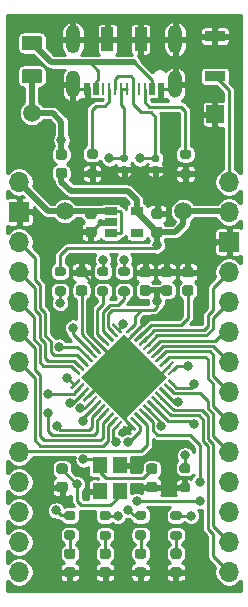
<source format=gbr>
%TF.GenerationSoftware,KiCad,Pcbnew,(5.1.8)-1*%
%TF.CreationDate,2020-12-28T06:59:23-08:00*%
%TF.ProjectId,atmega32u4_dev_board,61746d65-6761-4333-9275-345f6465765f,rev?*%
%TF.SameCoordinates,Original*%
%TF.FileFunction,Copper,L1,Top*%
%TF.FilePolarity,Positive*%
%FSLAX46Y46*%
G04 Gerber Fmt 4.6, Leading zero omitted, Abs format (unit mm)*
G04 Created by KiCad (PCBNEW (5.1.8)-1) date 2020-12-28 06:59:23*
%MOMM*%
%LPD*%
G01*
G04 APERTURE LIST*
%TA.AperFunction,SMDPad,CuDef*%
%ADD10R,0.520000X1.000000*%
%TD*%
%TA.AperFunction,SMDPad,CuDef*%
%ADD11R,0.270000X1.000000*%
%TD*%
%TA.AperFunction,SMDPad,CuDef*%
%ADD12R,1.000000X2.000000*%
%TD*%
%TA.AperFunction,ComponentPad*%
%ADD13O,1.158000X2.316000*%
%TD*%
%TA.AperFunction,ComponentPad*%
%ADD14O,1.200000X2.400000*%
%TD*%
%TA.AperFunction,SMDPad,CuDef*%
%ADD15C,0.100000*%
%TD*%
%TA.AperFunction,ComponentPad*%
%ADD16O,1.700000X1.700000*%
%TD*%
%TA.AperFunction,ComponentPad*%
%ADD17R,1.700000X1.700000*%
%TD*%
%TA.AperFunction,SMDPad,CuDef*%
%ADD18R,1.700000X0.900000*%
%TD*%
%TA.AperFunction,SMDPad,CuDef*%
%ADD19R,1.060000X0.650000*%
%TD*%
%TA.AperFunction,SMDPad,CuDef*%
%ADD20R,1.200000X1.400000*%
%TD*%
%TA.AperFunction,SMDPad,CuDef*%
%ADD21R,1.500000X1.500000*%
%TD*%
%TA.AperFunction,SMDPad,CuDef*%
%ADD22C,1.500000*%
%TD*%
%TA.AperFunction,ViaPad*%
%ADD23C,0.800000*%
%TD*%
%TA.AperFunction,Conductor*%
%ADD24C,0.250000*%
%TD*%
%TA.AperFunction,Conductor*%
%ADD25C,0.500000*%
%TD*%
%TA.AperFunction,Conductor*%
%ADD26C,0.254000*%
%TD*%
%TA.AperFunction,Conductor*%
%ADD27C,0.100000*%
%TD*%
G04 APERTURE END LIST*
D10*
%TO.P,J6,1*%
%TO.N,GND*%
X156600000Y-76860000D03*
%TO.P,J6,12*%
X150400000Y-76860000D03*
%TO.P,J6,2*%
%TO.N,Net-(F1-Pad2)*%
X155850000Y-76860000D03*
%TO.P,J6,11*%
X151150000Y-76860000D03*
D11*
%TO.P,J6,3*%
%TO.N,Net-(J6-Pad3)*%
X155250000Y-76860000D03*
%TO.P,J6,10*%
%TO.N,Net-(J6-Pad10)*%
X151750000Y-76860000D03*
%TO.P,J6,4*%
%TO.N,Net-(J6-Pad4)*%
X154750000Y-76860000D03*
%TO.P,J6,5*%
%TO.N,/D-*%
X154250000Y-76860000D03*
%TO.P,J6,6*%
%TO.N,/D+*%
X153750000Y-76860000D03*
%TO.P,J6,7*%
X153250000Y-76860000D03*
%TO.P,J6,8*%
%TO.N,/D-*%
X152750000Y-76860000D03*
%TO.P,J6,9*%
%TO.N,Net-(J6-Pad9)*%
X152250000Y-76860000D03*
D12*
%TO.P,J6,S1*%
%TO.N,GND*%
X154900000Y-72660000D03*
%TO.P,J6,S2*%
X152100000Y-72660000D03*
D13*
%TO.P,J6,S3*%
X157820000Y-76485000D03*
%TO.P,J6,S4*%
X149180000Y-76485000D03*
D14*
%TO.P,J6,S5*%
X157820000Y-72660000D03*
%TO.P,J6,S6*%
X149180000Y-72660000D03*
%TD*%
%TO.P,C3,2*%
%TO.N,GND*%
%TA.AperFunction,SMDPad,CuDef*%
G36*
G01*
X159150000Y-92825000D02*
X158650000Y-92825000D01*
G75*
G02*
X158425000Y-92600000I0J225000D01*
G01*
X158425000Y-92150000D01*
G75*
G02*
X158650000Y-91925000I225000J0D01*
G01*
X159150000Y-91925000D01*
G75*
G02*
X159375000Y-92150000I0J-225000D01*
G01*
X159375000Y-92600000D01*
G75*
G02*
X159150000Y-92825000I-225000J0D01*
G01*
G37*
%TD.AperFunction*%
%TO.P,C3,1*%
%TO.N,Net-(C3-Pad1)*%
%TA.AperFunction,SMDPad,CuDef*%
G36*
G01*
X159150000Y-94375000D02*
X158650000Y-94375000D01*
G75*
G02*
X158425000Y-94150000I0J225000D01*
G01*
X158425000Y-93700000D01*
G75*
G02*
X158650000Y-93475000I225000J0D01*
G01*
X159150000Y-93475000D01*
G75*
G02*
X159375000Y-93700000I0J-225000D01*
G01*
X159375000Y-94150000D01*
G75*
G02*
X159150000Y-94375000I-225000J0D01*
G01*
G37*
%TD.AperFunction*%
%TD*%
%TO.P,U1,1*%
%TO.N,/D7*%
%TA.AperFunction,SMDPad,CuDef*%
G36*
G01*
X152482518Y-96786769D02*
X152570906Y-96698381D01*
G75*
G02*
X152659294Y-96698381I44194J-44194D01*
G01*
X153331046Y-97370133D01*
G75*
G02*
X153331046Y-97458521I-44194J-44194D01*
G01*
X153242658Y-97546909D01*
G75*
G02*
X153154270Y-97546909I-44194J44194D01*
G01*
X152482518Y-96875157D01*
G75*
G02*
X152482518Y-96786769I44194J44194D01*
G01*
G37*
%TD.AperFunction*%
%TO.P,U1,2*%
%TO.N,VCC*%
%TA.AperFunction,SMDPad,CuDef*%
G36*
G01*
X152128965Y-97140323D02*
X152217353Y-97051935D01*
G75*
G02*
X152305741Y-97051935I44194J-44194D01*
G01*
X152977493Y-97723687D01*
G75*
G02*
X152977493Y-97812075I-44194J-44194D01*
G01*
X152889105Y-97900463D01*
G75*
G02*
X152800717Y-97900463I-44194J44194D01*
G01*
X152128965Y-97228711D01*
G75*
G02*
X152128965Y-97140323I44194J44194D01*
G01*
G37*
%TD.AperFunction*%
%TO.P,U1,3*%
%TO.N,Net-(R3-Pad1)*%
%TA.AperFunction,SMDPad,CuDef*%
G36*
G01*
X151775411Y-97493876D02*
X151863799Y-97405488D01*
G75*
G02*
X151952187Y-97405488I44194J-44194D01*
G01*
X152623939Y-98077240D01*
G75*
G02*
X152623939Y-98165628I-44194J-44194D01*
G01*
X152535551Y-98254016D01*
G75*
G02*
X152447163Y-98254016I-44194J44194D01*
G01*
X151775411Y-97582264D01*
G75*
G02*
X151775411Y-97493876I44194J44194D01*
G01*
G37*
%TD.AperFunction*%
%TO.P,U1,4*%
%TO.N,Net-(R2-Pad1)*%
%TA.AperFunction,SMDPad,CuDef*%
G36*
G01*
X151421858Y-97847429D02*
X151510246Y-97759041D01*
G75*
G02*
X151598634Y-97759041I44194J-44194D01*
G01*
X152270386Y-98430793D01*
G75*
G02*
X152270386Y-98519181I-44194J-44194D01*
G01*
X152181998Y-98607569D01*
G75*
G02*
X152093610Y-98607569I-44194J44194D01*
G01*
X151421858Y-97935817D01*
G75*
G02*
X151421858Y-97847429I44194J44194D01*
G01*
G37*
%TD.AperFunction*%
%TO.P,U1,5*%
%TO.N,GND*%
%TA.AperFunction,SMDPad,CuDef*%
G36*
G01*
X151068305Y-98200983D02*
X151156693Y-98112595D01*
G75*
G02*
X151245081Y-98112595I44194J-44194D01*
G01*
X151916833Y-98784347D01*
G75*
G02*
X151916833Y-98872735I-44194J-44194D01*
G01*
X151828445Y-98961123D01*
G75*
G02*
X151740057Y-98961123I-44194J44194D01*
G01*
X151068305Y-98289371D01*
G75*
G02*
X151068305Y-98200983I44194J44194D01*
G01*
G37*
%TD.AperFunction*%
%TO.P,U1,6*%
%TO.N,Net-(C4-Pad2)*%
%TA.AperFunction,SMDPad,CuDef*%
G36*
G01*
X150714751Y-98554536D02*
X150803139Y-98466148D01*
G75*
G02*
X150891527Y-98466148I44194J-44194D01*
G01*
X151563279Y-99137900D01*
G75*
G02*
X151563279Y-99226288I-44194J-44194D01*
G01*
X151474891Y-99314676D01*
G75*
G02*
X151386503Y-99314676I-44194J44194D01*
G01*
X150714751Y-98642924D01*
G75*
G02*
X150714751Y-98554536I44194J44194D01*
G01*
G37*
%TD.AperFunction*%
%TO.P,U1,7*%
%TO.N,VBUS*%
%TA.AperFunction,SMDPad,CuDef*%
G36*
G01*
X150361198Y-98908090D02*
X150449586Y-98819702D01*
G75*
G02*
X150537974Y-98819702I44194J-44194D01*
G01*
X151209726Y-99491454D01*
G75*
G02*
X151209726Y-99579842I-44194J-44194D01*
G01*
X151121338Y-99668230D01*
G75*
G02*
X151032950Y-99668230I-44194J44194D01*
G01*
X150361198Y-98996478D01*
G75*
G02*
X150361198Y-98908090I44194J44194D01*
G01*
G37*
%TD.AperFunction*%
%TO.P,U1,8*%
%TO.N,/RXLED*%
%TA.AperFunction,SMDPad,CuDef*%
G36*
G01*
X150007644Y-99261643D02*
X150096032Y-99173255D01*
G75*
G02*
X150184420Y-99173255I44194J-44194D01*
G01*
X150856172Y-99845007D01*
G75*
G02*
X150856172Y-99933395I-44194J-44194D01*
G01*
X150767784Y-100021783D01*
G75*
G02*
X150679396Y-100021783I-44194J44194D01*
G01*
X150007644Y-99350031D01*
G75*
G02*
X150007644Y-99261643I44194J44194D01*
G01*
G37*
%TD.AperFunction*%
%TO.P,U1,9*%
%TO.N,/SCK*%
%TA.AperFunction,SMDPad,CuDef*%
G36*
G01*
X149654091Y-99615196D02*
X149742479Y-99526808D01*
G75*
G02*
X149830867Y-99526808I44194J-44194D01*
G01*
X150502619Y-100198560D01*
G75*
G02*
X150502619Y-100286948I-44194J-44194D01*
G01*
X150414231Y-100375336D01*
G75*
G02*
X150325843Y-100375336I-44194J44194D01*
G01*
X149654091Y-99703584D01*
G75*
G02*
X149654091Y-99615196I44194J44194D01*
G01*
G37*
%TD.AperFunction*%
%TO.P,U1,10*%
%TO.N,/MOSI*%
%TA.AperFunction,SMDPad,CuDef*%
G36*
G01*
X149300538Y-99968750D02*
X149388926Y-99880362D01*
G75*
G02*
X149477314Y-99880362I44194J-44194D01*
G01*
X150149066Y-100552114D01*
G75*
G02*
X150149066Y-100640502I-44194J-44194D01*
G01*
X150060678Y-100728890D01*
G75*
G02*
X149972290Y-100728890I-44194J44194D01*
G01*
X149300538Y-100057138D01*
G75*
G02*
X149300538Y-99968750I44194J44194D01*
G01*
G37*
%TD.AperFunction*%
%TO.P,U1,11*%
%TO.N,/MISO*%
%TA.AperFunction,SMDPad,CuDef*%
G36*
G01*
X148946984Y-100322303D02*
X149035372Y-100233915D01*
G75*
G02*
X149123760Y-100233915I44194J-44194D01*
G01*
X149795512Y-100905667D01*
G75*
G02*
X149795512Y-100994055I-44194J-44194D01*
G01*
X149707124Y-101082443D01*
G75*
G02*
X149618736Y-101082443I-44194J44194D01*
G01*
X148946984Y-100410691D01*
G75*
G02*
X148946984Y-100322303I44194J44194D01*
G01*
G37*
%TD.AperFunction*%
%TO.P,U1,12*%
%TO.N,/D11*%
%TA.AperFunction,SMDPad,CuDef*%
G36*
G01*
X148946984Y-102090071D02*
X149618736Y-101418319D01*
G75*
G02*
X149707124Y-101418319I44194J-44194D01*
G01*
X149795512Y-101506707D01*
G75*
G02*
X149795512Y-101595095I-44194J-44194D01*
G01*
X149123760Y-102266847D01*
G75*
G02*
X149035372Y-102266847I-44194J44194D01*
G01*
X148946984Y-102178459D01*
G75*
G02*
X148946984Y-102090071I44194J44194D01*
G01*
G37*
%TD.AperFunction*%
%TO.P,U1,13*%
%TO.N,/RESET*%
%TA.AperFunction,SMDPad,CuDef*%
G36*
G01*
X149300538Y-102443624D02*
X149972290Y-101771872D01*
G75*
G02*
X150060678Y-101771872I44194J-44194D01*
G01*
X150149066Y-101860260D01*
G75*
G02*
X150149066Y-101948648I-44194J-44194D01*
G01*
X149477314Y-102620400D01*
G75*
G02*
X149388926Y-102620400I-44194J44194D01*
G01*
X149300538Y-102532012D01*
G75*
G02*
X149300538Y-102443624I44194J44194D01*
G01*
G37*
%TD.AperFunction*%
%TO.P,U1,14*%
%TO.N,VCC*%
%TA.AperFunction,SMDPad,CuDef*%
G36*
G01*
X149654091Y-102797178D02*
X150325843Y-102125426D01*
G75*
G02*
X150414231Y-102125426I44194J-44194D01*
G01*
X150502619Y-102213814D01*
G75*
G02*
X150502619Y-102302202I-44194J-44194D01*
G01*
X149830867Y-102973954D01*
G75*
G02*
X149742479Y-102973954I-44194J44194D01*
G01*
X149654091Y-102885566D01*
G75*
G02*
X149654091Y-102797178I44194J44194D01*
G01*
G37*
%TD.AperFunction*%
%TO.P,U1,15*%
%TO.N,GND*%
%TA.AperFunction,SMDPad,CuDef*%
G36*
G01*
X150007644Y-103150731D02*
X150679396Y-102478979D01*
G75*
G02*
X150767784Y-102478979I44194J-44194D01*
G01*
X150856172Y-102567367D01*
G75*
G02*
X150856172Y-102655755I-44194J-44194D01*
G01*
X150184420Y-103327507D01*
G75*
G02*
X150096032Y-103327507I-44194J44194D01*
G01*
X150007644Y-103239119D01*
G75*
G02*
X150007644Y-103150731I44194J44194D01*
G01*
G37*
%TD.AperFunction*%
%TO.P,U1,16*%
%TO.N,Net-(C2-Pad1)*%
%TA.AperFunction,SMDPad,CuDef*%
G36*
G01*
X150361198Y-103504284D02*
X151032950Y-102832532D01*
G75*
G02*
X151121338Y-102832532I44194J-44194D01*
G01*
X151209726Y-102920920D01*
G75*
G02*
X151209726Y-103009308I-44194J-44194D01*
G01*
X150537974Y-103681060D01*
G75*
G02*
X150449586Y-103681060I-44194J44194D01*
G01*
X150361198Y-103592672D01*
G75*
G02*
X150361198Y-103504284I44194J44194D01*
G01*
G37*
%TD.AperFunction*%
%TO.P,U1,17*%
%TO.N,Net-(C1-Pad1)*%
%TA.AperFunction,SMDPad,CuDef*%
G36*
G01*
X150714751Y-103857838D02*
X151386503Y-103186086D01*
G75*
G02*
X151474891Y-103186086I44194J-44194D01*
G01*
X151563279Y-103274474D01*
G75*
G02*
X151563279Y-103362862I-44194J-44194D01*
G01*
X150891527Y-104034614D01*
G75*
G02*
X150803139Y-104034614I-44194J44194D01*
G01*
X150714751Y-103946226D01*
G75*
G02*
X150714751Y-103857838I44194J44194D01*
G01*
G37*
%TD.AperFunction*%
%TO.P,U1,18*%
%TO.N,/D3*%
%TA.AperFunction,SMDPad,CuDef*%
G36*
G01*
X151068305Y-104211391D02*
X151740057Y-103539639D01*
G75*
G02*
X151828445Y-103539639I44194J-44194D01*
G01*
X151916833Y-103628027D01*
G75*
G02*
X151916833Y-103716415I-44194J-44194D01*
G01*
X151245081Y-104388167D01*
G75*
G02*
X151156693Y-104388167I-44194J44194D01*
G01*
X151068305Y-104299779D01*
G75*
G02*
X151068305Y-104211391I44194J44194D01*
G01*
G37*
%TD.AperFunction*%
%TO.P,U1,19*%
%TO.N,/D2*%
%TA.AperFunction,SMDPad,CuDef*%
G36*
G01*
X151421858Y-104564945D02*
X152093610Y-103893193D01*
G75*
G02*
X152181998Y-103893193I44194J-44194D01*
G01*
X152270386Y-103981581D01*
G75*
G02*
X152270386Y-104069969I-44194J-44194D01*
G01*
X151598634Y-104741721D01*
G75*
G02*
X151510246Y-104741721I-44194J44194D01*
G01*
X151421858Y-104653333D01*
G75*
G02*
X151421858Y-104564945I44194J44194D01*
G01*
G37*
%TD.AperFunction*%
%TO.P,U1,20*%
%TO.N,/D0*%
%TA.AperFunction,SMDPad,CuDef*%
G36*
G01*
X151775411Y-104918498D02*
X152447163Y-104246746D01*
G75*
G02*
X152535551Y-104246746I44194J-44194D01*
G01*
X152623939Y-104335134D01*
G75*
G02*
X152623939Y-104423522I-44194J-44194D01*
G01*
X151952187Y-105095274D01*
G75*
G02*
X151863799Y-105095274I-44194J44194D01*
G01*
X151775411Y-105006886D01*
G75*
G02*
X151775411Y-104918498I44194J44194D01*
G01*
G37*
%TD.AperFunction*%
%TO.P,U1,21*%
%TO.N,/D1*%
%TA.AperFunction,SMDPad,CuDef*%
G36*
G01*
X152128965Y-105272051D02*
X152800717Y-104600299D01*
G75*
G02*
X152889105Y-104600299I44194J-44194D01*
G01*
X152977493Y-104688687D01*
G75*
G02*
X152977493Y-104777075I-44194J-44194D01*
G01*
X152305741Y-105448827D01*
G75*
G02*
X152217353Y-105448827I-44194J44194D01*
G01*
X152128965Y-105360439D01*
G75*
G02*
X152128965Y-105272051I44194J44194D01*
G01*
G37*
%TD.AperFunction*%
%TO.P,U1,22*%
%TO.N,/TXLED*%
%TA.AperFunction,SMDPad,CuDef*%
G36*
G01*
X152482518Y-105625605D02*
X153154270Y-104953853D01*
G75*
G02*
X153242658Y-104953853I44194J-44194D01*
G01*
X153331046Y-105042241D01*
G75*
G02*
X153331046Y-105130629I-44194J-44194D01*
G01*
X152659294Y-105802381D01*
G75*
G02*
X152570906Y-105802381I-44194J44194D01*
G01*
X152482518Y-105713993D01*
G75*
G02*
X152482518Y-105625605I44194J44194D01*
G01*
G37*
%TD.AperFunction*%
%TO.P,U1,23*%
%TO.N,GND*%
%TA.AperFunction,SMDPad,CuDef*%
G36*
G01*
X153666922Y-105042241D02*
X153755310Y-104953853D01*
G75*
G02*
X153843698Y-104953853I44194J-44194D01*
G01*
X154515450Y-105625605D01*
G75*
G02*
X154515450Y-105713993I-44194J-44194D01*
G01*
X154427062Y-105802381D01*
G75*
G02*
X154338674Y-105802381I-44194J44194D01*
G01*
X153666922Y-105130629D01*
G75*
G02*
X153666922Y-105042241I44194J44194D01*
G01*
G37*
%TD.AperFunction*%
%TO.P,U1,24*%
%TO.N,VCC*%
%TA.AperFunction,SMDPad,CuDef*%
G36*
G01*
X154020475Y-104688687D02*
X154108863Y-104600299D01*
G75*
G02*
X154197251Y-104600299I44194J-44194D01*
G01*
X154869003Y-105272051D01*
G75*
G02*
X154869003Y-105360439I-44194J-44194D01*
G01*
X154780615Y-105448827D01*
G75*
G02*
X154692227Y-105448827I-44194J44194D01*
G01*
X154020475Y-104777075D01*
G75*
G02*
X154020475Y-104688687I44194J44194D01*
G01*
G37*
%TD.AperFunction*%
%TO.P,U1,25*%
%TO.N,/D4*%
%TA.AperFunction,SMDPad,CuDef*%
G36*
G01*
X154374029Y-104335134D02*
X154462417Y-104246746D01*
G75*
G02*
X154550805Y-104246746I44194J-44194D01*
G01*
X155222557Y-104918498D01*
G75*
G02*
X155222557Y-105006886I-44194J-44194D01*
G01*
X155134169Y-105095274D01*
G75*
G02*
X155045781Y-105095274I-44194J44194D01*
G01*
X154374029Y-104423522D01*
G75*
G02*
X154374029Y-104335134I44194J44194D01*
G01*
G37*
%TD.AperFunction*%
%TO.P,U1,26*%
%TO.N,/D12*%
%TA.AperFunction,SMDPad,CuDef*%
G36*
G01*
X154727582Y-103981581D02*
X154815970Y-103893193D01*
G75*
G02*
X154904358Y-103893193I44194J-44194D01*
G01*
X155576110Y-104564945D01*
G75*
G02*
X155576110Y-104653333I-44194J-44194D01*
G01*
X155487722Y-104741721D01*
G75*
G02*
X155399334Y-104741721I-44194J44194D01*
G01*
X154727582Y-104069969D01*
G75*
G02*
X154727582Y-103981581I44194J44194D01*
G01*
G37*
%TD.AperFunction*%
%TO.P,U1,27*%
%TO.N,/D6*%
%TA.AperFunction,SMDPad,CuDef*%
G36*
G01*
X155081135Y-103628027D02*
X155169523Y-103539639D01*
G75*
G02*
X155257911Y-103539639I44194J-44194D01*
G01*
X155929663Y-104211391D01*
G75*
G02*
X155929663Y-104299779I-44194J-44194D01*
G01*
X155841275Y-104388167D01*
G75*
G02*
X155752887Y-104388167I-44194J44194D01*
G01*
X155081135Y-103716415D01*
G75*
G02*
X155081135Y-103628027I44194J44194D01*
G01*
G37*
%TD.AperFunction*%
%TO.P,U1,28*%
%TO.N,/D8*%
%TA.AperFunction,SMDPad,CuDef*%
G36*
G01*
X155434689Y-103274474D02*
X155523077Y-103186086D01*
G75*
G02*
X155611465Y-103186086I44194J-44194D01*
G01*
X156283217Y-103857838D01*
G75*
G02*
X156283217Y-103946226I-44194J-44194D01*
G01*
X156194829Y-104034614D01*
G75*
G02*
X156106441Y-104034614I-44194J44194D01*
G01*
X155434689Y-103362862D01*
G75*
G02*
X155434689Y-103274474I44194J44194D01*
G01*
G37*
%TD.AperFunction*%
%TO.P,U1,29*%
%TO.N,/D9*%
%TA.AperFunction,SMDPad,CuDef*%
G36*
G01*
X155788242Y-102920920D02*
X155876630Y-102832532D01*
G75*
G02*
X155965018Y-102832532I44194J-44194D01*
G01*
X156636770Y-103504284D01*
G75*
G02*
X156636770Y-103592672I-44194J-44194D01*
G01*
X156548382Y-103681060D01*
G75*
G02*
X156459994Y-103681060I-44194J44194D01*
G01*
X155788242Y-103009308D01*
G75*
G02*
X155788242Y-102920920I44194J44194D01*
G01*
G37*
%TD.AperFunction*%
%TO.P,U1,30*%
%TO.N,/D10*%
%TA.AperFunction,SMDPad,CuDef*%
G36*
G01*
X156141796Y-102567367D02*
X156230184Y-102478979D01*
G75*
G02*
X156318572Y-102478979I44194J-44194D01*
G01*
X156990324Y-103150731D01*
G75*
G02*
X156990324Y-103239119I-44194J-44194D01*
G01*
X156901936Y-103327507D01*
G75*
G02*
X156813548Y-103327507I-44194J44194D01*
G01*
X156141796Y-102655755D01*
G75*
G02*
X156141796Y-102567367I44194J44194D01*
G01*
G37*
%TD.AperFunction*%
%TO.P,U1,31*%
%TO.N,/D5*%
%TA.AperFunction,SMDPad,CuDef*%
G36*
G01*
X156495349Y-102213814D02*
X156583737Y-102125426D01*
G75*
G02*
X156672125Y-102125426I44194J-44194D01*
G01*
X157343877Y-102797178D01*
G75*
G02*
X157343877Y-102885566I-44194J-44194D01*
G01*
X157255489Y-102973954D01*
G75*
G02*
X157167101Y-102973954I-44194J44194D01*
G01*
X156495349Y-102302202D01*
G75*
G02*
X156495349Y-102213814I44194J44194D01*
G01*
G37*
%TD.AperFunction*%
%TO.P,U1,32*%
%TO.N,/D13*%
%TA.AperFunction,SMDPad,CuDef*%
G36*
G01*
X156848902Y-101860260D02*
X156937290Y-101771872D01*
G75*
G02*
X157025678Y-101771872I44194J-44194D01*
G01*
X157697430Y-102443624D01*
G75*
G02*
X157697430Y-102532012I-44194J-44194D01*
G01*
X157609042Y-102620400D01*
G75*
G02*
X157520654Y-102620400I-44194J44194D01*
G01*
X156848902Y-101948648D01*
G75*
G02*
X156848902Y-101860260I44194J44194D01*
G01*
G37*
%TD.AperFunction*%
%TO.P,U1,33*%
%TO.N,Net-(R4-Pad1)*%
%TA.AperFunction,SMDPad,CuDef*%
G36*
G01*
X157202456Y-101506707D02*
X157290844Y-101418319D01*
G75*
G02*
X157379232Y-101418319I44194J-44194D01*
G01*
X158050984Y-102090071D01*
G75*
G02*
X158050984Y-102178459I-44194J-44194D01*
G01*
X157962596Y-102266847D01*
G75*
G02*
X157874208Y-102266847I-44194J44194D01*
G01*
X157202456Y-101595095D01*
G75*
G02*
X157202456Y-101506707I44194J44194D01*
G01*
G37*
%TD.AperFunction*%
%TO.P,U1,34*%
%TO.N,VCC*%
%TA.AperFunction,SMDPad,CuDef*%
G36*
G01*
X157202456Y-100905667D02*
X157874208Y-100233915D01*
G75*
G02*
X157962596Y-100233915I44194J-44194D01*
G01*
X158050984Y-100322303D01*
G75*
G02*
X158050984Y-100410691I-44194J-44194D01*
G01*
X157379232Y-101082443D01*
G75*
G02*
X157290844Y-101082443I-44194J44194D01*
G01*
X157202456Y-100994055D01*
G75*
G02*
X157202456Y-100905667I44194J44194D01*
G01*
G37*
%TD.AperFunction*%
%TO.P,U1,35*%
%TO.N,GND*%
%TA.AperFunction,SMDPad,CuDef*%
G36*
G01*
X156848902Y-100552114D02*
X157520654Y-99880362D01*
G75*
G02*
X157609042Y-99880362I44194J-44194D01*
G01*
X157697430Y-99968750D01*
G75*
G02*
X157697430Y-100057138I-44194J-44194D01*
G01*
X157025678Y-100728890D01*
G75*
G02*
X156937290Y-100728890I-44194J44194D01*
G01*
X156848902Y-100640502D01*
G75*
G02*
X156848902Y-100552114I44194J44194D01*
G01*
G37*
%TD.AperFunction*%
%TO.P,U1,36*%
%TO.N,/A0*%
%TA.AperFunction,SMDPad,CuDef*%
G36*
G01*
X156495349Y-100198560D02*
X157167101Y-99526808D01*
G75*
G02*
X157255489Y-99526808I44194J-44194D01*
G01*
X157343877Y-99615196D01*
G75*
G02*
X157343877Y-99703584I-44194J-44194D01*
G01*
X156672125Y-100375336D01*
G75*
G02*
X156583737Y-100375336I-44194J44194D01*
G01*
X156495349Y-100286948D01*
G75*
G02*
X156495349Y-100198560I44194J44194D01*
G01*
G37*
%TD.AperFunction*%
%TO.P,U1,37*%
%TO.N,/A1*%
%TA.AperFunction,SMDPad,CuDef*%
G36*
G01*
X156141796Y-99845007D02*
X156813548Y-99173255D01*
G75*
G02*
X156901936Y-99173255I44194J-44194D01*
G01*
X156990324Y-99261643D01*
G75*
G02*
X156990324Y-99350031I-44194J-44194D01*
G01*
X156318572Y-100021783D01*
G75*
G02*
X156230184Y-100021783I-44194J44194D01*
G01*
X156141796Y-99933395D01*
G75*
G02*
X156141796Y-99845007I44194J44194D01*
G01*
G37*
%TD.AperFunction*%
%TO.P,U1,38*%
%TO.N,/A2*%
%TA.AperFunction,SMDPad,CuDef*%
G36*
G01*
X155788242Y-99491454D02*
X156459994Y-98819702D01*
G75*
G02*
X156548382Y-98819702I44194J-44194D01*
G01*
X156636770Y-98908090D01*
G75*
G02*
X156636770Y-98996478I-44194J-44194D01*
G01*
X155965018Y-99668230D01*
G75*
G02*
X155876630Y-99668230I-44194J44194D01*
G01*
X155788242Y-99579842D01*
G75*
G02*
X155788242Y-99491454I44194J44194D01*
G01*
G37*
%TD.AperFunction*%
%TO.P,U1,39*%
%TO.N,/A3*%
%TA.AperFunction,SMDPad,CuDef*%
G36*
G01*
X155434689Y-99137900D02*
X156106441Y-98466148D01*
G75*
G02*
X156194829Y-98466148I44194J-44194D01*
G01*
X156283217Y-98554536D01*
G75*
G02*
X156283217Y-98642924I-44194J-44194D01*
G01*
X155611465Y-99314676D01*
G75*
G02*
X155523077Y-99314676I-44194J44194D01*
G01*
X155434689Y-99226288D01*
G75*
G02*
X155434689Y-99137900I44194J44194D01*
G01*
G37*
%TD.AperFunction*%
%TO.P,U1,40*%
%TO.N,/A4*%
%TA.AperFunction,SMDPad,CuDef*%
G36*
G01*
X155081135Y-98784347D02*
X155752887Y-98112595D01*
G75*
G02*
X155841275Y-98112595I44194J-44194D01*
G01*
X155929663Y-98200983D01*
G75*
G02*
X155929663Y-98289371I-44194J-44194D01*
G01*
X155257911Y-98961123D01*
G75*
G02*
X155169523Y-98961123I-44194J44194D01*
G01*
X155081135Y-98872735D01*
G75*
G02*
X155081135Y-98784347I44194J44194D01*
G01*
G37*
%TD.AperFunction*%
%TO.P,U1,41*%
%TO.N,/A5*%
%TA.AperFunction,SMDPad,CuDef*%
G36*
G01*
X154727582Y-98430793D02*
X155399334Y-97759041D01*
G75*
G02*
X155487722Y-97759041I44194J-44194D01*
G01*
X155576110Y-97847429D01*
G75*
G02*
X155576110Y-97935817I-44194J-44194D01*
G01*
X154904358Y-98607569D01*
G75*
G02*
X154815970Y-98607569I-44194J44194D01*
G01*
X154727582Y-98519181D01*
G75*
G02*
X154727582Y-98430793I44194J44194D01*
G01*
G37*
%TD.AperFunction*%
%TO.P,U1,42*%
%TO.N,Net-(C3-Pad1)*%
%TA.AperFunction,SMDPad,CuDef*%
G36*
G01*
X154374029Y-98077240D02*
X155045781Y-97405488D01*
G75*
G02*
X155134169Y-97405488I44194J-44194D01*
G01*
X155222557Y-97493876D01*
G75*
G02*
X155222557Y-97582264I-44194J-44194D01*
G01*
X154550805Y-98254016D01*
G75*
G02*
X154462417Y-98254016I-44194J44194D01*
G01*
X154374029Y-98165628D01*
G75*
G02*
X154374029Y-98077240I44194J44194D01*
G01*
G37*
%TD.AperFunction*%
%TO.P,U1,43*%
%TO.N,GND*%
%TA.AperFunction,SMDPad,CuDef*%
G36*
G01*
X154020475Y-97723687D02*
X154692227Y-97051935D01*
G75*
G02*
X154780615Y-97051935I44194J-44194D01*
G01*
X154869003Y-97140323D01*
G75*
G02*
X154869003Y-97228711I-44194J-44194D01*
G01*
X154197251Y-97900463D01*
G75*
G02*
X154108863Y-97900463I-44194J44194D01*
G01*
X154020475Y-97812075D01*
G75*
G02*
X154020475Y-97723687I44194J44194D01*
G01*
G37*
%TD.AperFunction*%
%TO.P,U1,44*%
%TO.N,VCC*%
%TA.AperFunction,SMDPad,CuDef*%
G36*
G01*
X153666922Y-97370133D02*
X154338674Y-96698381D01*
G75*
G02*
X154427062Y-96698381I44194J-44194D01*
G01*
X154515450Y-96786769D01*
G75*
G02*
X154515450Y-96875157I-44194J-44194D01*
G01*
X153843698Y-97546909D01*
G75*
G02*
X153755310Y-97546909I-44194J44194D01*
G01*
X153666922Y-97458521D01*
G75*
G02*
X153666922Y-97370133I44194J44194D01*
G01*
G37*
%TD.AperFunction*%
%TA.AperFunction,SMDPad,CuDef*%
D15*
%TO.P,U1,45*%
%TO.N,N/C*%
G36*
X149822029Y-101250381D02*
G01*
X153498984Y-97573426D01*
X157175939Y-101250381D01*
X153498984Y-104927336D01*
X149822029Y-101250381D01*
G37*
%TD.AperFunction*%
%TD*%
%TO.P,R2,1*%
%TO.N,Net-(R2-Pad1)*%
%TA.AperFunction,SMDPad,CuDef*%
G36*
G01*
X151975000Y-94375000D02*
X151425000Y-94375000D01*
G75*
G02*
X151225000Y-94175000I0J200000D01*
G01*
X151225000Y-93775000D01*
G75*
G02*
X151425000Y-93575000I200000J0D01*
G01*
X151975000Y-93575000D01*
G75*
G02*
X152175000Y-93775000I0J-200000D01*
G01*
X152175000Y-94175000D01*
G75*
G02*
X151975000Y-94375000I-200000J0D01*
G01*
G37*
%TD.AperFunction*%
%TO.P,R2,2*%
%TO.N,/D+*%
%TA.AperFunction,SMDPad,CuDef*%
G36*
G01*
X151975000Y-92725000D02*
X151425000Y-92725000D01*
G75*
G02*
X151225000Y-92525000I0J200000D01*
G01*
X151225000Y-92125000D01*
G75*
G02*
X151425000Y-91925000I200000J0D01*
G01*
X151975000Y-91925000D01*
G75*
G02*
X152175000Y-92125000I0J-200000D01*
G01*
X152175000Y-92525000D01*
G75*
G02*
X151975000Y-92725000I-200000J0D01*
G01*
G37*
%TD.AperFunction*%
%TD*%
D16*
%TO.P,J3,1*%
%TO.N,VDD*%
X144610000Y-84740000D03*
D17*
%TO.P,J3,2*%
%TO.N,GND*%
X144610000Y-87280000D03*
D16*
%TO.P,J3,3*%
%TO.N,/SCK*%
X144610000Y-89820000D03*
%TO.P,J3,4*%
%TO.N,/MOSI*%
X144610000Y-92360000D03*
%TO.P,J3,5*%
%TO.N,/MISO*%
X144610000Y-94900000D03*
%TO.P,J3,6*%
%TO.N,/D0*%
X144610000Y-97440000D03*
%TO.P,J3,7*%
%TO.N,/D1*%
X144610000Y-99980000D03*
%TO.P,J3,8*%
%TO.N,/D2*%
X144610000Y-102520000D03*
%TO.P,J3,9*%
%TO.N,/D3*%
X144610000Y-105060000D03*
%TO.P,J3,10*%
%TO.N,/D4*%
X144610000Y-107600000D03*
%TO.P,J3,11*%
%TO.N,/D5*%
X144610000Y-110140000D03*
%TO.P,J3,12*%
%TO.N,/D6*%
X144610000Y-112680000D03*
%TO.P,J3,13*%
%TO.N,/D7*%
X144610000Y-115220000D03*
%TO.P,J3,14*%
%TO.N,/D8*%
X144610000Y-117760000D03*
%TD*%
%TO.P,J4,14*%
%TO.N,/D9*%
X162390000Y-117760000D03*
%TO.P,J4,13*%
%TO.N,/D10*%
X162390000Y-115220000D03*
%TO.P,J4,12*%
%TO.N,/D11*%
X162390000Y-112680000D03*
%TO.P,J4,11*%
%TO.N,/D12*%
X162390000Y-110140000D03*
%TO.P,J4,10*%
%TO.N,/D13*%
X162390000Y-107600000D03*
%TO.P,J4,9*%
%TO.N,/A0*%
X162390000Y-105060000D03*
%TO.P,J4,8*%
%TO.N,/A1*%
X162390000Y-102520000D03*
%TO.P,J4,7*%
%TO.N,/A2*%
X162390000Y-99980000D03*
%TO.P,J4,6*%
%TO.N,/A3*%
X162390000Y-97440000D03*
%TO.P,J4,5*%
%TO.N,/A4*%
X162390000Y-94900000D03*
%TO.P,J4,4*%
%TO.N,/A5*%
X162390000Y-92360000D03*
D17*
%TO.P,J4,3*%
%TO.N,GND*%
X162390000Y-89820000D03*
D16*
%TO.P,J4,2*%
%TO.N,VCC*%
X162390000Y-87280000D03*
%TO.P,J4,1*%
%TO.N,/RESET*%
X162390000Y-84740000D03*
%TD*%
D18*
%TO.P,SW1,1*%
%TO.N,GND*%
X161200000Y-72400000D03*
%TO.P,SW1,2*%
%TO.N,/RESET*%
X161200000Y-75800000D03*
%TD*%
%TO.P,C1,1*%
%TO.N,Net-(C1-Pad1)*%
%TA.AperFunction,SMDPad,CuDef*%
G36*
G01*
X155600000Y-108575000D02*
X156100000Y-108575000D01*
G75*
G02*
X156325000Y-108800000I0J-225000D01*
G01*
X156325000Y-109250000D01*
G75*
G02*
X156100000Y-109475000I-225000J0D01*
G01*
X155600000Y-109475000D01*
G75*
G02*
X155375000Y-109250000I0J225000D01*
G01*
X155375000Y-108800000D01*
G75*
G02*
X155600000Y-108575000I225000J0D01*
G01*
G37*
%TD.AperFunction*%
%TO.P,C1,2*%
%TO.N,GND*%
%TA.AperFunction,SMDPad,CuDef*%
G36*
G01*
X155600000Y-110125000D02*
X156100000Y-110125000D01*
G75*
G02*
X156325000Y-110350000I0J-225000D01*
G01*
X156325000Y-110800000D01*
G75*
G02*
X156100000Y-111025000I-225000J0D01*
G01*
X155600000Y-111025000D01*
G75*
G02*
X155375000Y-110800000I0J225000D01*
G01*
X155375000Y-110350000D01*
G75*
G02*
X155600000Y-110125000I225000J0D01*
G01*
G37*
%TD.AperFunction*%
%TD*%
%TO.P,C2,2*%
%TO.N,GND*%
%TA.AperFunction,SMDPad,CuDef*%
G36*
G01*
X148000000Y-110125000D02*
X148500000Y-110125000D01*
G75*
G02*
X148725000Y-110350000I0J-225000D01*
G01*
X148725000Y-110800000D01*
G75*
G02*
X148500000Y-111025000I-225000J0D01*
G01*
X148000000Y-111025000D01*
G75*
G02*
X147775000Y-110800000I0J225000D01*
G01*
X147775000Y-110350000D01*
G75*
G02*
X148000000Y-110125000I225000J0D01*
G01*
G37*
%TD.AperFunction*%
%TO.P,C2,1*%
%TO.N,Net-(C2-Pad1)*%
%TA.AperFunction,SMDPad,CuDef*%
G36*
G01*
X148000000Y-108575000D02*
X148500000Y-108575000D01*
G75*
G02*
X148725000Y-108800000I0J-225000D01*
G01*
X148725000Y-109250000D01*
G75*
G02*
X148500000Y-109475000I-225000J0D01*
G01*
X148000000Y-109475000D01*
G75*
G02*
X147775000Y-109250000I0J225000D01*
G01*
X147775000Y-108800000D01*
G75*
G02*
X148000000Y-108575000I225000J0D01*
G01*
G37*
%TD.AperFunction*%
%TD*%
%TO.P,C4,1*%
%TO.N,GND*%
%TA.AperFunction,SMDPad,CuDef*%
G36*
G01*
X149650000Y-91925000D02*
X150150000Y-91925000D01*
G75*
G02*
X150375000Y-92150000I0J-225000D01*
G01*
X150375000Y-92600000D01*
G75*
G02*
X150150000Y-92825000I-225000J0D01*
G01*
X149650000Y-92825000D01*
G75*
G02*
X149425000Y-92600000I0J225000D01*
G01*
X149425000Y-92150000D01*
G75*
G02*
X149650000Y-91925000I225000J0D01*
G01*
G37*
%TD.AperFunction*%
%TO.P,C4,2*%
%TO.N,Net-(C4-Pad2)*%
%TA.AperFunction,SMDPad,CuDef*%
G36*
G01*
X149650000Y-93475000D02*
X150150000Y-93475000D01*
G75*
G02*
X150375000Y-93700000I0J-225000D01*
G01*
X150375000Y-94150000D01*
G75*
G02*
X150150000Y-94375000I-225000J0D01*
G01*
X149650000Y-94375000D01*
G75*
G02*
X149425000Y-94150000I0J225000D01*
G01*
X149425000Y-93700000D01*
G75*
G02*
X149650000Y-93475000I225000J0D01*
G01*
G37*
%TD.AperFunction*%
%TD*%
%TO.P,C5,1*%
%TO.N,VCC*%
%TA.AperFunction,SMDPad,CuDef*%
G36*
G01*
X155550000Y-94375000D02*
X155050000Y-94375000D01*
G75*
G02*
X154825000Y-94150000I0J225000D01*
G01*
X154825000Y-93700000D01*
G75*
G02*
X155050000Y-93475000I225000J0D01*
G01*
X155550000Y-93475000D01*
G75*
G02*
X155775000Y-93700000I0J-225000D01*
G01*
X155775000Y-94150000D01*
G75*
G02*
X155550000Y-94375000I-225000J0D01*
G01*
G37*
%TD.AperFunction*%
%TO.P,C5,2*%
%TO.N,GND*%
%TA.AperFunction,SMDPad,CuDef*%
G36*
G01*
X155550000Y-92825000D02*
X155050000Y-92825000D01*
G75*
G02*
X154825000Y-92600000I0J225000D01*
G01*
X154825000Y-92150000D01*
G75*
G02*
X155050000Y-91925000I225000J0D01*
G01*
X155550000Y-91925000D01*
G75*
G02*
X155775000Y-92150000I0J-225000D01*
G01*
X155775000Y-92600000D01*
G75*
G02*
X155550000Y-92825000I-225000J0D01*
G01*
G37*
%TD.AperFunction*%
%TD*%
%TO.P,C6,2*%
%TO.N,VCC*%
%TA.AperFunction,SMDPad,CuDef*%
G36*
G01*
X156850000Y-93475000D02*
X157350000Y-93475000D01*
G75*
G02*
X157575000Y-93700000I0J-225000D01*
G01*
X157575000Y-94150000D01*
G75*
G02*
X157350000Y-94375000I-225000J0D01*
G01*
X156850000Y-94375000D01*
G75*
G02*
X156625000Y-94150000I0J225000D01*
G01*
X156625000Y-93700000D01*
G75*
G02*
X156850000Y-93475000I225000J0D01*
G01*
G37*
%TD.AperFunction*%
%TO.P,C6,1*%
%TO.N,GND*%
%TA.AperFunction,SMDPad,CuDef*%
G36*
G01*
X156850000Y-91925000D02*
X157350000Y-91925000D01*
G75*
G02*
X157575000Y-92150000I0J-225000D01*
G01*
X157575000Y-92600000D01*
G75*
G02*
X157350000Y-92825000I-225000J0D01*
G01*
X156850000Y-92825000D01*
G75*
G02*
X156625000Y-92600000I0J225000D01*
G01*
X156625000Y-92150000D01*
G75*
G02*
X156850000Y-91925000I225000J0D01*
G01*
G37*
%TD.AperFunction*%
%TD*%
%TO.P,C7,1*%
%TO.N,GND*%
%TA.AperFunction,SMDPad,CuDef*%
G36*
G01*
X150950000Y-89425000D02*
X150450000Y-89425000D01*
G75*
G02*
X150225000Y-89200000I0J225000D01*
G01*
X150225000Y-88750000D01*
G75*
G02*
X150450000Y-88525000I225000J0D01*
G01*
X150950000Y-88525000D01*
G75*
G02*
X151175000Y-88750000I0J-225000D01*
G01*
X151175000Y-89200000D01*
G75*
G02*
X150950000Y-89425000I-225000J0D01*
G01*
G37*
%TD.AperFunction*%
%TO.P,C7,2*%
%TO.N,VDD*%
%TA.AperFunction,SMDPad,CuDef*%
G36*
G01*
X150950000Y-87875000D02*
X150450000Y-87875000D01*
G75*
G02*
X150225000Y-87650000I0J225000D01*
G01*
X150225000Y-87200000D01*
G75*
G02*
X150450000Y-86975000I225000J0D01*
G01*
X150950000Y-86975000D01*
G75*
G02*
X151175000Y-87200000I0J-225000D01*
G01*
X151175000Y-87650000D01*
G75*
G02*
X150950000Y-87875000I-225000J0D01*
G01*
G37*
%TD.AperFunction*%
%TD*%
%TO.P,C8,2*%
%TO.N,GND*%
%TA.AperFunction,SMDPad,CuDef*%
G36*
G01*
X156550000Y-87875000D02*
X156050000Y-87875000D01*
G75*
G02*
X155825000Y-87650000I0J225000D01*
G01*
X155825000Y-87200000D01*
G75*
G02*
X156050000Y-86975000I225000J0D01*
G01*
X156550000Y-86975000D01*
G75*
G02*
X156775000Y-87200000I0J-225000D01*
G01*
X156775000Y-87650000D01*
G75*
G02*
X156550000Y-87875000I-225000J0D01*
G01*
G37*
%TD.AperFunction*%
%TO.P,C8,1*%
%TO.N,VCC*%
%TA.AperFunction,SMDPad,CuDef*%
G36*
G01*
X156550000Y-89425000D02*
X156050000Y-89425000D01*
G75*
G02*
X155825000Y-89200000I0J225000D01*
G01*
X155825000Y-88750000D01*
G75*
G02*
X156050000Y-88525000I225000J0D01*
G01*
X156550000Y-88525000D01*
G75*
G02*
X156775000Y-88750000I0J-225000D01*
G01*
X156775000Y-89200000D01*
G75*
G02*
X156550000Y-89425000I-225000J0D01*
G01*
G37*
%TD.AperFunction*%
%TD*%
%TO.P,D1,2*%
%TO.N,Net-(D1-Pad2)*%
%TA.AperFunction,SMDPad,CuDef*%
G36*
G01*
X158156250Y-116637500D02*
X157643750Y-116637500D01*
G75*
G02*
X157425000Y-116418750I0J218750D01*
G01*
X157425000Y-115981250D01*
G75*
G02*
X157643750Y-115762500I218750J0D01*
G01*
X158156250Y-115762500D01*
G75*
G02*
X158375000Y-115981250I0J-218750D01*
G01*
X158375000Y-116418750D01*
G75*
G02*
X158156250Y-116637500I-218750J0D01*
G01*
G37*
%TD.AperFunction*%
%TO.P,D1,1*%
%TO.N,GND*%
%TA.AperFunction,SMDPad,CuDef*%
G36*
G01*
X158156250Y-118212500D02*
X157643750Y-118212500D01*
G75*
G02*
X157425000Y-117993750I0J218750D01*
G01*
X157425000Y-117556250D01*
G75*
G02*
X157643750Y-117337500I218750J0D01*
G01*
X158156250Y-117337500D01*
G75*
G02*
X158375000Y-117556250I0J-218750D01*
G01*
X158375000Y-117993750D01*
G75*
G02*
X158156250Y-118212500I-218750J0D01*
G01*
G37*
%TD.AperFunction*%
%TD*%
%TO.P,D2,1*%
%TO.N,GND*%
%TA.AperFunction,SMDPad,CuDef*%
G36*
G01*
X155156250Y-118225000D02*
X154643750Y-118225000D01*
G75*
G02*
X154425000Y-118006250I0J218750D01*
G01*
X154425000Y-117568750D01*
G75*
G02*
X154643750Y-117350000I218750J0D01*
G01*
X155156250Y-117350000D01*
G75*
G02*
X155375000Y-117568750I0J-218750D01*
G01*
X155375000Y-118006250D01*
G75*
G02*
X155156250Y-118225000I-218750J0D01*
G01*
G37*
%TD.AperFunction*%
%TO.P,D2,2*%
%TO.N,Net-(D2-Pad2)*%
%TA.AperFunction,SMDPad,CuDef*%
G36*
G01*
X155156250Y-116650000D02*
X154643750Y-116650000D01*
G75*
G02*
X154425000Y-116431250I0J218750D01*
G01*
X154425000Y-115993750D01*
G75*
G02*
X154643750Y-115775000I218750J0D01*
G01*
X155156250Y-115775000D01*
G75*
G02*
X155375000Y-115993750I0J-218750D01*
G01*
X155375000Y-116431250D01*
G75*
G02*
X155156250Y-116650000I-218750J0D01*
G01*
G37*
%TD.AperFunction*%
%TD*%
%TO.P,D5,2*%
%TO.N,Net-(D5-Pad2)*%
%TA.AperFunction,SMDPad,CuDef*%
G36*
G01*
X152156250Y-116650000D02*
X151643750Y-116650000D01*
G75*
G02*
X151425000Y-116431250I0J218750D01*
G01*
X151425000Y-115993750D01*
G75*
G02*
X151643750Y-115775000I218750J0D01*
G01*
X152156250Y-115775000D01*
G75*
G02*
X152375000Y-115993750I0J-218750D01*
G01*
X152375000Y-116431250D01*
G75*
G02*
X152156250Y-116650000I-218750J0D01*
G01*
G37*
%TD.AperFunction*%
%TO.P,D5,1*%
%TO.N,GND*%
%TA.AperFunction,SMDPad,CuDef*%
G36*
G01*
X152156250Y-118225000D02*
X151643750Y-118225000D01*
G75*
G02*
X151425000Y-118006250I0J218750D01*
G01*
X151425000Y-117568750D01*
G75*
G02*
X151643750Y-117350000I218750J0D01*
G01*
X152156250Y-117350000D01*
G75*
G02*
X152375000Y-117568750I0J-218750D01*
G01*
X152375000Y-118006250D01*
G75*
G02*
X152156250Y-118225000I-218750J0D01*
G01*
G37*
%TD.AperFunction*%
%TD*%
%TO.P,D6,1*%
%TO.N,GND*%
%TA.AperFunction,SMDPad,CuDef*%
G36*
G01*
X149156250Y-118225000D02*
X148643750Y-118225000D01*
G75*
G02*
X148425000Y-118006250I0J218750D01*
G01*
X148425000Y-117568750D01*
G75*
G02*
X148643750Y-117350000I218750J0D01*
G01*
X149156250Y-117350000D01*
G75*
G02*
X149375000Y-117568750I0J-218750D01*
G01*
X149375000Y-118006250D01*
G75*
G02*
X149156250Y-118225000I-218750J0D01*
G01*
G37*
%TD.AperFunction*%
%TO.P,D6,2*%
%TO.N,Net-(D6-Pad2)*%
%TA.AperFunction,SMDPad,CuDef*%
G36*
G01*
X149156250Y-116650000D02*
X148643750Y-116650000D01*
G75*
G02*
X148425000Y-116431250I0J218750D01*
G01*
X148425000Y-115993750D01*
G75*
G02*
X148643750Y-115775000I218750J0D01*
G01*
X149156250Y-115775000D01*
G75*
G02*
X149375000Y-115993750I0J-218750D01*
G01*
X149375000Y-116431250D01*
G75*
G02*
X149156250Y-116650000I-218750J0D01*
G01*
G37*
%TD.AperFunction*%
%TD*%
%TO.P,R1,1*%
%TO.N,VCC*%
%TA.AperFunction,SMDPad,CuDef*%
G36*
G01*
X147825000Y-91925000D02*
X148375000Y-91925000D01*
G75*
G02*
X148575000Y-92125000I0J-200000D01*
G01*
X148575000Y-92525000D01*
G75*
G02*
X148375000Y-92725000I-200000J0D01*
G01*
X147825000Y-92725000D01*
G75*
G02*
X147625000Y-92525000I0J200000D01*
G01*
X147625000Y-92125000D01*
G75*
G02*
X147825000Y-91925000I200000J0D01*
G01*
G37*
%TD.AperFunction*%
%TO.P,R1,2*%
%TO.N,/RESET*%
%TA.AperFunction,SMDPad,CuDef*%
G36*
G01*
X147825000Y-93575000D02*
X148375000Y-93575000D01*
G75*
G02*
X148575000Y-93775000I0J-200000D01*
G01*
X148575000Y-94175000D01*
G75*
G02*
X148375000Y-94375000I-200000J0D01*
G01*
X147825000Y-94375000D01*
G75*
G02*
X147625000Y-94175000I0J200000D01*
G01*
X147625000Y-93775000D01*
G75*
G02*
X147825000Y-93575000I200000J0D01*
G01*
G37*
%TD.AperFunction*%
%TD*%
%TO.P,R3,2*%
%TO.N,/D-*%
%TA.AperFunction,SMDPad,CuDef*%
G36*
G01*
X153775000Y-92725000D02*
X153225000Y-92725000D01*
G75*
G02*
X153025000Y-92525000I0J200000D01*
G01*
X153025000Y-92125000D01*
G75*
G02*
X153225000Y-91925000I200000J0D01*
G01*
X153775000Y-91925000D01*
G75*
G02*
X153975000Y-92125000I0J-200000D01*
G01*
X153975000Y-92525000D01*
G75*
G02*
X153775000Y-92725000I-200000J0D01*
G01*
G37*
%TD.AperFunction*%
%TO.P,R3,1*%
%TO.N,Net-(R3-Pad1)*%
%TA.AperFunction,SMDPad,CuDef*%
G36*
G01*
X153775000Y-94375000D02*
X153225000Y-94375000D01*
G75*
G02*
X153025000Y-94175000I0J200000D01*
G01*
X153025000Y-93775000D01*
G75*
G02*
X153225000Y-93575000I200000J0D01*
G01*
X153775000Y-93575000D01*
G75*
G02*
X153975000Y-93775000I0J-200000D01*
G01*
X153975000Y-94175000D01*
G75*
G02*
X153775000Y-94375000I-200000J0D01*
G01*
G37*
%TD.AperFunction*%
%TD*%
%TO.P,R4,1*%
%TO.N,Net-(R4-Pad1)*%
%TA.AperFunction,SMDPad,CuDef*%
G36*
G01*
X158375000Y-108575000D02*
X158925000Y-108575000D01*
G75*
G02*
X159125000Y-108775000I0J-200000D01*
G01*
X159125000Y-109175000D01*
G75*
G02*
X158925000Y-109375000I-200000J0D01*
G01*
X158375000Y-109375000D01*
G75*
G02*
X158175000Y-109175000I0J200000D01*
G01*
X158175000Y-108775000D01*
G75*
G02*
X158375000Y-108575000I200000J0D01*
G01*
G37*
%TD.AperFunction*%
%TO.P,R4,2*%
%TO.N,GND*%
%TA.AperFunction,SMDPad,CuDef*%
G36*
G01*
X158375000Y-110225000D02*
X158925000Y-110225000D01*
G75*
G02*
X159125000Y-110425000I0J-200000D01*
G01*
X159125000Y-110825000D01*
G75*
G02*
X158925000Y-111025000I-200000J0D01*
G01*
X158375000Y-111025000D01*
G75*
G02*
X158175000Y-110825000I0J200000D01*
G01*
X158175000Y-110425000D01*
G75*
G02*
X158375000Y-110225000I200000J0D01*
G01*
G37*
%TD.AperFunction*%
%TD*%
%TO.P,R5,1*%
%TO.N,/D13*%
%TA.AperFunction,SMDPad,CuDef*%
G36*
G01*
X157625000Y-112600000D02*
X158175000Y-112600000D01*
G75*
G02*
X158375000Y-112800000I0J-200000D01*
G01*
X158375000Y-113200000D01*
G75*
G02*
X158175000Y-113400000I-200000J0D01*
G01*
X157625000Y-113400000D01*
G75*
G02*
X157425000Y-113200000I0J200000D01*
G01*
X157425000Y-112800000D01*
G75*
G02*
X157625000Y-112600000I200000J0D01*
G01*
G37*
%TD.AperFunction*%
%TO.P,R5,2*%
%TO.N,Net-(D1-Pad2)*%
%TA.AperFunction,SMDPad,CuDef*%
G36*
G01*
X157625000Y-114250000D02*
X158175000Y-114250000D01*
G75*
G02*
X158375000Y-114450000I0J-200000D01*
G01*
X158375000Y-114850000D01*
G75*
G02*
X158175000Y-115050000I-200000J0D01*
G01*
X157625000Y-115050000D01*
G75*
G02*
X157425000Y-114850000I0J200000D01*
G01*
X157425000Y-114450000D01*
G75*
G02*
X157625000Y-114250000I200000J0D01*
G01*
G37*
%TD.AperFunction*%
%TD*%
%TO.P,R6,2*%
%TO.N,Net-(D2-Pad2)*%
%TA.AperFunction,SMDPad,CuDef*%
G36*
G01*
X154625000Y-114225000D02*
X155175000Y-114225000D01*
G75*
G02*
X155375000Y-114425000I0J-200000D01*
G01*
X155375000Y-114825000D01*
G75*
G02*
X155175000Y-115025000I-200000J0D01*
G01*
X154625000Y-115025000D01*
G75*
G02*
X154425000Y-114825000I0J200000D01*
G01*
X154425000Y-114425000D01*
G75*
G02*
X154625000Y-114225000I200000J0D01*
G01*
G37*
%TD.AperFunction*%
%TO.P,R6,1*%
%TO.N,VCC*%
%TA.AperFunction,SMDPad,CuDef*%
G36*
G01*
X154625000Y-112575000D02*
X155175000Y-112575000D01*
G75*
G02*
X155375000Y-112775000I0J-200000D01*
G01*
X155375000Y-113175000D01*
G75*
G02*
X155175000Y-113375000I-200000J0D01*
G01*
X154625000Y-113375000D01*
G75*
G02*
X154425000Y-113175000I0J200000D01*
G01*
X154425000Y-112775000D01*
G75*
G02*
X154625000Y-112575000I200000J0D01*
G01*
G37*
%TD.AperFunction*%
%TD*%
%TO.P,R7,1*%
%TO.N,Net-(J6-Pad9)*%
%TA.AperFunction,SMDPad,CuDef*%
G36*
G01*
X150525000Y-81975000D02*
X151075000Y-81975000D01*
G75*
G02*
X151275000Y-82175000I0J-200000D01*
G01*
X151275000Y-82575000D01*
G75*
G02*
X151075000Y-82775000I-200000J0D01*
G01*
X150525000Y-82775000D01*
G75*
G02*
X150325000Y-82575000I0J200000D01*
G01*
X150325000Y-82175000D01*
G75*
G02*
X150525000Y-81975000I200000J0D01*
G01*
G37*
%TD.AperFunction*%
%TO.P,R7,2*%
%TO.N,GND*%
%TA.AperFunction,SMDPad,CuDef*%
G36*
G01*
X150525000Y-83625000D02*
X151075000Y-83625000D01*
G75*
G02*
X151275000Y-83825000I0J-200000D01*
G01*
X151275000Y-84225000D01*
G75*
G02*
X151075000Y-84425000I-200000J0D01*
G01*
X150525000Y-84425000D01*
G75*
G02*
X150325000Y-84225000I0J200000D01*
G01*
X150325000Y-83825000D01*
G75*
G02*
X150525000Y-83625000I200000J0D01*
G01*
G37*
%TD.AperFunction*%
%TD*%
%TO.P,R8,1*%
%TO.N,Net-(J6-Pad3)*%
%TA.AperFunction,SMDPad,CuDef*%
G36*
G01*
X158425000Y-82000000D02*
X158975000Y-82000000D01*
G75*
G02*
X159175000Y-82200000I0J-200000D01*
G01*
X159175000Y-82600000D01*
G75*
G02*
X158975000Y-82800000I-200000J0D01*
G01*
X158425000Y-82800000D01*
G75*
G02*
X158225000Y-82600000I0J200000D01*
G01*
X158225000Y-82200000D01*
G75*
G02*
X158425000Y-82000000I200000J0D01*
G01*
G37*
%TD.AperFunction*%
%TO.P,R8,2*%
%TO.N,GND*%
%TA.AperFunction,SMDPad,CuDef*%
G36*
G01*
X158425000Y-83650000D02*
X158975000Y-83650000D01*
G75*
G02*
X159175000Y-83850000I0J-200000D01*
G01*
X159175000Y-84250000D01*
G75*
G02*
X158975000Y-84450000I-200000J0D01*
G01*
X158425000Y-84450000D01*
G75*
G02*
X158225000Y-84250000I0J200000D01*
G01*
X158225000Y-83850000D01*
G75*
G02*
X158425000Y-83650000I200000J0D01*
G01*
G37*
%TD.AperFunction*%
%TD*%
%TO.P,R10,2*%
%TO.N,/TXLED*%
%TA.AperFunction,SMDPad,CuDef*%
G36*
G01*
X152175000Y-113400000D02*
X151625000Y-113400000D01*
G75*
G02*
X151425000Y-113200000I0J200000D01*
G01*
X151425000Y-112800000D01*
G75*
G02*
X151625000Y-112600000I200000J0D01*
G01*
X152175000Y-112600000D01*
G75*
G02*
X152375000Y-112800000I0J-200000D01*
G01*
X152375000Y-113200000D01*
G75*
G02*
X152175000Y-113400000I-200000J0D01*
G01*
G37*
%TD.AperFunction*%
%TO.P,R10,1*%
%TO.N,Net-(D5-Pad2)*%
%TA.AperFunction,SMDPad,CuDef*%
G36*
G01*
X152175000Y-115050000D02*
X151625000Y-115050000D01*
G75*
G02*
X151425000Y-114850000I0J200000D01*
G01*
X151425000Y-114450000D01*
G75*
G02*
X151625000Y-114250000I200000J0D01*
G01*
X152175000Y-114250000D01*
G75*
G02*
X152375000Y-114450000I0J-200000D01*
G01*
X152375000Y-114850000D01*
G75*
G02*
X152175000Y-115050000I-200000J0D01*
G01*
G37*
%TD.AperFunction*%
%TD*%
%TO.P,R11,2*%
%TO.N,/RXLED*%
%TA.AperFunction,SMDPad,CuDef*%
G36*
G01*
X149175000Y-113375000D02*
X148625000Y-113375000D01*
G75*
G02*
X148425000Y-113175000I0J200000D01*
G01*
X148425000Y-112775000D01*
G75*
G02*
X148625000Y-112575000I200000J0D01*
G01*
X149175000Y-112575000D01*
G75*
G02*
X149375000Y-112775000I0J-200000D01*
G01*
X149375000Y-113175000D01*
G75*
G02*
X149175000Y-113375000I-200000J0D01*
G01*
G37*
%TD.AperFunction*%
%TO.P,R11,1*%
%TO.N,Net-(D6-Pad2)*%
%TA.AperFunction,SMDPad,CuDef*%
G36*
G01*
X149175000Y-115025000D02*
X148625000Y-115025000D01*
G75*
G02*
X148425000Y-114825000I0J200000D01*
G01*
X148425000Y-114425000D01*
G75*
G02*
X148625000Y-114225000I200000J0D01*
G01*
X149175000Y-114225000D01*
G75*
G02*
X149375000Y-114425000I0J-200000D01*
G01*
X149375000Y-114825000D01*
G75*
G02*
X149175000Y-115025000I-200000J0D01*
G01*
G37*
%TD.AperFunction*%
%TD*%
%TO.P,D7,1*%
%TO.N,VCC*%
%TA.AperFunction,SMDPad,CuDef*%
G36*
G01*
X148456250Y-84425000D02*
X147943750Y-84425000D01*
G75*
G02*
X147725000Y-84206250I0J218750D01*
G01*
X147725000Y-83768750D01*
G75*
G02*
X147943750Y-83550000I218750J0D01*
G01*
X148456250Y-83550000D01*
G75*
G02*
X148675000Y-83768750I0J-218750D01*
G01*
X148675000Y-84206250D01*
G75*
G02*
X148456250Y-84425000I-218750J0D01*
G01*
G37*
%TD.AperFunction*%
%TO.P,D7,2*%
%TO.N,VBUS*%
%TA.AperFunction,SMDPad,CuDef*%
G36*
G01*
X148456250Y-82850000D02*
X147943750Y-82850000D01*
G75*
G02*
X147725000Y-82631250I0J218750D01*
G01*
X147725000Y-82193750D01*
G75*
G02*
X147943750Y-81975000I218750J0D01*
G01*
X148456250Y-81975000D01*
G75*
G02*
X148675000Y-82193750I0J-218750D01*
G01*
X148675000Y-82631250D01*
G75*
G02*
X148456250Y-82850000I-218750J0D01*
G01*
G37*
%TD.AperFunction*%
%TD*%
%TO.P,F1,1*%
%TO.N,VBUS*%
%TA.AperFunction,SMDPad,CuDef*%
G36*
G01*
X146325000Y-76400000D02*
X145075000Y-76400000D01*
G75*
G02*
X144825000Y-76150000I0J250000D01*
G01*
X144825000Y-75400000D01*
G75*
G02*
X145075000Y-75150000I250000J0D01*
G01*
X146325000Y-75150000D01*
G75*
G02*
X146575000Y-75400000I0J-250000D01*
G01*
X146575000Y-76150000D01*
G75*
G02*
X146325000Y-76400000I-250000J0D01*
G01*
G37*
%TD.AperFunction*%
%TO.P,F1,2*%
%TO.N,Net-(F1-Pad2)*%
%TA.AperFunction,SMDPad,CuDef*%
G36*
G01*
X146325000Y-73600000D02*
X145075000Y-73600000D01*
G75*
G02*
X144825000Y-73350000I0J250000D01*
G01*
X144825000Y-72600000D01*
G75*
G02*
X145075000Y-72350000I250000J0D01*
G01*
X146325000Y-72350000D01*
G75*
G02*
X146575000Y-72600000I0J-250000D01*
G01*
X146575000Y-73350000D01*
G75*
G02*
X146325000Y-73600000I-250000J0D01*
G01*
G37*
%TD.AperFunction*%
%TD*%
D19*
%TO.P,U2,1*%
%TO.N,VDD*%
X152380000Y-87200000D03*
%TO.P,U2,2*%
%TO.N,GND*%
X152380000Y-88150000D03*
%TO.P,U2,3*%
%TO.N,VDD*%
X152380000Y-89100000D03*
%TO.P,U2,4*%
%TO.N,Net-(U2-Pad4)*%
X154580000Y-89100000D03*
%TO.P,U2,5*%
%TO.N,VCC*%
X154580000Y-87200000D03*
%TD*%
D20*
%TO.P,Y1,1*%
%TO.N,Net-(C1-Pad1)*%
X151440000Y-108710000D03*
%TO.P,Y1,2*%
%TO.N,GND*%
X151440000Y-110910000D03*
%TO.P,Y1,3*%
%TO.N,Net-(C2-Pad1)*%
X153140000Y-110910000D03*
%TO.P,Y1,4*%
%TO.N,GND*%
X153140000Y-108710000D03*
%TD*%
%TO.P,D3,2*%
%TO.N,GND*%
%TA.AperFunction,SMDPad,CuDef*%
G36*
G01*
X155977500Y-83415000D02*
X156322500Y-83415000D01*
G75*
G02*
X156470000Y-83562500I0J-147500D01*
G01*
X156470000Y-83857500D01*
G75*
G02*
X156322500Y-84005000I-147500J0D01*
G01*
X155977500Y-84005000D01*
G75*
G02*
X155830000Y-83857500I0J147500D01*
G01*
X155830000Y-83562500D01*
G75*
G02*
X155977500Y-83415000I147500J0D01*
G01*
G37*
%TD.AperFunction*%
%TO.P,D3,1*%
%TO.N,/D-*%
%TA.AperFunction,SMDPad,CuDef*%
G36*
G01*
X155977500Y-82445000D02*
X156322500Y-82445000D01*
G75*
G02*
X156470000Y-82592500I0J-147500D01*
G01*
X156470000Y-82887500D01*
G75*
G02*
X156322500Y-83035000I-147500J0D01*
G01*
X155977500Y-83035000D01*
G75*
G02*
X155830000Y-82887500I0J147500D01*
G01*
X155830000Y-82592500D01*
G75*
G02*
X155977500Y-82445000I147500J0D01*
G01*
G37*
%TD.AperFunction*%
%TD*%
%TO.P,D4,1*%
%TO.N,/D+*%
%TA.AperFunction,SMDPad,CuDef*%
G36*
G01*
X153327500Y-82445000D02*
X153672500Y-82445000D01*
G75*
G02*
X153820000Y-82592500I0J-147500D01*
G01*
X153820000Y-82887500D01*
G75*
G02*
X153672500Y-83035000I-147500J0D01*
G01*
X153327500Y-83035000D01*
G75*
G02*
X153180000Y-82887500I0J147500D01*
G01*
X153180000Y-82592500D01*
G75*
G02*
X153327500Y-82445000I147500J0D01*
G01*
G37*
%TD.AperFunction*%
%TO.P,D4,2*%
%TO.N,GND*%
%TA.AperFunction,SMDPad,CuDef*%
G36*
G01*
X153327500Y-83415000D02*
X153672500Y-83415000D01*
G75*
G02*
X153820000Y-83562500I0J-147500D01*
G01*
X153820000Y-83857500D01*
G75*
G02*
X153672500Y-84005000I-147500J0D01*
G01*
X153327500Y-84005000D01*
G75*
G02*
X153180000Y-83857500I0J147500D01*
G01*
X153180000Y-83562500D01*
G75*
G02*
X153327500Y-83415000I147500J0D01*
G01*
G37*
%TD.AperFunction*%
%TD*%
D21*
%TO.P,TP1,1*%
%TO.N,GND*%
X161200000Y-79000000D03*
%TD*%
D22*
%TO.P,TP2,1*%
%TO.N,VCC*%
X158500000Y-87200000D03*
%TD*%
%TO.P,TP3,1*%
%TO.N,VDD*%
X148500000Y-87200000D03*
%TD*%
%TO.P,TP4,1*%
%TO.N,VBUS*%
X145700000Y-78900000D03*
%TD*%
D23*
%TO.N,GND*%
X157560000Y-108150000D03*
X153470000Y-116820000D03*
X146930000Y-108980000D03*
X150130000Y-109340000D03*
%TO.N,Net-(C1-Pad1)*%
X150054990Y-104984960D03*
X150060000Y-108235001D03*
%TO.N,Net-(C2-Pad1)*%
X149810000Y-103900000D03*
X149500000Y-110340000D03*
%TO.N,VCC*%
X158925000Y-100325000D03*
X148919999Y-103425000D03*
X153853486Y-106785001D03*
X153860000Y-112510000D03*
X156300000Y-90100000D03*
X156300000Y-94830000D03*
%TO.N,/D+*%
X151700000Y-91330000D03*
X152270000Y-82740000D03*
%TO.N,/D-*%
X153500000Y-91320000D03*
X154860000Y-82740000D03*
%TO.N,/RESET*%
X147105009Y-102700000D03*
X148100000Y-94980000D03*
%TO.N,/D2*%
X147105009Y-104335000D03*
%TO.N,/D3*%
X147830010Y-105434970D03*
%TO.N,/D5*%
X158040000Y-103335163D03*
%TO.N,/D6*%
X156666639Y-105441945D03*
%TO.N,/D7*%
X153438434Y-96750091D03*
%TO.N,/D8*%
X159444982Y-105235174D03*
%TO.N,/D11*%
X148700000Y-101300000D03*
X154578486Y-111750000D03*
X159894990Y-111750000D03*
%TO.N,/D12*%
X159894990Y-110140000D03*
%TO.N,/D13*%
X159170000Y-113000000D03*
%TO.N,VBUS*%
X149175000Y-97080000D03*
X148200000Y-81190000D03*
%TO.N,Net-(R4-Pad1)*%
X159460017Y-101870314D03*
X158650000Y-107890000D03*
%TO.N,/TXLED*%
X152853485Y-106785000D03*
X152970000Y-113000000D03*
%TO.N,/RXLED*%
X147760000Y-112550000D03*
X148015028Y-98684980D03*
%TD*%
D24*
%TO.N,GND*%
X148887500Y-117775000D02*
X148900000Y-117787500D01*
X148900000Y-117775000D02*
X151887500Y-117775000D01*
X151900000Y-117787500D02*
X154900000Y-117787500D01*
X154900000Y-117787500D02*
X157900000Y-117787500D01*
X154444739Y-97476199D02*
X155540947Y-96379991D01*
X155540947Y-96379991D02*
X155540947Y-96379053D01*
X155540947Y-96379053D02*
X155890000Y-96030000D01*
X155890000Y-96030000D02*
X157410000Y-96030000D01*
X151525000Y-88150000D02*
X150700000Y-88975000D01*
X152380000Y-88150000D02*
X151525000Y-88150000D01*
D25*
X155300000Y-92375000D02*
X157100000Y-92375000D01*
D24*
X157410000Y-96030000D02*
X158010000Y-95430000D01*
X158010000Y-95430000D02*
X158010000Y-92400000D01*
X158010000Y-92400000D02*
X158035000Y-92375000D01*
D25*
X158035000Y-92375000D02*
X158900000Y-92375000D01*
X157100000Y-92375000D02*
X158035000Y-92375000D01*
D24*
X150789172Y-93264172D02*
X149900000Y-92375000D01*
X150789172Y-97829172D02*
X150789172Y-93264172D01*
X151492569Y-98532569D02*
X150789172Y-97829172D01*
X151492569Y-98536859D02*
X151492569Y-98532569D01*
X154091186Y-105378117D02*
X154088117Y-105378117D01*
X153674362Y-104964362D02*
X153674362Y-104925921D01*
X154088117Y-105378117D02*
X153674362Y-104964362D01*
X153498984Y-104750543D02*
X153498984Y-101250381D01*
X153674362Y-104925921D02*
X153498984Y-104750543D01*
X150431908Y-102903243D02*
X150431908Y-102898092D01*
X152079619Y-101250381D02*
X153498984Y-101250381D01*
X150431908Y-102898092D02*
X152079619Y-101250381D01*
X156327411Y-101250381D02*
X153498984Y-101250381D01*
X157273166Y-100304626D02*
X156327411Y-101250381D01*
X153498984Y-98421954D02*
X153498984Y-101250381D01*
X154444739Y-97476199D02*
X153498984Y-98421954D01*
X153498984Y-100543274D02*
X153498984Y-101250381D01*
X151492569Y-98536859D02*
X153498984Y-100543274D01*
X150950000Y-111400000D02*
X151440000Y-110910000D01*
X157445000Y-76860000D02*
X157820000Y-76485000D01*
X156600000Y-76860000D02*
X157445000Y-76860000D01*
X149555000Y-76860000D02*
X149180000Y-76485000D01*
X150400000Y-76860000D02*
X149555000Y-76860000D01*
X149180000Y-72660000D02*
X152100000Y-72660000D01*
X152100000Y-72660000D02*
X154900000Y-72660000D01*
X154900000Y-72660000D02*
X157820000Y-72660000D01*
%TO.N,Net-(C1-Pad1)*%
X151139015Y-103610350D02*
X151119590Y-103610350D01*
X150054990Y-104694375D02*
X150054990Y-104984960D01*
X151139015Y-103610350D02*
X150054990Y-104694375D01*
X155850000Y-109025000D02*
X155850000Y-109030000D01*
X151430000Y-108700000D02*
X151440000Y-108710000D01*
X151440000Y-108710000D02*
X151440000Y-109260000D01*
X155075000Y-109800000D02*
X155850000Y-109025000D01*
X151980000Y-109800000D02*
X155075000Y-109800000D01*
X151440000Y-109260000D02*
X151980000Y-109800000D01*
X150965001Y-108235001D02*
X151440000Y-108710000D01*
X150060000Y-108235001D02*
X150965001Y-108235001D01*
%TO.N,Net-(C2-Pad1)*%
X150785462Y-103256796D02*
X150783204Y-103256796D01*
X150142258Y-103900000D02*
X149810000Y-103900000D01*
X150785462Y-103256796D02*
X150142258Y-103900000D01*
X153140000Y-111320000D02*
X153140000Y-110910000D01*
X152334999Y-112125001D02*
X153140000Y-111320000D01*
X149881999Y-112125001D02*
X152334999Y-112125001D01*
X148250000Y-109090000D02*
X149500000Y-110340000D01*
X148250000Y-109025000D02*
X148250000Y-109090000D01*
X149500000Y-111743002D02*
X149881999Y-112125001D01*
X149500000Y-110340000D02*
X149500000Y-111743002D01*
%TO.N,Net-(C3-Pad1)*%
X154800248Y-97829752D02*
X154798293Y-97829752D01*
X155800000Y-96830000D02*
X154800248Y-97829752D01*
X158326988Y-96830000D02*
X155800000Y-96830000D01*
X158900000Y-96256988D02*
X158326988Y-96830000D01*
X158900000Y-93925000D02*
X158900000Y-96256988D01*
%TO.N,Net-(C4-Pad2)*%
X149900000Y-97650000D02*
X149900000Y-93925000D01*
X151139015Y-98889015D02*
X149900000Y-97650000D01*
%TO.N,VCC*%
X157626720Y-100658179D02*
X157626720Y-100648280D01*
X157950000Y-100325000D02*
X158925000Y-100325000D01*
X157626720Y-100648280D02*
X157950000Y-100325000D01*
X154905000Y-112980000D02*
X154900000Y-112975000D01*
D25*
X156300000Y-88975000D02*
X157835000Y-88975000D01*
X158500000Y-88310000D02*
X158500000Y-87200000D01*
X157835000Y-88975000D02*
X158500000Y-88310000D01*
X156290000Y-88985000D02*
X156300000Y-88975000D01*
X156075000Y-89200000D02*
X156300000Y-88975000D01*
X154580000Y-87200000D02*
X154580000Y-87255000D01*
D24*
X150078355Y-102549690D02*
X150078355Y-102551645D01*
X149203045Y-103425000D02*
X148919999Y-103425000D01*
X150078355Y-102549690D02*
X149203045Y-103425000D01*
X154858766Y-105830313D02*
X153904078Y-106785001D01*
X153904078Y-106785001D02*
X153853486Y-106785001D01*
X154858766Y-105438590D02*
X154858766Y-105830313D01*
X154444739Y-105024563D02*
X154858766Y-105438590D01*
X154325000Y-112975000D02*
X153860000Y-112510000D01*
X154900000Y-112975000D02*
X154325000Y-112975000D01*
X148100000Y-90940000D02*
X148100000Y-92325000D01*
X148700000Y-90340000D02*
X148100000Y-90940000D01*
D25*
X162310000Y-87200000D02*
X162390000Y-87280000D01*
X158500000Y-87200000D02*
X162310000Y-87200000D01*
X156300000Y-88975000D02*
X156300000Y-90100000D01*
X156300000Y-93950000D02*
X156325000Y-93925000D01*
X156300000Y-94830000D02*
X156300000Y-93950000D01*
X156325000Y-93925000D02*
X157100000Y-93925000D01*
X155300000Y-93925000D02*
X156325000Y-93925000D01*
D24*
X155630010Y-95579990D02*
X156040010Y-95579990D01*
X156300000Y-95320000D02*
X156300000Y-94830000D01*
X156040010Y-95579990D02*
X156300000Y-95320000D01*
X152553229Y-97473229D02*
X152553229Y-97476199D01*
X152139202Y-97059202D02*
X152553229Y-97473229D01*
X152139202Y-95930798D02*
X152139202Y-97059202D01*
X152490010Y-95579990D02*
X152139202Y-95930798D01*
X155630010Y-95579990D02*
X154979990Y-95579990D01*
X156060000Y-90340000D02*
X156300000Y-90100000D01*
X148700000Y-90340000D02*
X156060000Y-90340000D01*
X154091186Y-97122645D02*
X154091186Y-97118814D01*
X154091186Y-97118814D02*
X154450000Y-96760000D01*
X154450000Y-96760000D02*
X154450000Y-96109980D01*
X154450000Y-96109980D02*
X154979990Y-95579990D01*
X154979990Y-95579990D02*
X152490010Y-95579990D01*
D25*
X148200000Y-83987500D02*
X148200000Y-84700000D01*
X148200000Y-84700000D02*
X149000000Y-85500000D01*
X154580000Y-87255000D02*
X156300000Y-88975000D01*
X154580000Y-87200000D02*
X154580000Y-86280000D01*
X153800000Y-85500000D02*
X149000000Y-85500000D01*
X154580000Y-86280000D02*
X153800000Y-85500000D01*
D24*
%TO.N,VDD*%
X148725000Y-87425000D02*
X148500000Y-87200000D01*
D25*
X150475000Y-87200000D02*
X150700000Y-87425000D01*
X148500000Y-87200000D02*
X150475000Y-87200000D01*
D24*
X153160000Y-89100000D02*
X152380000Y-89100000D01*
X153235001Y-89024999D02*
X153160000Y-89100000D01*
X153160000Y-87200000D02*
X153235001Y-87275001D01*
X153235001Y-87275001D02*
X153235001Y-89024999D01*
X152380000Y-87200000D02*
X153160000Y-87200000D01*
D25*
X150925000Y-87200000D02*
X152380000Y-87200000D01*
X150700000Y-87425000D02*
X150925000Y-87200000D01*
X144610000Y-84740000D02*
X144610000Y-84750000D01*
X147060000Y-87200000D02*
X148500000Y-87200000D01*
X144610000Y-84750000D02*
X147060000Y-87200000D01*
D24*
%TO.N,Net-(D1-Pad2)*%
X157900000Y-116200000D02*
X157900000Y-114650000D01*
%TO.N,Net-(D2-Pad2)*%
X154900000Y-116212500D02*
X154900000Y-114625000D01*
%TO.N,/D+*%
X153250000Y-76860000D02*
X153750000Y-76860000D01*
X153250000Y-76860000D02*
X153250000Y-78250000D01*
X153250000Y-78250000D02*
X153500000Y-78500000D01*
X151700000Y-92325000D02*
X151700000Y-91330000D01*
X152270000Y-82740000D02*
X153500000Y-82740000D01*
X153500000Y-82740000D02*
X153500000Y-78500000D01*
%TO.N,/D-*%
X152750000Y-76860000D02*
X152750000Y-76020000D01*
X152750000Y-76020000D02*
X152980000Y-75790000D01*
X152980000Y-75790000D02*
X154060000Y-75790000D01*
X154250000Y-75980000D02*
X154250000Y-76860000D01*
X154060000Y-75790000D02*
X154250000Y-75980000D01*
X155750010Y-78810010D02*
X156150000Y-79210000D01*
X154910010Y-78810010D02*
X155750010Y-78810010D01*
X154250000Y-78150000D02*
X154910010Y-78810010D01*
X154250000Y-76860000D02*
X154250000Y-78150000D01*
X153500000Y-92325000D02*
X153500000Y-91320000D01*
X154860000Y-82740000D02*
X156150000Y-82740000D01*
X156150000Y-82740000D02*
X156150000Y-79210000D01*
%TO.N,Net-(D5-Pad2)*%
X151900000Y-116212500D02*
X151900000Y-114650000D01*
%TO.N,Net-(D6-Pad2)*%
X148900000Y-114625000D02*
X148900000Y-116212500D01*
%TO.N,/MISO*%
X144610000Y-94900000D02*
X145920000Y-96210000D01*
X145920000Y-96210000D02*
X145920000Y-98113590D01*
X149368179Y-100658179D02*
X149020000Y-100310000D01*
X146680000Y-100310000D02*
X146390010Y-100020010D01*
X149020000Y-100310000D02*
X146680000Y-100310000D01*
X146390010Y-98583600D02*
X145920000Y-98113590D01*
X146390010Y-100020010D02*
X146390010Y-98583600D01*
%TO.N,/SCK*%
X145940000Y-91150000D02*
X144610000Y-89820000D01*
X146390010Y-93503600D02*
X145940000Y-93053590D01*
X146390010Y-95407190D02*
X146390010Y-93503600D01*
X145940000Y-93053590D02*
X145940000Y-91150000D01*
X146820020Y-95837200D02*
X146390010Y-95407190D01*
X146820020Y-97740020D02*
X146820020Y-95837200D01*
X147290028Y-98210028D02*
X146820020Y-97740020D01*
X149539980Y-99409980D02*
X147529980Y-99409980D01*
X147290028Y-99170028D02*
X147290028Y-98210028D01*
X150078355Y-99948355D02*
X149539980Y-99409980D01*
X147529980Y-99409980D02*
X147290028Y-99170028D01*
%TO.N,/MOSI*%
X144610000Y-92360000D02*
X145940000Y-93690000D01*
X145940000Y-95593590D02*
X146370010Y-96023600D01*
X145940000Y-93690000D02*
X145940000Y-95593590D01*
X149724626Y-100304626D02*
X149279990Y-99859990D01*
X147089990Y-99859990D02*
X146840020Y-99610020D01*
X149279990Y-99859990D02*
X147089990Y-99859990D01*
X146370010Y-97927190D02*
X146370010Y-96023600D01*
X146840019Y-98397199D02*
X146370010Y-97927190D01*
X146840020Y-99610020D02*
X146840019Y-98397199D01*
%TO.N,/RESET*%
X149724802Y-102196136D02*
X149724802Y-102200198D01*
X149724802Y-102200198D02*
X149225000Y-102700000D01*
X161200000Y-75800000D02*
X161590000Y-75800000D01*
X162670000Y-84380000D02*
X162400000Y-84650000D01*
X149225000Y-102700000D02*
X147105009Y-102700000D01*
X148100000Y-93975000D02*
X148100000Y-94980000D01*
X162670000Y-84460000D02*
X162390000Y-84740000D01*
X162390000Y-76990000D02*
X161200000Y-75800000D01*
X162390000Y-84740000D02*
X162390000Y-76990000D01*
%TO.N,/D0*%
X151689192Y-105180808D02*
X152198990Y-104671010D01*
X151689192Y-106380808D02*
X151689192Y-105180808D01*
X152198990Y-104671010D02*
X152199675Y-104671010D01*
X151460020Y-106609980D02*
X151689192Y-106380808D01*
X146719980Y-106609980D02*
X151460020Y-106609980D01*
X146380010Y-106270010D02*
X146719980Y-106609980D01*
X145940000Y-100673590D02*
X146380009Y-101113599D01*
X146380009Y-101113599D02*
X146380010Y-106270010D01*
X145940000Y-98770000D02*
X145940000Y-100673590D01*
X144610000Y-97440000D02*
X145940000Y-98770000D01*
%TO.N,/D1*%
X146389990Y-107059990D02*
X145930000Y-106600000D01*
X151740010Y-107059990D02*
X146389990Y-107059990D01*
X152139202Y-106660798D02*
X151740010Y-107059990D01*
X152139202Y-105440798D02*
X152139202Y-106660798D01*
X152553229Y-105026771D02*
X152139202Y-105440798D01*
X152553229Y-105024563D02*
X152553229Y-105026771D01*
X144610000Y-99980000D02*
X145930000Y-101300000D01*
X145930000Y-101300000D02*
X145930000Y-106600000D01*
%TO.N,/D2*%
X151846122Y-104317457D02*
X151842543Y-104317457D01*
X151846122Y-104323878D02*
X151846122Y-104317457D01*
X151230000Y-104940000D02*
X151846122Y-104323878D01*
X151230000Y-105880000D02*
X151230000Y-104940000D01*
X150950030Y-106159970D02*
X151230000Y-105880000D01*
X147420000Y-106159970D02*
X150950030Y-106159970D01*
X147105010Y-105844980D02*
X147420000Y-106159970D01*
X147105010Y-104335001D02*
X147105009Y-104335000D01*
X147105010Y-105844980D02*
X147105010Y-104335001D01*
%TO.N,/D3*%
X150290040Y-105709960D02*
X148600000Y-105709960D01*
X151492569Y-103963903D02*
X151486097Y-103963903D01*
X151492569Y-103963903D02*
X151492569Y-103967431D01*
X151492569Y-103967431D02*
X150780000Y-104680000D01*
X150780000Y-104753590D02*
X150779990Y-104753600D01*
X150780000Y-104680000D02*
X150780000Y-104753590D01*
X150779990Y-105470010D02*
X150540040Y-105709960D01*
X150540040Y-105709960D02*
X150290040Y-105709960D01*
X148600000Y-105709960D02*
X148569970Y-105709960D01*
X148105000Y-105709960D02*
X148600000Y-105709960D01*
X147830010Y-105434970D02*
X148105000Y-105709960D01*
X150779990Y-104753600D02*
X150779990Y-105470010D01*
%TO.N,/D4*%
X144700000Y-107510000D02*
X144610000Y-107600000D01*
X154978001Y-107510001D02*
X144699999Y-107510001D01*
X155469573Y-107018429D02*
X154978001Y-107510001D01*
X144699999Y-107510001D02*
X144610000Y-107600000D01*
X155469573Y-105339573D02*
X155469573Y-107018429D01*
X154801010Y-104671010D02*
X155469573Y-105339573D01*
X154798293Y-104671010D02*
X154801010Y-104671010D01*
%TO.N,/D5*%
X156919613Y-102549690D02*
X156919690Y-102549690D01*
X157705163Y-103335163D02*
X158040000Y-103335163D01*
X156919690Y-102549690D02*
X157705163Y-103335163D01*
%TO.N,/D6*%
X155505399Y-103963903D02*
X155505399Y-103965399D01*
X156666639Y-105126639D02*
X156666639Y-105441945D01*
X155505399Y-103965399D02*
X156666639Y-105126639D01*
%TO.N,/D7*%
X153065880Y-97122645D02*
X153438434Y-96750091D01*
%TO.N,/D8*%
X155858953Y-103610350D02*
X155860350Y-103610350D01*
X155860350Y-103610350D02*
X157210184Y-104960184D01*
X159169992Y-104960184D02*
X159444982Y-105235174D01*
X157210184Y-104960184D02*
X159169992Y-104960184D01*
%TO.N,/D9*%
X161060000Y-116430000D02*
X162390000Y-117760000D01*
X161060000Y-114526410D02*
X161060000Y-116430000D01*
X160619990Y-114086400D02*
X161060000Y-114526410D01*
X160619990Y-107102810D02*
X160619990Y-114086400D01*
X160169982Y-106652802D02*
X160619990Y-107102810D01*
X160169982Y-104859982D02*
X160169982Y-106652802D01*
X159820174Y-104510174D02*
X160169982Y-104859982D01*
X157460174Y-104510174D02*
X159820174Y-104510174D01*
X156212506Y-103262506D02*
X157460174Y-104510174D01*
X156212506Y-103256796D02*
X156212506Y-103262506D01*
%TO.N,/D10*%
X161070000Y-106916410D02*
X161070000Y-113900000D01*
X160619991Y-106466401D02*
X161070000Y-106916410D01*
X160619990Y-104562810D02*
X160619991Y-106466401D01*
X160117344Y-104060164D02*
X160619990Y-104562810D01*
X157720164Y-104060164D02*
X160117344Y-104060164D01*
X156566060Y-102906060D02*
X157720164Y-104060164D01*
X161070000Y-113900000D02*
X162390000Y-115220000D01*
X156566060Y-102903243D02*
X156566060Y-102906060D01*
%TO.N,/D11*%
X149242583Y-101842583D02*
X148700000Y-101300000D01*
X149371248Y-101842583D02*
X149242583Y-101842583D01*
X154578486Y-111750000D02*
X159894990Y-111750000D01*
%TO.N,/D12*%
X159894990Y-107621988D02*
X159894990Y-110140000D01*
X159894990Y-107014220D02*
X159894990Y-107621988D01*
X155919583Y-105767891D02*
X156318638Y-106166946D01*
X155919583Y-105071889D02*
X155919583Y-105767891D01*
X155165151Y-104317457D02*
X155919583Y-105071889D01*
X155151846Y-104317457D02*
X155165151Y-104317457D01*
X159047716Y-106166946D02*
X159894990Y-107014220D01*
X156318638Y-106166946D02*
X159047716Y-106166946D01*
%TO.N,/D13*%
X157273166Y-102196136D02*
X157273166Y-102198166D01*
X161070000Y-104376410D02*
X161070000Y-106280000D01*
X160599991Y-103906401D02*
X161070000Y-104376410D01*
X160599990Y-103309990D02*
X160599991Y-103906401D01*
X161070000Y-106280000D02*
X162390000Y-107600000D01*
X159900163Y-102610163D02*
X160599990Y-103309990D01*
X157690163Y-102610163D02*
X159900163Y-102610163D01*
X157276136Y-102196136D02*
X157690163Y-102610163D01*
X157273166Y-102196136D02*
X157276136Y-102196136D01*
X159170000Y-113000000D02*
X157900000Y-113000000D01*
%TO.N,/A0*%
X161050000Y-103720000D02*
X162390000Y-105060000D01*
X161050000Y-101816410D02*
X161050000Y-103720000D01*
X160609991Y-101376401D02*
X161050000Y-101816410D01*
X160609990Y-99749990D02*
X160609991Y-101376401D01*
X160397046Y-99537046D02*
X160609990Y-99749990D01*
X157333639Y-99537046D02*
X160397046Y-99537046D01*
X156919613Y-99951072D02*
X157333639Y-99537046D01*
%TO.N,/A1*%
X161060000Y-101190000D02*
X162390000Y-102520000D01*
X161060000Y-99350000D02*
X161060000Y-101190000D01*
X157072964Y-99087036D02*
X160797037Y-99087037D01*
X160797037Y-99087037D02*
X161060000Y-99350000D01*
X156566060Y-99593940D02*
X157072964Y-99087036D01*
X156566060Y-99597519D02*
X156566060Y-99593940D01*
%TO.N,/A2*%
X161047028Y-98637028D02*
X162390000Y-99980000D01*
X156822973Y-98637027D02*
X161047028Y-98637028D01*
X156216034Y-99243966D02*
X156822973Y-98637027D01*
X156212506Y-99243966D02*
X156216034Y-99243966D01*
%TO.N,/A3*%
X155858953Y-98890412D02*
X156562347Y-98187018D01*
X161232982Y-98187018D02*
X156562347Y-98187018D01*
X161980000Y-97440000D02*
X161232982Y-98187018D01*
X162390000Y-97440000D02*
X161980000Y-97440000D01*
%TO.N,/A4*%
X160482992Y-97737008D02*
X161060000Y-97160000D01*
X156305248Y-97737008D02*
X160482992Y-97737008D01*
X155505399Y-98536859D02*
X156305248Y-97737008D01*
X162390000Y-94900000D02*
X161060000Y-96230000D01*
X161060000Y-96230000D02*
X161060000Y-97160000D01*
%TO.N,/A5*%
X155151846Y-98183305D02*
X155151846Y-98178154D01*
X155151846Y-98178154D02*
X156050000Y-97280000D01*
X157120000Y-97280000D02*
X157126998Y-97286998D01*
X156050000Y-97280000D02*
X157120000Y-97280000D01*
X157126998Y-97286998D02*
X160296592Y-97286998D01*
X160296592Y-97286998D02*
X160609990Y-96973600D01*
X160609990Y-96973600D02*
X160609991Y-96043599D01*
X160609991Y-96043599D02*
X161060000Y-95593590D01*
X161060000Y-93690000D02*
X162390000Y-92360000D01*
X161060000Y-95593590D02*
X161060000Y-93690000D01*
D25*
%TO.N,VBUS*%
X145700000Y-75775000D02*
X145700000Y-77200000D01*
X145700000Y-77200000D02*
X145700000Y-78900000D01*
D24*
X150785462Y-99243966D02*
X150783966Y-99243966D01*
X149175000Y-97635000D02*
X149175000Y-97080000D01*
X150783966Y-99243966D02*
X149175000Y-97635000D01*
D25*
X145700000Y-78900000D02*
X147470000Y-78900000D01*
X147470000Y-78900000D02*
X148200000Y-79630000D01*
X148200000Y-81190000D02*
X148200000Y-82412500D01*
X148200000Y-79630000D02*
X148200000Y-81190000D01*
D24*
%TO.N,Net-(R2-Pad1)*%
X151700000Y-95097180D02*
X151700000Y-93975000D01*
X151239184Y-95557996D02*
X151700000Y-95097180D01*
X151239182Y-95970000D02*
X151239184Y-95557996D01*
X151239182Y-97579182D02*
X151239182Y-95970000D01*
X151843305Y-98183305D02*
X151239182Y-97579182D01*
X151846122Y-98183305D02*
X151843305Y-98183305D01*
%TO.N,Net-(R3-Pad1)*%
X152980020Y-95129980D02*
X153500000Y-94610000D01*
X152303610Y-95129980D02*
X152980020Y-95129980D01*
X151689193Y-95744397D02*
X152303610Y-95129980D01*
X151689192Y-97319192D02*
X151689193Y-95744397D01*
X152199675Y-97829675D02*
X151689192Y-97319192D01*
X153500000Y-94610000D02*
X153500000Y-93975000D01*
X152199675Y-97829752D02*
X152199675Y-97829675D01*
%TO.N,Net-(R4-Pad1)*%
X157626720Y-101842583D02*
X157626720Y-101846720D01*
X157626720Y-101846720D02*
X157940153Y-102160153D01*
X157940153Y-102160153D02*
X158810000Y-102160153D01*
X159170178Y-102160153D02*
X159460017Y-101870314D01*
X158810000Y-102160153D02*
X159170178Y-102160153D01*
X158650000Y-107890000D02*
X158650000Y-108975000D01*
%TO.N,/TXLED*%
X152906782Y-105378117D02*
X152906782Y-105381505D01*
X152906782Y-105378117D02*
X152906782Y-105383218D01*
X152589212Y-105695687D02*
X152906782Y-105378117D01*
X152589212Y-105869212D02*
X152589212Y-105695687D01*
X152589212Y-106520727D02*
X152853485Y-106785000D01*
X152589212Y-105869212D02*
X152589212Y-106520727D01*
X151900000Y-113000000D02*
X152970000Y-113000000D01*
%TO.N,/RXLED*%
X148185000Y-112975000D02*
X147760000Y-112550000D01*
X148900000Y-112975000D02*
X148185000Y-112975000D01*
X149524980Y-98684980D02*
X148015028Y-98684980D01*
X150431908Y-99591908D02*
X149524980Y-98684980D01*
D25*
%TO.N,Net-(F1-Pad2)*%
X145700000Y-72975000D02*
X145700000Y-72980000D01*
D24*
X151328230Y-75318230D02*
X150600000Y-74590000D01*
X151328230Y-76057298D02*
X151328230Y-75318230D01*
X151150000Y-76235528D02*
X151328230Y-76057298D01*
X151150000Y-76860000D02*
X151150000Y-76235528D01*
X154340000Y-74600000D02*
X154340000Y-74590000D01*
X155850000Y-76110000D02*
X154340000Y-74600000D01*
X155850000Y-76860000D02*
X155850000Y-76110000D01*
D25*
X150600000Y-74590000D02*
X154340000Y-74590000D01*
X147315000Y-74590000D02*
X145700000Y-72975000D01*
X150600000Y-74590000D02*
X147315000Y-74590000D01*
D24*
%TO.N,Net-(J6-Pad3)*%
X155250000Y-76860000D02*
X155250000Y-77980000D01*
X155250000Y-77980000D02*
X155630000Y-78360000D01*
X155630000Y-78360000D02*
X158350000Y-78360000D01*
X158350000Y-78360000D02*
X158700000Y-78710000D01*
X158700000Y-82400000D02*
X158700000Y-78710000D01*
%TO.N,Net-(J6-Pad9)*%
X152250000Y-76860000D02*
X152250000Y-77920000D01*
X152250000Y-77920000D02*
X151880000Y-78290000D01*
X151880000Y-78290000D02*
X151120000Y-78290000D01*
X151120000Y-78290000D02*
X150800000Y-78610000D01*
X150800000Y-82375000D02*
X150800000Y-78610000D01*
%TD*%
D26*
%TO.N,GND*%
X149279000Y-108158079D02*
X149279000Y-108311923D01*
X149309013Y-108462810D01*
X149367887Y-108604943D01*
X149453358Y-108732860D01*
X149562141Y-108841643D01*
X149690058Y-108927114D01*
X149832191Y-108985988D01*
X149983078Y-109016001D01*
X150136922Y-109016001D01*
X150287809Y-108985988D01*
X150429942Y-108927114D01*
X150457157Y-108908930D01*
X150457157Y-109410000D01*
X150464513Y-109484689D01*
X150486299Y-109556508D01*
X150521678Y-109622696D01*
X150569289Y-109680711D01*
X150627304Y-109728322D01*
X150693492Y-109763701D01*
X150765311Y-109785487D01*
X150840000Y-109792843D01*
X151257252Y-109792843D01*
X151312998Y-109848589D01*
X151312998Y-109924248D01*
X151217750Y-109829000D01*
X150840000Y-109827157D01*
X150765311Y-109834513D01*
X150693492Y-109856299D01*
X150627304Y-109891678D01*
X150569289Y-109939289D01*
X150521678Y-109997304D01*
X150486299Y-110063492D01*
X150464513Y-110135311D01*
X150457157Y-110210000D01*
X150459000Y-110687750D01*
X150554250Y-110783000D01*
X151313000Y-110783000D01*
X151313000Y-110763000D01*
X151567000Y-110763000D01*
X151567000Y-110783000D01*
X151587000Y-110783000D01*
X151587000Y-111037000D01*
X151567000Y-111037000D01*
X151567000Y-111057000D01*
X151313000Y-111057000D01*
X151313000Y-111037000D01*
X150554250Y-111037000D01*
X150459000Y-111132250D01*
X150457157Y-111610000D01*
X150458043Y-111619001D01*
X150091591Y-111619001D01*
X150006000Y-111533411D01*
X150006000Y-110938501D01*
X150106642Y-110837859D01*
X150192113Y-110709942D01*
X150250987Y-110567809D01*
X150281000Y-110416922D01*
X150281000Y-110263078D01*
X150250987Y-110112191D01*
X150192113Y-109970058D01*
X150106642Y-109842141D01*
X149997859Y-109733358D01*
X149869942Y-109647887D01*
X149727809Y-109589013D01*
X149576922Y-109559000D01*
X149434592Y-109559000D01*
X149107843Y-109232252D01*
X149107843Y-108800000D01*
X149096163Y-108681416D01*
X149061574Y-108567389D01*
X149005403Y-108462301D01*
X148929810Y-108370190D01*
X148837699Y-108294597D01*
X148732611Y-108238426D01*
X148618584Y-108203837D01*
X148500000Y-108192157D01*
X148000000Y-108192157D01*
X147881416Y-108203837D01*
X147767389Y-108238426D01*
X147662301Y-108294597D01*
X147570190Y-108370190D01*
X147494597Y-108462301D01*
X147438426Y-108567389D01*
X147403837Y-108681416D01*
X147392157Y-108800000D01*
X147392157Y-109250000D01*
X147403837Y-109368584D01*
X147438426Y-109482611D01*
X147494597Y-109587699D01*
X147570190Y-109679810D01*
X147662301Y-109755403D01*
X147669033Y-109759001D01*
X147628492Y-109771299D01*
X147562304Y-109806678D01*
X147504289Y-109854289D01*
X147456678Y-109912304D01*
X147421299Y-109978492D01*
X147399513Y-110050311D01*
X147392157Y-110125000D01*
X147394000Y-110352750D01*
X147489250Y-110448000D01*
X148123000Y-110448000D01*
X148123000Y-110428000D01*
X148377000Y-110428000D01*
X148377000Y-110448000D01*
X148397000Y-110448000D01*
X148397000Y-110702000D01*
X148377000Y-110702000D01*
X148377000Y-111310750D01*
X148472250Y-111406000D01*
X148725000Y-111407843D01*
X148799689Y-111400487D01*
X148871508Y-111378701D01*
X148937696Y-111343322D01*
X148994001Y-111297115D01*
X148994001Y-111718146D01*
X148991553Y-111743002D01*
X149001322Y-111842194D01*
X149030255Y-111937576D01*
X149051761Y-111977809D01*
X149077242Y-112025481D01*
X149140474Y-112102529D01*
X149159780Y-112118373D01*
X149239962Y-112198555D01*
X149175000Y-112192157D01*
X148625000Y-112192157D01*
X148511293Y-112203356D01*
X148467292Y-112216703D01*
X148452113Y-112180058D01*
X148366642Y-112052141D01*
X148257859Y-111943358D01*
X148129942Y-111857887D01*
X147987809Y-111799013D01*
X147836922Y-111769000D01*
X147683078Y-111769000D01*
X147532191Y-111799013D01*
X147390058Y-111857887D01*
X147262141Y-111943358D01*
X147153358Y-112052141D01*
X147067887Y-112180058D01*
X147009013Y-112322191D01*
X146979000Y-112473078D01*
X146979000Y-112626922D01*
X147009013Y-112777809D01*
X147067887Y-112919942D01*
X147153358Y-113047859D01*
X147262141Y-113156642D01*
X147390058Y-113242113D01*
X147532191Y-113300987D01*
X147683078Y-113331000D01*
X147822578Y-113331000D01*
X147825473Y-113334527D01*
X147902521Y-113397759D01*
X147990423Y-113444744D01*
X147990425Y-113444745D01*
X148085807Y-113473678D01*
X148129237Y-113477956D01*
X148140384Y-113498810D01*
X148212868Y-113587132D01*
X148301190Y-113659616D01*
X148401956Y-113713477D01*
X148511293Y-113746644D01*
X148625000Y-113757843D01*
X149175000Y-113757843D01*
X149288707Y-113746644D01*
X149398044Y-113713477D01*
X149498810Y-113659616D01*
X149587132Y-113587132D01*
X149659616Y-113498810D01*
X149713477Y-113398044D01*
X149746644Y-113288707D01*
X149757843Y-113175000D01*
X149757843Y-112775000D01*
X149746644Y-112661293D01*
X149730413Y-112607786D01*
X149782805Y-112623679D01*
X149792693Y-112624653D01*
X149857145Y-112631001D01*
X149857152Y-112631001D01*
X149881998Y-112633448D01*
X149906844Y-112631001D01*
X151070129Y-112631001D01*
X151053356Y-112686293D01*
X151042157Y-112800000D01*
X151042157Y-113200000D01*
X151053356Y-113313707D01*
X151086523Y-113423044D01*
X151140384Y-113523810D01*
X151212868Y-113612132D01*
X151301190Y-113684616D01*
X151401956Y-113738477D01*
X151511293Y-113771644D01*
X151625000Y-113782843D01*
X152175000Y-113782843D01*
X152288707Y-113771644D01*
X152398044Y-113738477D01*
X152498810Y-113684616D01*
X152539213Y-113651458D01*
X152600058Y-113692113D01*
X152742191Y-113750987D01*
X152893078Y-113781000D01*
X153046922Y-113781000D01*
X153197809Y-113750987D01*
X153339942Y-113692113D01*
X153467859Y-113606642D01*
X153576642Y-113497859D01*
X153662113Y-113369942D01*
X153701531Y-113274779D01*
X153783078Y-113291000D01*
X153925408Y-113291000D01*
X153949628Y-113315220D01*
X153965473Y-113334527D01*
X154042521Y-113397759D01*
X154103910Y-113430572D01*
X154140384Y-113498810D01*
X154212868Y-113587132D01*
X154301190Y-113659616D01*
X154401956Y-113713477D01*
X154511293Y-113746644D01*
X154625000Y-113757843D01*
X155175000Y-113757843D01*
X155288707Y-113746644D01*
X155398044Y-113713477D01*
X155498810Y-113659616D01*
X155587132Y-113587132D01*
X155659616Y-113498810D01*
X155713477Y-113398044D01*
X155746644Y-113288707D01*
X155757843Y-113175000D01*
X155757843Y-112775000D01*
X155746644Y-112661293D01*
X155713477Y-112551956D01*
X155659616Y-112451190D01*
X155587132Y-112362868D01*
X155498810Y-112290384D01*
X155434483Y-112256000D01*
X157420163Y-112256000D01*
X157401956Y-112261523D01*
X157301190Y-112315384D01*
X157212868Y-112387868D01*
X157140384Y-112476190D01*
X157086523Y-112576956D01*
X157053356Y-112686293D01*
X157042157Y-112800000D01*
X157042157Y-113200000D01*
X157053356Y-113313707D01*
X157086523Y-113423044D01*
X157140384Y-113523810D01*
X157212868Y-113612132D01*
X157301190Y-113684616D01*
X157401956Y-113738477D01*
X157511293Y-113771644D01*
X157625000Y-113782843D01*
X158175000Y-113782843D01*
X158288707Y-113771644D01*
X158398044Y-113738477D01*
X158498810Y-113684616D01*
X158587132Y-113612132D01*
X158627925Y-113562426D01*
X158672141Y-113606642D01*
X158800058Y-113692113D01*
X158942191Y-113750987D01*
X159093078Y-113781000D01*
X159246922Y-113781000D01*
X159397809Y-113750987D01*
X159539942Y-113692113D01*
X159667859Y-113606642D01*
X159776642Y-113497859D01*
X159862113Y-113369942D01*
X159920987Y-113227809D01*
X159951000Y-113076922D01*
X159951000Y-112923078D01*
X159920987Y-112772191D01*
X159862113Y-112630058D01*
X159792531Y-112525920D01*
X159818068Y-112531000D01*
X159971912Y-112531000D01*
X160113991Y-112502739D01*
X160113991Y-114061544D01*
X160111543Y-114086400D01*
X160121312Y-114185592D01*
X160150245Y-114280974D01*
X160166451Y-114311293D01*
X160197232Y-114368879D01*
X160260464Y-114445927D01*
X160279770Y-114461771D01*
X160554000Y-114736002D01*
X160554001Y-116405144D01*
X160551553Y-116430000D01*
X160561322Y-116529192D01*
X160590255Y-116624574D01*
X160603295Y-116648970D01*
X160637242Y-116712479D01*
X160700474Y-116789527D01*
X160719780Y-116805371D01*
X161238242Y-117323833D01*
X161206307Y-117400931D01*
X161159000Y-117638757D01*
X161159000Y-117881243D01*
X161206307Y-118119069D01*
X161299102Y-118343097D01*
X161433820Y-118544717D01*
X161605283Y-118716180D01*
X161806903Y-118850898D01*
X162030931Y-118943693D01*
X162268757Y-118991000D01*
X162511243Y-118991000D01*
X162749069Y-118943693D01*
X162973097Y-118850898D01*
X163174717Y-118716180D01*
X163346180Y-118544717D01*
X163373000Y-118504578D01*
X163373000Y-119373000D01*
X143627000Y-119373000D01*
X143627000Y-118504578D01*
X143653820Y-118544717D01*
X143825283Y-118716180D01*
X144026903Y-118850898D01*
X144250931Y-118943693D01*
X144488757Y-118991000D01*
X144731243Y-118991000D01*
X144969069Y-118943693D01*
X145193097Y-118850898D01*
X145394717Y-118716180D01*
X145566180Y-118544717D01*
X145700898Y-118343097D01*
X145749815Y-118225000D01*
X148042157Y-118225000D01*
X148049513Y-118299689D01*
X148071299Y-118371508D01*
X148106678Y-118437696D01*
X148154289Y-118495711D01*
X148212304Y-118543322D01*
X148278492Y-118578701D01*
X148350311Y-118600487D01*
X148425000Y-118607843D01*
X148677750Y-118606000D01*
X148773000Y-118510750D01*
X148773000Y-117914500D01*
X149027000Y-117914500D01*
X149027000Y-118510750D01*
X149122250Y-118606000D01*
X149375000Y-118607843D01*
X149449689Y-118600487D01*
X149521508Y-118578701D01*
X149587696Y-118543322D01*
X149645711Y-118495711D01*
X149693322Y-118437696D01*
X149728701Y-118371508D01*
X149750487Y-118299689D01*
X149757843Y-118225000D01*
X151042157Y-118225000D01*
X151049513Y-118299689D01*
X151071299Y-118371508D01*
X151106678Y-118437696D01*
X151154289Y-118495711D01*
X151212304Y-118543322D01*
X151278492Y-118578701D01*
X151350311Y-118600487D01*
X151425000Y-118607843D01*
X151677750Y-118606000D01*
X151773000Y-118510750D01*
X151773000Y-117914500D01*
X152027000Y-117914500D01*
X152027000Y-118510750D01*
X152122250Y-118606000D01*
X152375000Y-118607843D01*
X152449689Y-118600487D01*
X152521508Y-118578701D01*
X152587696Y-118543322D01*
X152645711Y-118495711D01*
X152693322Y-118437696D01*
X152728701Y-118371508D01*
X152750487Y-118299689D01*
X152757843Y-118225000D01*
X154042157Y-118225000D01*
X154049513Y-118299689D01*
X154071299Y-118371508D01*
X154106678Y-118437696D01*
X154154289Y-118495711D01*
X154212304Y-118543322D01*
X154278492Y-118578701D01*
X154350311Y-118600487D01*
X154425000Y-118607843D01*
X154677750Y-118606000D01*
X154773000Y-118510750D01*
X154773000Y-117914500D01*
X155027000Y-117914500D01*
X155027000Y-118510750D01*
X155122250Y-118606000D01*
X155375000Y-118607843D01*
X155449689Y-118600487D01*
X155521508Y-118578701D01*
X155587696Y-118543322D01*
X155645711Y-118495711D01*
X155693322Y-118437696D01*
X155728701Y-118371508D01*
X155750487Y-118299689D01*
X155757843Y-118225000D01*
X155757736Y-118212500D01*
X157042157Y-118212500D01*
X157049513Y-118287189D01*
X157071299Y-118359008D01*
X157106678Y-118425196D01*
X157154289Y-118483211D01*
X157212304Y-118530822D01*
X157278492Y-118566201D01*
X157350311Y-118587987D01*
X157425000Y-118595343D01*
X157677750Y-118593500D01*
X157773000Y-118498250D01*
X157773000Y-117902000D01*
X158027000Y-117902000D01*
X158027000Y-118498250D01*
X158122250Y-118593500D01*
X158375000Y-118595343D01*
X158449689Y-118587987D01*
X158521508Y-118566201D01*
X158587696Y-118530822D01*
X158645711Y-118483211D01*
X158693322Y-118425196D01*
X158728701Y-118359008D01*
X158750487Y-118287189D01*
X158757843Y-118212500D01*
X158756000Y-117997250D01*
X158660750Y-117902000D01*
X158027000Y-117902000D01*
X157773000Y-117902000D01*
X157139250Y-117902000D01*
X157044000Y-117997250D01*
X157042157Y-118212500D01*
X155757736Y-118212500D01*
X155756000Y-118009750D01*
X155660750Y-117914500D01*
X155027000Y-117914500D01*
X154773000Y-117914500D01*
X154139250Y-117914500D01*
X154044000Y-118009750D01*
X154042157Y-118225000D01*
X152757843Y-118225000D01*
X152756000Y-118009750D01*
X152660750Y-117914500D01*
X152027000Y-117914500D01*
X151773000Y-117914500D01*
X151139250Y-117914500D01*
X151044000Y-118009750D01*
X151042157Y-118225000D01*
X149757843Y-118225000D01*
X149756000Y-118009750D01*
X149660750Y-117914500D01*
X149027000Y-117914500D01*
X148773000Y-117914500D01*
X148139250Y-117914500D01*
X148044000Y-118009750D01*
X148042157Y-118225000D01*
X145749815Y-118225000D01*
X145793693Y-118119069D01*
X145841000Y-117881243D01*
X145841000Y-117638757D01*
X145793693Y-117400931D01*
X145700898Y-117176903D01*
X145566180Y-116975283D01*
X145394717Y-116803820D01*
X145193097Y-116669102D01*
X144969069Y-116576307D01*
X144731243Y-116529000D01*
X144488757Y-116529000D01*
X144250931Y-116576307D01*
X144026903Y-116669102D01*
X143825283Y-116803820D01*
X143653820Y-116975283D01*
X143627000Y-117015422D01*
X143627000Y-115964578D01*
X143653820Y-116004717D01*
X143825283Y-116176180D01*
X144026903Y-116310898D01*
X144250931Y-116403693D01*
X144488757Y-116451000D01*
X144731243Y-116451000D01*
X144969069Y-116403693D01*
X145193097Y-116310898D01*
X145394717Y-116176180D01*
X145566180Y-116004717D01*
X145700898Y-115803097D01*
X145793693Y-115579069D01*
X145841000Y-115341243D01*
X145841000Y-115098757D01*
X145793693Y-114860931D01*
X145700898Y-114636903D01*
X145566180Y-114435283D01*
X145555897Y-114425000D01*
X148042157Y-114425000D01*
X148042157Y-114825000D01*
X148053356Y-114938707D01*
X148086523Y-115048044D01*
X148140384Y-115148810D01*
X148212868Y-115237132D01*
X148301190Y-115309616D01*
X148394000Y-115359225D01*
X148394001Y-115448390D01*
X148309523Y-115493544D01*
X148218360Y-115568360D01*
X148143544Y-115659523D01*
X148087951Y-115763530D01*
X148053716Y-115876385D01*
X148042157Y-115993750D01*
X148042157Y-116431250D01*
X148053716Y-116548615D01*
X148087951Y-116661470D01*
X148143544Y-116765477D01*
X148218360Y-116856640D01*
X148309523Y-116931456D01*
X148383890Y-116971206D01*
X148350311Y-116974513D01*
X148278492Y-116996299D01*
X148212304Y-117031678D01*
X148154289Y-117079289D01*
X148106678Y-117137304D01*
X148071299Y-117203492D01*
X148049513Y-117275311D01*
X148042157Y-117350000D01*
X148044000Y-117565250D01*
X148139250Y-117660500D01*
X148773000Y-117660500D01*
X148773000Y-117640500D01*
X149027000Y-117640500D01*
X149027000Y-117660500D01*
X149660750Y-117660500D01*
X149756000Y-117565250D01*
X149757843Y-117350000D01*
X149750487Y-117275311D01*
X149728701Y-117203492D01*
X149693322Y-117137304D01*
X149645711Y-117079289D01*
X149587696Y-117031678D01*
X149521508Y-116996299D01*
X149449689Y-116974513D01*
X149416110Y-116971206D01*
X149490477Y-116931456D01*
X149581640Y-116856640D01*
X149656456Y-116765477D01*
X149712049Y-116661470D01*
X149746284Y-116548615D01*
X149757843Y-116431250D01*
X149757843Y-115993750D01*
X149746284Y-115876385D01*
X149712049Y-115763530D01*
X149656456Y-115659523D01*
X149581640Y-115568360D01*
X149490477Y-115493544D01*
X149406000Y-115448390D01*
X149406000Y-115359224D01*
X149498810Y-115309616D01*
X149587132Y-115237132D01*
X149659616Y-115148810D01*
X149713477Y-115048044D01*
X149746644Y-114938707D01*
X149757843Y-114825000D01*
X149757843Y-114450000D01*
X151042157Y-114450000D01*
X151042157Y-114850000D01*
X151053356Y-114963707D01*
X151086523Y-115073044D01*
X151140384Y-115173810D01*
X151212868Y-115262132D01*
X151301190Y-115334616D01*
X151394001Y-115384225D01*
X151394000Y-115448390D01*
X151309523Y-115493544D01*
X151218360Y-115568360D01*
X151143544Y-115659523D01*
X151087951Y-115763530D01*
X151053716Y-115876385D01*
X151042157Y-115993750D01*
X151042157Y-116431250D01*
X151053716Y-116548615D01*
X151087951Y-116661470D01*
X151143544Y-116765477D01*
X151218360Y-116856640D01*
X151309523Y-116931456D01*
X151383890Y-116971206D01*
X151350311Y-116974513D01*
X151278492Y-116996299D01*
X151212304Y-117031678D01*
X151154289Y-117079289D01*
X151106678Y-117137304D01*
X151071299Y-117203492D01*
X151049513Y-117275311D01*
X151042157Y-117350000D01*
X151044000Y-117565250D01*
X151139250Y-117660500D01*
X151773000Y-117660500D01*
X151773000Y-117640500D01*
X152027000Y-117640500D01*
X152027000Y-117660500D01*
X152660750Y-117660500D01*
X152756000Y-117565250D01*
X152757843Y-117350000D01*
X152750487Y-117275311D01*
X152728701Y-117203492D01*
X152693322Y-117137304D01*
X152645711Y-117079289D01*
X152587696Y-117031678D01*
X152521508Y-116996299D01*
X152449689Y-116974513D01*
X152416110Y-116971206D01*
X152490477Y-116931456D01*
X152581640Y-116856640D01*
X152656456Y-116765477D01*
X152712049Y-116661470D01*
X152746284Y-116548615D01*
X152757843Y-116431250D01*
X152757843Y-115993750D01*
X152746284Y-115876385D01*
X152712049Y-115763530D01*
X152656456Y-115659523D01*
X152581640Y-115568360D01*
X152490477Y-115493544D01*
X152406000Y-115448390D01*
X152406000Y-115384224D01*
X152498810Y-115334616D01*
X152587132Y-115262132D01*
X152659616Y-115173810D01*
X152713477Y-115073044D01*
X152746644Y-114963707D01*
X152757843Y-114850000D01*
X152757843Y-114450000D01*
X152755381Y-114425000D01*
X154042157Y-114425000D01*
X154042157Y-114825000D01*
X154053356Y-114938707D01*
X154086523Y-115048044D01*
X154140384Y-115148810D01*
X154212868Y-115237132D01*
X154301190Y-115309616D01*
X154394001Y-115359225D01*
X154394000Y-115448390D01*
X154309523Y-115493544D01*
X154218360Y-115568360D01*
X154143544Y-115659523D01*
X154087951Y-115763530D01*
X154053716Y-115876385D01*
X154042157Y-115993750D01*
X154042157Y-116431250D01*
X154053716Y-116548615D01*
X154087951Y-116661470D01*
X154143544Y-116765477D01*
X154218360Y-116856640D01*
X154309523Y-116931456D01*
X154383890Y-116971206D01*
X154350311Y-116974513D01*
X154278492Y-116996299D01*
X154212304Y-117031678D01*
X154154289Y-117079289D01*
X154106678Y-117137304D01*
X154071299Y-117203492D01*
X154049513Y-117275311D01*
X154042157Y-117350000D01*
X154044000Y-117565250D01*
X154139250Y-117660500D01*
X154773000Y-117660500D01*
X154773000Y-117640500D01*
X155027000Y-117640500D01*
X155027000Y-117660500D01*
X155660750Y-117660500D01*
X155756000Y-117565250D01*
X155757843Y-117350000D01*
X155750487Y-117275311D01*
X155728701Y-117203492D01*
X155693322Y-117137304D01*
X155645711Y-117079289D01*
X155587696Y-117031678D01*
X155521508Y-116996299D01*
X155449689Y-116974513D01*
X155416110Y-116971206D01*
X155490477Y-116931456D01*
X155581640Y-116856640D01*
X155656456Y-116765477D01*
X155712049Y-116661470D01*
X155746284Y-116548615D01*
X155757843Y-116431250D01*
X155757843Y-115993750D01*
X155746284Y-115876385D01*
X155712049Y-115763530D01*
X155656456Y-115659523D01*
X155581640Y-115568360D01*
X155490477Y-115493544D01*
X155406000Y-115448390D01*
X155406000Y-115359224D01*
X155498810Y-115309616D01*
X155587132Y-115237132D01*
X155659616Y-115148810D01*
X155713477Y-115048044D01*
X155746644Y-114938707D01*
X155757843Y-114825000D01*
X155757843Y-114450000D01*
X157042157Y-114450000D01*
X157042157Y-114850000D01*
X157053356Y-114963707D01*
X157086523Y-115073044D01*
X157140384Y-115173810D01*
X157212868Y-115262132D01*
X157301190Y-115334616D01*
X157394001Y-115384225D01*
X157394000Y-115435890D01*
X157309523Y-115481044D01*
X157218360Y-115555860D01*
X157143544Y-115647023D01*
X157087951Y-115751030D01*
X157053716Y-115863885D01*
X157042157Y-115981250D01*
X157042157Y-116418750D01*
X157053716Y-116536115D01*
X157087951Y-116648970D01*
X157143544Y-116752977D01*
X157218360Y-116844140D01*
X157309523Y-116918956D01*
X157383890Y-116958706D01*
X157350311Y-116962013D01*
X157278492Y-116983799D01*
X157212304Y-117019178D01*
X157154289Y-117066789D01*
X157106678Y-117124804D01*
X157071299Y-117190992D01*
X157049513Y-117262811D01*
X157042157Y-117337500D01*
X157044000Y-117552750D01*
X157139250Y-117648000D01*
X157773000Y-117648000D01*
X157773000Y-117628000D01*
X158027000Y-117628000D01*
X158027000Y-117648000D01*
X158660750Y-117648000D01*
X158756000Y-117552750D01*
X158757843Y-117337500D01*
X158750487Y-117262811D01*
X158728701Y-117190992D01*
X158693322Y-117124804D01*
X158645711Y-117066789D01*
X158587696Y-117019178D01*
X158521508Y-116983799D01*
X158449689Y-116962013D01*
X158416110Y-116958706D01*
X158490477Y-116918956D01*
X158581640Y-116844140D01*
X158656456Y-116752977D01*
X158712049Y-116648970D01*
X158746284Y-116536115D01*
X158757843Y-116418750D01*
X158757843Y-115981250D01*
X158746284Y-115863885D01*
X158712049Y-115751030D01*
X158656456Y-115647023D01*
X158581640Y-115555860D01*
X158490477Y-115481044D01*
X158406000Y-115435890D01*
X158406000Y-115384224D01*
X158498810Y-115334616D01*
X158587132Y-115262132D01*
X158659616Y-115173810D01*
X158713477Y-115073044D01*
X158746644Y-114963707D01*
X158757843Y-114850000D01*
X158757843Y-114450000D01*
X158746644Y-114336293D01*
X158713477Y-114226956D01*
X158659616Y-114126190D01*
X158587132Y-114037868D01*
X158498810Y-113965384D01*
X158398044Y-113911523D01*
X158288707Y-113878356D01*
X158175000Y-113867157D01*
X157625000Y-113867157D01*
X157511293Y-113878356D01*
X157401956Y-113911523D01*
X157301190Y-113965384D01*
X157212868Y-114037868D01*
X157140384Y-114126190D01*
X157086523Y-114226956D01*
X157053356Y-114336293D01*
X157042157Y-114450000D01*
X155757843Y-114450000D01*
X155757843Y-114425000D01*
X155746644Y-114311293D01*
X155713477Y-114201956D01*
X155659616Y-114101190D01*
X155587132Y-114012868D01*
X155498810Y-113940384D01*
X155398044Y-113886523D01*
X155288707Y-113853356D01*
X155175000Y-113842157D01*
X154625000Y-113842157D01*
X154511293Y-113853356D01*
X154401956Y-113886523D01*
X154301190Y-113940384D01*
X154212868Y-114012868D01*
X154140384Y-114101190D01*
X154086523Y-114201956D01*
X154053356Y-114311293D01*
X154042157Y-114425000D01*
X152755381Y-114425000D01*
X152746644Y-114336293D01*
X152713477Y-114226956D01*
X152659616Y-114126190D01*
X152587132Y-114037868D01*
X152498810Y-113965384D01*
X152398044Y-113911523D01*
X152288707Y-113878356D01*
X152175000Y-113867157D01*
X151625000Y-113867157D01*
X151511293Y-113878356D01*
X151401956Y-113911523D01*
X151301190Y-113965384D01*
X151212868Y-114037868D01*
X151140384Y-114126190D01*
X151086523Y-114226956D01*
X151053356Y-114336293D01*
X151042157Y-114450000D01*
X149757843Y-114450000D01*
X149757843Y-114425000D01*
X149746644Y-114311293D01*
X149713477Y-114201956D01*
X149659616Y-114101190D01*
X149587132Y-114012868D01*
X149498810Y-113940384D01*
X149398044Y-113886523D01*
X149288707Y-113853356D01*
X149175000Y-113842157D01*
X148625000Y-113842157D01*
X148511293Y-113853356D01*
X148401956Y-113886523D01*
X148301190Y-113940384D01*
X148212868Y-114012868D01*
X148140384Y-114101190D01*
X148086523Y-114201956D01*
X148053356Y-114311293D01*
X148042157Y-114425000D01*
X145555897Y-114425000D01*
X145394717Y-114263820D01*
X145193097Y-114129102D01*
X144969069Y-114036307D01*
X144731243Y-113989000D01*
X144488757Y-113989000D01*
X144250931Y-114036307D01*
X144026903Y-114129102D01*
X143825283Y-114263820D01*
X143653820Y-114435283D01*
X143627000Y-114475422D01*
X143627000Y-113424578D01*
X143653820Y-113464717D01*
X143825283Y-113636180D01*
X144026903Y-113770898D01*
X144250931Y-113863693D01*
X144488757Y-113911000D01*
X144731243Y-113911000D01*
X144969069Y-113863693D01*
X145193097Y-113770898D01*
X145394717Y-113636180D01*
X145566180Y-113464717D01*
X145700898Y-113263097D01*
X145793693Y-113039069D01*
X145841000Y-112801243D01*
X145841000Y-112558757D01*
X145793693Y-112320931D01*
X145700898Y-112096903D01*
X145566180Y-111895283D01*
X145394717Y-111723820D01*
X145193097Y-111589102D01*
X144969069Y-111496307D01*
X144731243Y-111449000D01*
X144488757Y-111449000D01*
X144250931Y-111496307D01*
X144026903Y-111589102D01*
X143825283Y-111723820D01*
X143653820Y-111895283D01*
X143627000Y-111935422D01*
X143627000Y-110884578D01*
X143653820Y-110924717D01*
X143825283Y-111096180D01*
X144026903Y-111230898D01*
X144250931Y-111323693D01*
X144488757Y-111371000D01*
X144731243Y-111371000D01*
X144969069Y-111323693D01*
X145193097Y-111230898D01*
X145394717Y-111096180D01*
X145465897Y-111025000D01*
X147392157Y-111025000D01*
X147399513Y-111099689D01*
X147421299Y-111171508D01*
X147456678Y-111237696D01*
X147504289Y-111295711D01*
X147562304Y-111343322D01*
X147628492Y-111378701D01*
X147700311Y-111400487D01*
X147775000Y-111407843D01*
X148027750Y-111406000D01*
X148123000Y-111310750D01*
X148123000Y-110702000D01*
X147489250Y-110702000D01*
X147394000Y-110797250D01*
X147392157Y-111025000D01*
X145465897Y-111025000D01*
X145566180Y-110924717D01*
X145700898Y-110723097D01*
X145793693Y-110499069D01*
X145841000Y-110261243D01*
X145841000Y-110018757D01*
X145793693Y-109780931D01*
X145700898Y-109556903D01*
X145566180Y-109355283D01*
X145394717Y-109183820D01*
X145193097Y-109049102D01*
X144969069Y-108956307D01*
X144731243Y-108909000D01*
X144488757Y-108909000D01*
X144250931Y-108956307D01*
X144026903Y-109049102D01*
X143825283Y-109183820D01*
X143653820Y-109355283D01*
X143627000Y-109395422D01*
X143627000Y-108344578D01*
X143653820Y-108384717D01*
X143825283Y-108556180D01*
X144026903Y-108690898D01*
X144250931Y-108783693D01*
X144488757Y-108831000D01*
X144731243Y-108831000D01*
X144969069Y-108783693D01*
X145193097Y-108690898D01*
X145394717Y-108556180D01*
X145566180Y-108384717D01*
X145700898Y-108183097D01*
X145770111Y-108016001D01*
X149307261Y-108016001D01*
X149279000Y-108158079D01*
%TA.AperFunction,Conductor*%
D27*
G36*
X149279000Y-108158079D02*
G01*
X149279000Y-108311923D01*
X149309013Y-108462810D01*
X149367887Y-108604943D01*
X149453358Y-108732860D01*
X149562141Y-108841643D01*
X149690058Y-108927114D01*
X149832191Y-108985988D01*
X149983078Y-109016001D01*
X150136922Y-109016001D01*
X150287809Y-108985988D01*
X150429942Y-108927114D01*
X150457157Y-108908930D01*
X150457157Y-109410000D01*
X150464513Y-109484689D01*
X150486299Y-109556508D01*
X150521678Y-109622696D01*
X150569289Y-109680711D01*
X150627304Y-109728322D01*
X150693492Y-109763701D01*
X150765311Y-109785487D01*
X150840000Y-109792843D01*
X151257252Y-109792843D01*
X151312998Y-109848589D01*
X151312998Y-109924248D01*
X151217750Y-109829000D01*
X150840000Y-109827157D01*
X150765311Y-109834513D01*
X150693492Y-109856299D01*
X150627304Y-109891678D01*
X150569289Y-109939289D01*
X150521678Y-109997304D01*
X150486299Y-110063492D01*
X150464513Y-110135311D01*
X150457157Y-110210000D01*
X150459000Y-110687750D01*
X150554250Y-110783000D01*
X151313000Y-110783000D01*
X151313000Y-110763000D01*
X151567000Y-110763000D01*
X151567000Y-110783000D01*
X151587000Y-110783000D01*
X151587000Y-111037000D01*
X151567000Y-111037000D01*
X151567000Y-111057000D01*
X151313000Y-111057000D01*
X151313000Y-111037000D01*
X150554250Y-111037000D01*
X150459000Y-111132250D01*
X150457157Y-111610000D01*
X150458043Y-111619001D01*
X150091591Y-111619001D01*
X150006000Y-111533411D01*
X150006000Y-110938501D01*
X150106642Y-110837859D01*
X150192113Y-110709942D01*
X150250987Y-110567809D01*
X150281000Y-110416922D01*
X150281000Y-110263078D01*
X150250987Y-110112191D01*
X150192113Y-109970058D01*
X150106642Y-109842141D01*
X149997859Y-109733358D01*
X149869942Y-109647887D01*
X149727809Y-109589013D01*
X149576922Y-109559000D01*
X149434592Y-109559000D01*
X149107843Y-109232252D01*
X149107843Y-108800000D01*
X149096163Y-108681416D01*
X149061574Y-108567389D01*
X149005403Y-108462301D01*
X148929810Y-108370190D01*
X148837699Y-108294597D01*
X148732611Y-108238426D01*
X148618584Y-108203837D01*
X148500000Y-108192157D01*
X148000000Y-108192157D01*
X147881416Y-108203837D01*
X147767389Y-108238426D01*
X147662301Y-108294597D01*
X147570190Y-108370190D01*
X147494597Y-108462301D01*
X147438426Y-108567389D01*
X147403837Y-108681416D01*
X147392157Y-108800000D01*
X147392157Y-109250000D01*
X147403837Y-109368584D01*
X147438426Y-109482611D01*
X147494597Y-109587699D01*
X147570190Y-109679810D01*
X147662301Y-109755403D01*
X147669033Y-109759001D01*
X147628492Y-109771299D01*
X147562304Y-109806678D01*
X147504289Y-109854289D01*
X147456678Y-109912304D01*
X147421299Y-109978492D01*
X147399513Y-110050311D01*
X147392157Y-110125000D01*
X147394000Y-110352750D01*
X147489250Y-110448000D01*
X148123000Y-110448000D01*
X148123000Y-110428000D01*
X148377000Y-110428000D01*
X148377000Y-110448000D01*
X148397000Y-110448000D01*
X148397000Y-110702000D01*
X148377000Y-110702000D01*
X148377000Y-111310750D01*
X148472250Y-111406000D01*
X148725000Y-111407843D01*
X148799689Y-111400487D01*
X148871508Y-111378701D01*
X148937696Y-111343322D01*
X148994001Y-111297115D01*
X148994001Y-111718146D01*
X148991553Y-111743002D01*
X149001322Y-111842194D01*
X149030255Y-111937576D01*
X149051761Y-111977809D01*
X149077242Y-112025481D01*
X149140474Y-112102529D01*
X149159780Y-112118373D01*
X149239962Y-112198555D01*
X149175000Y-112192157D01*
X148625000Y-112192157D01*
X148511293Y-112203356D01*
X148467292Y-112216703D01*
X148452113Y-112180058D01*
X148366642Y-112052141D01*
X148257859Y-111943358D01*
X148129942Y-111857887D01*
X147987809Y-111799013D01*
X147836922Y-111769000D01*
X147683078Y-111769000D01*
X147532191Y-111799013D01*
X147390058Y-111857887D01*
X147262141Y-111943358D01*
X147153358Y-112052141D01*
X147067887Y-112180058D01*
X147009013Y-112322191D01*
X146979000Y-112473078D01*
X146979000Y-112626922D01*
X147009013Y-112777809D01*
X147067887Y-112919942D01*
X147153358Y-113047859D01*
X147262141Y-113156642D01*
X147390058Y-113242113D01*
X147532191Y-113300987D01*
X147683078Y-113331000D01*
X147822578Y-113331000D01*
X147825473Y-113334527D01*
X147902521Y-113397759D01*
X147990423Y-113444744D01*
X147990425Y-113444745D01*
X148085807Y-113473678D01*
X148129237Y-113477956D01*
X148140384Y-113498810D01*
X148212868Y-113587132D01*
X148301190Y-113659616D01*
X148401956Y-113713477D01*
X148511293Y-113746644D01*
X148625000Y-113757843D01*
X149175000Y-113757843D01*
X149288707Y-113746644D01*
X149398044Y-113713477D01*
X149498810Y-113659616D01*
X149587132Y-113587132D01*
X149659616Y-113498810D01*
X149713477Y-113398044D01*
X149746644Y-113288707D01*
X149757843Y-113175000D01*
X149757843Y-112775000D01*
X149746644Y-112661293D01*
X149730413Y-112607786D01*
X149782805Y-112623679D01*
X149792693Y-112624653D01*
X149857145Y-112631001D01*
X149857152Y-112631001D01*
X149881998Y-112633448D01*
X149906844Y-112631001D01*
X151070129Y-112631001D01*
X151053356Y-112686293D01*
X151042157Y-112800000D01*
X151042157Y-113200000D01*
X151053356Y-113313707D01*
X151086523Y-113423044D01*
X151140384Y-113523810D01*
X151212868Y-113612132D01*
X151301190Y-113684616D01*
X151401956Y-113738477D01*
X151511293Y-113771644D01*
X151625000Y-113782843D01*
X152175000Y-113782843D01*
X152288707Y-113771644D01*
X152398044Y-113738477D01*
X152498810Y-113684616D01*
X152539213Y-113651458D01*
X152600058Y-113692113D01*
X152742191Y-113750987D01*
X152893078Y-113781000D01*
X153046922Y-113781000D01*
X153197809Y-113750987D01*
X153339942Y-113692113D01*
X153467859Y-113606642D01*
X153576642Y-113497859D01*
X153662113Y-113369942D01*
X153701531Y-113274779D01*
X153783078Y-113291000D01*
X153925408Y-113291000D01*
X153949628Y-113315220D01*
X153965473Y-113334527D01*
X154042521Y-113397759D01*
X154103910Y-113430572D01*
X154140384Y-113498810D01*
X154212868Y-113587132D01*
X154301190Y-113659616D01*
X154401956Y-113713477D01*
X154511293Y-113746644D01*
X154625000Y-113757843D01*
X155175000Y-113757843D01*
X155288707Y-113746644D01*
X155398044Y-113713477D01*
X155498810Y-113659616D01*
X155587132Y-113587132D01*
X155659616Y-113498810D01*
X155713477Y-113398044D01*
X155746644Y-113288707D01*
X155757843Y-113175000D01*
X155757843Y-112775000D01*
X155746644Y-112661293D01*
X155713477Y-112551956D01*
X155659616Y-112451190D01*
X155587132Y-112362868D01*
X155498810Y-112290384D01*
X155434483Y-112256000D01*
X157420163Y-112256000D01*
X157401956Y-112261523D01*
X157301190Y-112315384D01*
X157212868Y-112387868D01*
X157140384Y-112476190D01*
X157086523Y-112576956D01*
X157053356Y-112686293D01*
X157042157Y-112800000D01*
X157042157Y-113200000D01*
X157053356Y-113313707D01*
X157086523Y-113423044D01*
X157140384Y-113523810D01*
X157212868Y-113612132D01*
X157301190Y-113684616D01*
X157401956Y-113738477D01*
X157511293Y-113771644D01*
X157625000Y-113782843D01*
X158175000Y-113782843D01*
X158288707Y-113771644D01*
X158398044Y-113738477D01*
X158498810Y-113684616D01*
X158587132Y-113612132D01*
X158627925Y-113562426D01*
X158672141Y-113606642D01*
X158800058Y-113692113D01*
X158942191Y-113750987D01*
X159093078Y-113781000D01*
X159246922Y-113781000D01*
X159397809Y-113750987D01*
X159539942Y-113692113D01*
X159667859Y-113606642D01*
X159776642Y-113497859D01*
X159862113Y-113369942D01*
X159920987Y-113227809D01*
X159951000Y-113076922D01*
X159951000Y-112923078D01*
X159920987Y-112772191D01*
X159862113Y-112630058D01*
X159792531Y-112525920D01*
X159818068Y-112531000D01*
X159971912Y-112531000D01*
X160113991Y-112502739D01*
X160113991Y-114061544D01*
X160111543Y-114086400D01*
X160121312Y-114185592D01*
X160150245Y-114280974D01*
X160166451Y-114311293D01*
X160197232Y-114368879D01*
X160260464Y-114445927D01*
X160279770Y-114461771D01*
X160554000Y-114736002D01*
X160554001Y-116405144D01*
X160551553Y-116430000D01*
X160561322Y-116529192D01*
X160590255Y-116624574D01*
X160603295Y-116648970D01*
X160637242Y-116712479D01*
X160700474Y-116789527D01*
X160719780Y-116805371D01*
X161238242Y-117323833D01*
X161206307Y-117400931D01*
X161159000Y-117638757D01*
X161159000Y-117881243D01*
X161206307Y-118119069D01*
X161299102Y-118343097D01*
X161433820Y-118544717D01*
X161605283Y-118716180D01*
X161806903Y-118850898D01*
X162030931Y-118943693D01*
X162268757Y-118991000D01*
X162511243Y-118991000D01*
X162749069Y-118943693D01*
X162973097Y-118850898D01*
X163174717Y-118716180D01*
X163346180Y-118544717D01*
X163373000Y-118504578D01*
X163373000Y-119373000D01*
X143627000Y-119373000D01*
X143627000Y-118504578D01*
X143653820Y-118544717D01*
X143825283Y-118716180D01*
X144026903Y-118850898D01*
X144250931Y-118943693D01*
X144488757Y-118991000D01*
X144731243Y-118991000D01*
X144969069Y-118943693D01*
X145193097Y-118850898D01*
X145394717Y-118716180D01*
X145566180Y-118544717D01*
X145700898Y-118343097D01*
X145749815Y-118225000D01*
X148042157Y-118225000D01*
X148049513Y-118299689D01*
X148071299Y-118371508D01*
X148106678Y-118437696D01*
X148154289Y-118495711D01*
X148212304Y-118543322D01*
X148278492Y-118578701D01*
X148350311Y-118600487D01*
X148425000Y-118607843D01*
X148677750Y-118606000D01*
X148773000Y-118510750D01*
X148773000Y-117914500D01*
X149027000Y-117914500D01*
X149027000Y-118510750D01*
X149122250Y-118606000D01*
X149375000Y-118607843D01*
X149449689Y-118600487D01*
X149521508Y-118578701D01*
X149587696Y-118543322D01*
X149645711Y-118495711D01*
X149693322Y-118437696D01*
X149728701Y-118371508D01*
X149750487Y-118299689D01*
X149757843Y-118225000D01*
X151042157Y-118225000D01*
X151049513Y-118299689D01*
X151071299Y-118371508D01*
X151106678Y-118437696D01*
X151154289Y-118495711D01*
X151212304Y-118543322D01*
X151278492Y-118578701D01*
X151350311Y-118600487D01*
X151425000Y-118607843D01*
X151677750Y-118606000D01*
X151773000Y-118510750D01*
X151773000Y-117914500D01*
X152027000Y-117914500D01*
X152027000Y-118510750D01*
X152122250Y-118606000D01*
X152375000Y-118607843D01*
X152449689Y-118600487D01*
X152521508Y-118578701D01*
X152587696Y-118543322D01*
X152645711Y-118495711D01*
X152693322Y-118437696D01*
X152728701Y-118371508D01*
X152750487Y-118299689D01*
X152757843Y-118225000D01*
X154042157Y-118225000D01*
X154049513Y-118299689D01*
X154071299Y-118371508D01*
X154106678Y-118437696D01*
X154154289Y-118495711D01*
X154212304Y-118543322D01*
X154278492Y-118578701D01*
X154350311Y-118600487D01*
X154425000Y-118607843D01*
X154677750Y-118606000D01*
X154773000Y-118510750D01*
X154773000Y-117914500D01*
X155027000Y-117914500D01*
X155027000Y-118510750D01*
X155122250Y-118606000D01*
X155375000Y-118607843D01*
X155449689Y-118600487D01*
X155521508Y-118578701D01*
X155587696Y-118543322D01*
X155645711Y-118495711D01*
X155693322Y-118437696D01*
X155728701Y-118371508D01*
X155750487Y-118299689D01*
X155757843Y-118225000D01*
X155757736Y-118212500D01*
X157042157Y-118212500D01*
X157049513Y-118287189D01*
X157071299Y-118359008D01*
X157106678Y-118425196D01*
X157154289Y-118483211D01*
X157212304Y-118530822D01*
X157278492Y-118566201D01*
X157350311Y-118587987D01*
X157425000Y-118595343D01*
X157677750Y-118593500D01*
X157773000Y-118498250D01*
X157773000Y-117902000D01*
X158027000Y-117902000D01*
X158027000Y-118498250D01*
X158122250Y-118593500D01*
X158375000Y-118595343D01*
X158449689Y-118587987D01*
X158521508Y-118566201D01*
X158587696Y-118530822D01*
X158645711Y-118483211D01*
X158693322Y-118425196D01*
X158728701Y-118359008D01*
X158750487Y-118287189D01*
X158757843Y-118212500D01*
X158756000Y-117997250D01*
X158660750Y-117902000D01*
X158027000Y-117902000D01*
X157773000Y-117902000D01*
X157139250Y-117902000D01*
X157044000Y-117997250D01*
X157042157Y-118212500D01*
X155757736Y-118212500D01*
X155756000Y-118009750D01*
X155660750Y-117914500D01*
X155027000Y-117914500D01*
X154773000Y-117914500D01*
X154139250Y-117914500D01*
X154044000Y-118009750D01*
X154042157Y-118225000D01*
X152757843Y-118225000D01*
X152756000Y-118009750D01*
X152660750Y-117914500D01*
X152027000Y-117914500D01*
X151773000Y-117914500D01*
X151139250Y-117914500D01*
X151044000Y-118009750D01*
X151042157Y-118225000D01*
X149757843Y-118225000D01*
X149756000Y-118009750D01*
X149660750Y-117914500D01*
X149027000Y-117914500D01*
X148773000Y-117914500D01*
X148139250Y-117914500D01*
X148044000Y-118009750D01*
X148042157Y-118225000D01*
X145749815Y-118225000D01*
X145793693Y-118119069D01*
X145841000Y-117881243D01*
X145841000Y-117638757D01*
X145793693Y-117400931D01*
X145700898Y-117176903D01*
X145566180Y-116975283D01*
X145394717Y-116803820D01*
X145193097Y-116669102D01*
X144969069Y-116576307D01*
X144731243Y-116529000D01*
X144488757Y-116529000D01*
X144250931Y-116576307D01*
X144026903Y-116669102D01*
X143825283Y-116803820D01*
X143653820Y-116975283D01*
X143627000Y-117015422D01*
X143627000Y-115964578D01*
X143653820Y-116004717D01*
X143825283Y-116176180D01*
X144026903Y-116310898D01*
X144250931Y-116403693D01*
X144488757Y-116451000D01*
X144731243Y-116451000D01*
X144969069Y-116403693D01*
X145193097Y-116310898D01*
X145394717Y-116176180D01*
X145566180Y-116004717D01*
X145700898Y-115803097D01*
X145793693Y-115579069D01*
X145841000Y-115341243D01*
X145841000Y-115098757D01*
X145793693Y-114860931D01*
X145700898Y-114636903D01*
X145566180Y-114435283D01*
X145555897Y-114425000D01*
X148042157Y-114425000D01*
X148042157Y-114825000D01*
X148053356Y-114938707D01*
X148086523Y-115048044D01*
X148140384Y-115148810D01*
X148212868Y-115237132D01*
X148301190Y-115309616D01*
X148394000Y-115359225D01*
X148394001Y-115448390D01*
X148309523Y-115493544D01*
X148218360Y-115568360D01*
X148143544Y-115659523D01*
X148087951Y-115763530D01*
X148053716Y-115876385D01*
X148042157Y-115993750D01*
X148042157Y-116431250D01*
X148053716Y-116548615D01*
X148087951Y-116661470D01*
X148143544Y-116765477D01*
X148218360Y-116856640D01*
X148309523Y-116931456D01*
X148383890Y-116971206D01*
X148350311Y-116974513D01*
X148278492Y-116996299D01*
X148212304Y-117031678D01*
X148154289Y-117079289D01*
X148106678Y-117137304D01*
X148071299Y-117203492D01*
X148049513Y-117275311D01*
X148042157Y-117350000D01*
X148044000Y-117565250D01*
X148139250Y-117660500D01*
X148773000Y-117660500D01*
X148773000Y-117640500D01*
X149027000Y-117640500D01*
X149027000Y-117660500D01*
X149660750Y-117660500D01*
X149756000Y-117565250D01*
X149757843Y-117350000D01*
X149750487Y-117275311D01*
X149728701Y-117203492D01*
X149693322Y-117137304D01*
X149645711Y-117079289D01*
X149587696Y-117031678D01*
X149521508Y-116996299D01*
X149449689Y-116974513D01*
X149416110Y-116971206D01*
X149490477Y-116931456D01*
X149581640Y-116856640D01*
X149656456Y-116765477D01*
X149712049Y-116661470D01*
X149746284Y-116548615D01*
X149757843Y-116431250D01*
X149757843Y-115993750D01*
X149746284Y-115876385D01*
X149712049Y-115763530D01*
X149656456Y-115659523D01*
X149581640Y-115568360D01*
X149490477Y-115493544D01*
X149406000Y-115448390D01*
X149406000Y-115359224D01*
X149498810Y-115309616D01*
X149587132Y-115237132D01*
X149659616Y-115148810D01*
X149713477Y-115048044D01*
X149746644Y-114938707D01*
X149757843Y-114825000D01*
X149757843Y-114450000D01*
X151042157Y-114450000D01*
X151042157Y-114850000D01*
X151053356Y-114963707D01*
X151086523Y-115073044D01*
X151140384Y-115173810D01*
X151212868Y-115262132D01*
X151301190Y-115334616D01*
X151394001Y-115384225D01*
X151394000Y-115448390D01*
X151309523Y-115493544D01*
X151218360Y-115568360D01*
X151143544Y-115659523D01*
X151087951Y-115763530D01*
X151053716Y-115876385D01*
X151042157Y-115993750D01*
X151042157Y-116431250D01*
X151053716Y-116548615D01*
X151087951Y-116661470D01*
X151143544Y-116765477D01*
X151218360Y-116856640D01*
X151309523Y-116931456D01*
X151383890Y-116971206D01*
X151350311Y-116974513D01*
X151278492Y-116996299D01*
X151212304Y-117031678D01*
X151154289Y-117079289D01*
X151106678Y-117137304D01*
X151071299Y-117203492D01*
X151049513Y-117275311D01*
X151042157Y-117350000D01*
X151044000Y-117565250D01*
X151139250Y-117660500D01*
X151773000Y-117660500D01*
X151773000Y-117640500D01*
X152027000Y-117640500D01*
X152027000Y-117660500D01*
X152660750Y-117660500D01*
X152756000Y-117565250D01*
X152757843Y-117350000D01*
X152750487Y-117275311D01*
X152728701Y-117203492D01*
X152693322Y-117137304D01*
X152645711Y-117079289D01*
X152587696Y-117031678D01*
X152521508Y-116996299D01*
X152449689Y-116974513D01*
X152416110Y-116971206D01*
X152490477Y-116931456D01*
X152581640Y-116856640D01*
X152656456Y-116765477D01*
X152712049Y-116661470D01*
X152746284Y-116548615D01*
X152757843Y-116431250D01*
X152757843Y-115993750D01*
X152746284Y-115876385D01*
X152712049Y-115763530D01*
X152656456Y-115659523D01*
X152581640Y-115568360D01*
X152490477Y-115493544D01*
X152406000Y-115448390D01*
X152406000Y-115384224D01*
X152498810Y-115334616D01*
X152587132Y-115262132D01*
X152659616Y-115173810D01*
X152713477Y-115073044D01*
X152746644Y-114963707D01*
X152757843Y-114850000D01*
X152757843Y-114450000D01*
X152755381Y-114425000D01*
X154042157Y-114425000D01*
X154042157Y-114825000D01*
X154053356Y-114938707D01*
X154086523Y-115048044D01*
X154140384Y-115148810D01*
X154212868Y-115237132D01*
X154301190Y-115309616D01*
X154394001Y-115359225D01*
X154394000Y-115448390D01*
X154309523Y-115493544D01*
X154218360Y-115568360D01*
X154143544Y-115659523D01*
X154087951Y-115763530D01*
X154053716Y-115876385D01*
X154042157Y-115993750D01*
X154042157Y-116431250D01*
X154053716Y-116548615D01*
X154087951Y-116661470D01*
X154143544Y-116765477D01*
X154218360Y-116856640D01*
X154309523Y-116931456D01*
X154383890Y-116971206D01*
X154350311Y-116974513D01*
X154278492Y-116996299D01*
X154212304Y-117031678D01*
X154154289Y-117079289D01*
X154106678Y-117137304D01*
X154071299Y-117203492D01*
X154049513Y-117275311D01*
X154042157Y-117350000D01*
X154044000Y-117565250D01*
X154139250Y-117660500D01*
X154773000Y-117660500D01*
X154773000Y-117640500D01*
X155027000Y-117640500D01*
X155027000Y-117660500D01*
X155660750Y-117660500D01*
X155756000Y-117565250D01*
X155757843Y-117350000D01*
X155750487Y-117275311D01*
X155728701Y-117203492D01*
X155693322Y-117137304D01*
X155645711Y-117079289D01*
X155587696Y-117031678D01*
X155521508Y-116996299D01*
X155449689Y-116974513D01*
X155416110Y-116971206D01*
X155490477Y-116931456D01*
X155581640Y-116856640D01*
X155656456Y-116765477D01*
X155712049Y-116661470D01*
X155746284Y-116548615D01*
X155757843Y-116431250D01*
X155757843Y-115993750D01*
X155746284Y-115876385D01*
X155712049Y-115763530D01*
X155656456Y-115659523D01*
X155581640Y-115568360D01*
X155490477Y-115493544D01*
X155406000Y-115448390D01*
X155406000Y-115359224D01*
X155498810Y-115309616D01*
X155587132Y-115237132D01*
X155659616Y-115148810D01*
X155713477Y-115048044D01*
X155746644Y-114938707D01*
X155757843Y-114825000D01*
X155757843Y-114450000D01*
X157042157Y-114450000D01*
X157042157Y-114850000D01*
X157053356Y-114963707D01*
X157086523Y-115073044D01*
X157140384Y-115173810D01*
X157212868Y-115262132D01*
X157301190Y-115334616D01*
X157394001Y-115384225D01*
X157394000Y-115435890D01*
X157309523Y-115481044D01*
X157218360Y-115555860D01*
X157143544Y-115647023D01*
X157087951Y-115751030D01*
X157053716Y-115863885D01*
X157042157Y-115981250D01*
X157042157Y-116418750D01*
X157053716Y-116536115D01*
X157087951Y-116648970D01*
X157143544Y-116752977D01*
X157218360Y-116844140D01*
X157309523Y-116918956D01*
X157383890Y-116958706D01*
X157350311Y-116962013D01*
X157278492Y-116983799D01*
X157212304Y-117019178D01*
X157154289Y-117066789D01*
X157106678Y-117124804D01*
X157071299Y-117190992D01*
X157049513Y-117262811D01*
X157042157Y-117337500D01*
X157044000Y-117552750D01*
X157139250Y-117648000D01*
X157773000Y-117648000D01*
X157773000Y-117628000D01*
X158027000Y-117628000D01*
X158027000Y-117648000D01*
X158660750Y-117648000D01*
X158756000Y-117552750D01*
X158757843Y-117337500D01*
X158750487Y-117262811D01*
X158728701Y-117190992D01*
X158693322Y-117124804D01*
X158645711Y-117066789D01*
X158587696Y-117019178D01*
X158521508Y-116983799D01*
X158449689Y-116962013D01*
X158416110Y-116958706D01*
X158490477Y-116918956D01*
X158581640Y-116844140D01*
X158656456Y-116752977D01*
X158712049Y-116648970D01*
X158746284Y-116536115D01*
X158757843Y-116418750D01*
X158757843Y-115981250D01*
X158746284Y-115863885D01*
X158712049Y-115751030D01*
X158656456Y-115647023D01*
X158581640Y-115555860D01*
X158490477Y-115481044D01*
X158406000Y-115435890D01*
X158406000Y-115384224D01*
X158498810Y-115334616D01*
X158587132Y-115262132D01*
X158659616Y-115173810D01*
X158713477Y-115073044D01*
X158746644Y-114963707D01*
X158757843Y-114850000D01*
X158757843Y-114450000D01*
X158746644Y-114336293D01*
X158713477Y-114226956D01*
X158659616Y-114126190D01*
X158587132Y-114037868D01*
X158498810Y-113965384D01*
X158398044Y-113911523D01*
X158288707Y-113878356D01*
X158175000Y-113867157D01*
X157625000Y-113867157D01*
X157511293Y-113878356D01*
X157401956Y-113911523D01*
X157301190Y-113965384D01*
X157212868Y-114037868D01*
X157140384Y-114126190D01*
X157086523Y-114226956D01*
X157053356Y-114336293D01*
X157042157Y-114450000D01*
X155757843Y-114450000D01*
X155757843Y-114425000D01*
X155746644Y-114311293D01*
X155713477Y-114201956D01*
X155659616Y-114101190D01*
X155587132Y-114012868D01*
X155498810Y-113940384D01*
X155398044Y-113886523D01*
X155288707Y-113853356D01*
X155175000Y-113842157D01*
X154625000Y-113842157D01*
X154511293Y-113853356D01*
X154401956Y-113886523D01*
X154301190Y-113940384D01*
X154212868Y-114012868D01*
X154140384Y-114101190D01*
X154086523Y-114201956D01*
X154053356Y-114311293D01*
X154042157Y-114425000D01*
X152755381Y-114425000D01*
X152746644Y-114336293D01*
X152713477Y-114226956D01*
X152659616Y-114126190D01*
X152587132Y-114037868D01*
X152498810Y-113965384D01*
X152398044Y-113911523D01*
X152288707Y-113878356D01*
X152175000Y-113867157D01*
X151625000Y-113867157D01*
X151511293Y-113878356D01*
X151401956Y-113911523D01*
X151301190Y-113965384D01*
X151212868Y-114037868D01*
X151140384Y-114126190D01*
X151086523Y-114226956D01*
X151053356Y-114336293D01*
X151042157Y-114450000D01*
X149757843Y-114450000D01*
X149757843Y-114425000D01*
X149746644Y-114311293D01*
X149713477Y-114201956D01*
X149659616Y-114101190D01*
X149587132Y-114012868D01*
X149498810Y-113940384D01*
X149398044Y-113886523D01*
X149288707Y-113853356D01*
X149175000Y-113842157D01*
X148625000Y-113842157D01*
X148511293Y-113853356D01*
X148401956Y-113886523D01*
X148301190Y-113940384D01*
X148212868Y-114012868D01*
X148140384Y-114101190D01*
X148086523Y-114201956D01*
X148053356Y-114311293D01*
X148042157Y-114425000D01*
X145555897Y-114425000D01*
X145394717Y-114263820D01*
X145193097Y-114129102D01*
X144969069Y-114036307D01*
X144731243Y-113989000D01*
X144488757Y-113989000D01*
X144250931Y-114036307D01*
X144026903Y-114129102D01*
X143825283Y-114263820D01*
X143653820Y-114435283D01*
X143627000Y-114475422D01*
X143627000Y-113424578D01*
X143653820Y-113464717D01*
X143825283Y-113636180D01*
X144026903Y-113770898D01*
X144250931Y-113863693D01*
X144488757Y-113911000D01*
X144731243Y-113911000D01*
X144969069Y-113863693D01*
X145193097Y-113770898D01*
X145394717Y-113636180D01*
X145566180Y-113464717D01*
X145700898Y-113263097D01*
X145793693Y-113039069D01*
X145841000Y-112801243D01*
X145841000Y-112558757D01*
X145793693Y-112320931D01*
X145700898Y-112096903D01*
X145566180Y-111895283D01*
X145394717Y-111723820D01*
X145193097Y-111589102D01*
X144969069Y-111496307D01*
X144731243Y-111449000D01*
X144488757Y-111449000D01*
X144250931Y-111496307D01*
X144026903Y-111589102D01*
X143825283Y-111723820D01*
X143653820Y-111895283D01*
X143627000Y-111935422D01*
X143627000Y-110884578D01*
X143653820Y-110924717D01*
X143825283Y-111096180D01*
X144026903Y-111230898D01*
X144250931Y-111323693D01*
X144488757Y-111371000D01*
X144731243Y-111371000D01*
X144969069Y-111323693D01*
X145193097Y-111230898D01*
X145394717Y-111096180D01*
X145465897Y-111025000D01*
X147392157Y-111025000D01*
X147399513Y-111099689D01*
X147421299Y-111171508D01*
X147456678Y-111237696D01*
X147504289Y-111295711D01*
X147562304Y-111343322D01*
X147628492Y-111378701D01*
X147700311Y-111400487D01*
X147775000Y-111407843D01*
X148027750Y-111406000D01*
X148123000Y-111310750D01*
X148123000Y-110702000D01*
X147489250Y-110702000D01*
X147394000Y-110797250D01*
X147392157Y-111025000D01*
X145465897Y-111025000D01*
X145566180Y-110924717D01*
X145700898Y-110723097D01*
X145793693Y-110499069D01*
X145841000Y-110261243D01*
X145841000Y-110018757D01*
X145793693Y-109780931D01*
X145700898Y-109556903D01*
X145566180Y-109355283D01*
X145394717Y-109183820D01*
X145193097Y-109049102D01*
X144969069Y-108956307D01*
X144731243Y-108909000D01*
X144488757Y-108909000D01*
X144250931Y-108956307D01*
X144026903Y-109049102D01*
X143825283Y-109183820D01*
X143653820Y-109355283D01*
X143627000Y-109395422D01*
X143627000Y-108344578D01*
X143653820Y-108384717D01*
X143825283Y-108556180D01*
X144026903Y-108690898D01*
X144250931Y-108783693D01*
X144488757Y-108831000D01*
X144731243Y-108831000D01*
X144969069Y-108783693D01*
X145193097Y-108690898D01*
X145394717Y-108556180D01*
X145566180Y-108384717D01*
X145700898Y-108183097D01*
X145770111Y-108016001D01*
X149307261Y-108016001D01*
X149279000Y-108158079D01*
G37*
%TD.AperFunction*%
D26*
X156036159Y-106589705D02*
X156124063Y-106636691D01*
X156219445Y-106665624D01*
X156293784Y-106672946D01*
X156293792Y-106672946D01*
X156318638Y-106675393D01*
X156343484Y-106672946D01*
X158838125Y-106672946D01*
X159388990Y-107223812D01*
X159388991Y-107597126D01*
X159388990Y-107597135D01*
X159388990Y-107633228D01*
X159342113Y-107520058D01*
X159256642Y-107392141D01*
X159147859Y-107283358D01*
X159019942Y-107197887D01*
X158877809Y-107139013D01*
X158726922Y-107109000D01*
X158573078Y-107109000D01*
X158422191Y-107139013D01*
X158280058Y-107197887D01*
X158152141Y-107283358D01*
X158043358Y-107392141D01*
X157957887Y-107520058D01*
X157899013Y-107662191D01*
X157869000Y-107813078D01*
X157869000Y-107966922D01*
X157899013Y-108117809D01*
X157957887Y-108259942D01*
X158004068Y-108329056D01*
X157962868Y-108362868D01*
X157890384Y-108451190D01*
X157836523Y-108551956D01*
X157803356Y-108661293D01*
X157792157Y-108775000D01*
X157792157Y-109175000D01*
X157803356Y-109288707D01*
X157836523Y-109398044D01*
X157890384Y-109498810D01*
X157962868Y-109587132D01*
X158051190Y-109659616D01*
X158151956Y-109713477D01*
X158261293Y-109746644D01*
X158375000Y-109757843D01*
X158925000Y-109757843D01*
X159038707Y-109746644D01*
X159148044Y-109713477D01*
X159248810Y-109659616D01*
X159337132Y-109587132D01*
X159388991Y-109523942D01*
X159388991Y-109541498D01*
X159288348Y-109642141D01*
X159202877Y-109770058D01*
X159171130Y-109846700D01*
X159125000Y-109842157D01*
X158872250Y-109844000D01*
X158777000Y-109939250D01*
X158777000Y-110498000D01*
X158797000Y-110498000D01*
X158797000Y-110752000D01*
X158777000Y-110752000D01*
X158777000Y-110772000D01*
X158523000Y-110772000D01*
X158523000Y-110752000D01*
X157889250Y-110752000D01*
X157794000Y-110847250D01*
X157792157Y-111025000D01*
X157799513Y-111099689D01*
X157821299Y-111171508D01*
X157856678Y-111237696D01*
X157861851Y-111244000D01*
X156638149Y-111244000D01*
X156643322Y-111237696D01*
X156678701Y-111171508D01*
X156700487Y-111099689D01*
X156707843Y-111025000D01*
X156706000Y-110797250D01*
X156610750Y-110702000D01*
X155977000Y-110702000D01*
X155977000Y-110722000D01*
X155723000Y-110722000D01*
X155723000Y-110702000D01*
X155089250Y-110702000D01*
X154994000Y-110797250D01*
X154992157Y-111025000D01*
X154998705Y-111091481D01*
X154948428Y-111057887D01*
X154806295Y-110999013D01*
X154655408Y-110969000D01*
X154501564Y-110969000D01*
X154350677Y-110999013D01*
X154208544Y-111057887D01*
X154122843Y-111115150D01*
X154122843Y-110306000D01*
X154993622Y-110306000D01*
X154994000Y-110352750D01*
X155089250Y-110448000D01*
X155723000Y-110448000D01*
X155723000Y-110428000D01*
X155977000Y-110428000D01*
X155977000Y-110448000D01*
X156610750Y-110448000D01*
X156706000Y-110352750D01*
X156707033Y-110225000D01*
X157792157Y-110225000D01*
X157794000Y-110402750D01*
X157889250Y-110498000D01*
X158523000Y-110498000D01*
X158523000Y-109939250D01*
X158427750Y-109844000D01*
X158175000Y-109842157D01*
X158100311Y-109849513D01*
X158028492Y-109871299D01*
X157962304Y-109906678D01*
X157904289Y-109954289D01*
X157856678Y-110012304D01*
X157821299Y-110078492D01*
X157799513Y-110150311D01*
X157792157Y-110225000D01*
X156707033Y-110225000D01*
X156707843Y-110125000D01*
X156700487Y-110050311D01*
X156678701Y-109978492D01*
X156643322Y-109912304D01*
X156595711Y-109854289D01*
X156537696Y-109806678D01*
X156471508Y-109771299D01*
X156430967Y-109759001D01*
X156437699Y-109755403D01*
X156529810Y-109679810D01*
X156605403Y-109587699D01*
X156661574Y-109482611D01*
X156696163Y-109368584D01*
X156707843Y-109250000D01*
X156707843Y-108800000D01*
X156696163Y-108681416D01*
X156661574Y-108567389D01*
X156605403Y-108462301D01*
X156529810Y-108370190D01*
X156437699Y-108294597D01*
X156332611Y-108238426D01*
X156218584Y-108203837D01*
X156100000Y-108192157D01*
X155600000Y-108192157D01*
X155481416Y-108203837D01*
X155367389Y-108238426D01*
X155262301Y-108294597D01*
X155170190Y-108370190D01*
X155094597Y-108462301D01*
X155038426Y-108567389D01*
X155003837Y-108681416D01*
X154992157Y-108800000D01*
X154992157Y-109167252D01*
X154865409Y-109294000D01*
X154122396Y-109294000D01*
X154121000Y-108932250D01*
X154025750Y-108837000D01*
X153267000Y-108837000D01*
X153267000Y-108857000D01*
X153013000Y-108857000D01*
X153013000Y-108837000D01*
X152993000Y-108837000D01*
X152993000Y-108583000D01*
X153013000Y-108583000D01*
X153013000Y-108563000D01*
X153267000Y-108563000D01*
X153267000Y-108583000D01*
X154025750Y-108583000D01*
X154121000Y-108487750D01*
X154122820Y-108016001D01*
X154953155Y-108016001D01*
X154978001Y-108018448D01*
X155002847Y-108016001D01*
X155002855Y-108016001D01*
X155077194Y-108008679D01*
X155172576Y-107979746D01*
X155260480Y-107932760D01*
X155337528Y-107869528D01*
X155353377Y-107850216D01*
X155809793Y-107393801D01*
X155829100Y-107377956D01*
X155892332Y-107300908D01*
X155939318Y-107213004D01*
X155968251Y-107117622D01*
X155975573Y-107043283D01*
X155978021Y-107018429D01*
X155975573Y-106993575D01*
X155975573Y-106539983D01*
X156036159Y-106589705D01*
%TA.AperFunction,Conductor*%
D27*
G36*
X156036159Y-106589705D02*
G01*
X156124063Y-106636691D01*
X156219445Y-106665624D01*
X156293784Y-106672946D01*
X156293792Y-106672946D01*
X156318638Y-106675393D01*
X156343484Y-106672946D01*
X158838125Y-106672946D01*
X159388990Y-107223812D01*
X159388991Y-107597126D01*
X159388990Y-107597135D01*
X159388990Y-107633228D01*
X159342113Y-107520058D01*
X159256642Y-107392141D01*
X159147859Y-107283358D01*
X159019942Y-107197887D01*
X158877809Y-107139013D01*
X158726922Y-107109000D01*
X158573078Y-107109000D01*
X158422191Y-107139013D01*
X158280058Y-107197887D01*
X158152141Y-107283358D01*
X158043358Y-107392141D01*
X157957887Y-107520058D01*
X157899013Y-107662191D01*
X157869000Y-107813078D01*
X157869000Y-107966922D01*
X157899013Y-108117809D01*
X157957887Y-108259942D01*
X158004068Y-108329056D01*
X157962868Y-108362868D01*
X157890384Y-108451190D01*
X157836523Y-108551956D01*
X157803356Y-108661293D01*
X157792157Y-108775000D01*
X157792157Y-109175000D01*
X157803356Y-109288707D01*
X157836523Y-109398044D01*
X157890384Y-109498810D01*
X157962868Y-109587132D01*
X158051190Y-109659616D01*
X158151956Y-109713477D01*
X158261293Y-109746644D01*
X158375000Y-109757843D01*
X158925000Y-109757843D01*
X159038707Y-109746644D01*
X159148044Y-109713477D01*
X159248810Y-109659616D01*
X159337132Y-109587132D01*
X159388991Y-109523942D01*
X159388991Y-109541498D01*
X159288348Y-109642141D01*
X159202877Y-109770058D01*
X159171130Y-109846700D01*
X159125000Y-109842157D01*
X158872250Y-109844000D01*
X158777000Y-109939250D01*
X158777000Y-110498000D01*
X158797000Y-110498000D01*
X158797000Y-110752000D01*
X158777000Y-110752000D01*
X158777000Y-110772000D01*
X158523000Y-110772000D01*
X158523000Y-110752000D01*
X157889250Y-110752000D01*
X157794000Y-110847250D01*
X157792157Y-111025000D01*
X157799513Y-111099689D01*
X157821299Y-111171508D01*
X157856678Y-111237696D01*
X157861851Y-111244000D01*
X156638149Y-111244000D01*
X156643322Y-111237696D01*
X156678701Y-111171508D01*
X156700487Y-111099689D01*
X156707843Y-111025000D01*
X156706000Y-110797250D01*
X156610750Y-110702000D01*
X155977000Y-110702000D01*
X155977000Y-110722000D01*
X155723000Y-110722000D01*
X155723000Y-110702000D01*
X155089250Y-110702000D01*
X154994000Y-110797250D01*
X154992157Y-111025000D01*
X154998705Y-111091481D01*
X154948428Y-111057887D01*
X154806295Y-110999013D01*
X154655408Y-110969000D01*
X154501564Y-110969000D01*
X154350677Y-110999013D01*
X154208544Y-111057887D01*
X154122843Y-111115150D01*
X154122843Y-110306000D01*
X154993622Y-110306000D01*
X154994000Y-110352750D01*
X155089250Y-110448000D01*
X155723000Y-110448000D01*
X155723000Y-110428000D01*
X155977000Y-110428000D01*
X155977000Y-110448000D01*
X156610750Y-110448000D01*
X156706000Y-110352750D01*
X156707033Y-110225000D01*
X157792157Y-110225000D01*
X157794000Y-110402750D01*
X157889250Y-110498000D01*
X158523000Y-110498000D01*
X158523000Y-109939250D01*
X158427750Y-109844000D01*
X158175000Y-109842157D01*
X158100311Y-109849513D01*
X158028492Y-109871299D01*
X157962304Y-109906678D01*
X157904289Y-109954289D01*
X157856678Y-110012304D01*
X157821299Y-110078492D01*
X157799513Y-110150311D01*
X157792157Y-110225000D01*
X156707033Y-110225000D01*
X156707843Y-110125000D01*
X156700487Y-110050311D01*
X156678701Y-109978492D01*
X156643322Y-109912304D01*
X156595711Y-109854289D01*
X156537696Y-109806678D01*
X156471508Y-109771299D01*
X156430967Y-109759001D01*
X156437699Y-109755403D01*
X156529810Y-109679810D01*
X156605403Y-109587699D01*
X156661574Y-109482611D01*
X156696163Y-109368584D01*
X156707843Y-109250000D01*
X156707843Y-108800000D01*
X156696163Y-108681416D01*
X156661574Y-108567389D01*
X156605403Y-108462301D01*
X156529810Y-108370190D01*
X156437699Y-108294597D01*
X156332611Y-108238426D01*
X156218584Y-108203837D01*
X156100000Y-108192157D01*
X155600000Y-108192157D01*
X155481416Y-108203837D01*
X155367389Y-108238426D01*
X155262301Y-108294597D01*
X155170190Y-108370190D01*
X155094597Y-108462301D01*
X155038426Y-108567389D01*
X155003837Y-108681416D01*
X154992157Y-108800000D01*
X154992157Y-109167252D01*
X154865409Y-109294000D01*
X154122396Y-109294000D01*
X154121000Y-108932250D01*
X154025750Y-108837000D01*
X153267000Y-108837000D01*
X153267000Y-108857000D01*
X153013000Y-108857000D01*
X153013000Y-108837000D01*
X152993000Y-108837000D01*
X152993000Y-108583000D01*
X153013000Y-108583000D01*
X153013000Y-108563000D01*
X153267000Y-108563000D01*
X153267000Y-108583000D01*
X154025750Y-108583000D01*
X154121000Y-108487750D01*
X154122820Y-108016001D01*
X154953155Y-108016001D01*
X154978001Y-108018448D01*
X155002847Y-108016001D01*
X155002855Y-108016001D01*
X155077194Y-108008679D01*
X155172576Y-107979746D01*
X155260480Y-107932760D01*
X155337528Y-107869528D01*
X155353377Y-107850216D01*
X155809793Y-107393801D01*
X155829100Y-107377956D01*
X155892332Y-107300908D01*
X155939318Y-107213004D01*
X155968251Y-107117622D01*
X155975573Y-107043283D01*
X155978021Y-107018429D01*
X155975573Y-106993575D01*
X155975573Y-106539983D01*
X156036159Y-106589705D01*
G37*
%TD.AperFunction*%
D26*
X154175443Y-105473465D02*
X153890544Y-105758364D01*
X153890544Y-105893068D01*
X153984927Y-105988560D01*
X153963003Y-106010484D01*
X153930408Y-106004001D01*
X153776564Y-106004001D01*
X153625677Y-106034014D01*
X153483544Y-106092888D01*
X153355627Y-106178359D01*
X153353486Y-106180500D01*
X153351344Y-106178358D01*
X153223427Y-106092887D01*
X153095212Y-106039778D01*
X153095212Y-105907885D01*
X153233088Y-105770009D01*
X153266309Y-105742745D01*
X153293573Y-105709524D01*
X153499843Y-105503254D01*
X153576235Y-105578759D01*
X153710939Y-105578759D01*
X153995838Y-105293860D01*
X154175443Y-105473465D01*
%TA.AperFunction,Conductor*%
D27*
G36*
X154175443Y-105473465D02*
G01*
X153890544Y-105758364D01*
X153890544Y-105893068D01*
X153984927Y-105988560D01*
X153963003Y-106010484D01*
X153930408Y-106004001D01*
X153776564Y-106004001D01*
X153625677Y-106034014D01*
X153483544Y-106092888D01*
X153355627Y-106178359D01*
X153353486Y-106180500D01*
X153351344Y-106178358D01*
X153223427Y-106092887D01*
X153095212Y-106039778D01*
X153095212Y-105907885D01*
X153233088Y-105770009D01*
X153266309Y-105742745D01*
X153293573Y-105709524D01*
X153499843Y-105503254D01*
X153576235Y-105578759D01*
X153710939Y-105578759D01*
X153995838Y-105293860D01*
X154175443Y-105473465D01*
G37*
%TD.AperFunction*%
D26*
X143653820Y-85524717D02*
X143825283Y-85696180D01*
X144026903Y-85830898D01*
X144250931Y-85923693D01*
X144488757Y-85971000D01*
X144731243Y-85971000D01*
X144904223Y-85936592D01*
X145016092Y-86048460D01*
X144832250Y-86049000D01*
X144737000Y-86144250D01*
X144737000Y-87153000D01*
X145745750Y-87153000D01*
X145841000Y-87057750D01*
X145841540Y-86873908D01*
X146591899Y-87624268D01*
X146611657Y-87648343D01*
X146635732Y-87668101D01*
X146635734Y-87668103D01*
X146648393Y-87678492D01*
X146707739Y-87727196D01*
X146817358Y-87785789D01*
X146936302Y-87821870D01*
X147029002Y-87831000D01*
X147029011Y-87831000D01*
X147059999Y-87834052D01*
X147090987Y-87831000D01*
X147561379Y-87831000D01*
X147621495Y-87920970D01*
X147779030Y-88078505D01*
X147964271Y-88202279D01*
X148170100Y-88287536D01*
X148388606Y-88331000D01*
X148611394Y-88331000D01*
X148829900Y-88287536D01*
X149035729Y-88202279D01*
X149220970Y-88078505D01*
X149378505Y-87920970D01*
X149438621Y-87831000D01*
X149872770Y-87831000D01*
X149888426Y-87882611D01*
X149944597Y-87987699D01*
X150020190Y-88079810D01*
X150112301Y-88155403D01*
X150119033Y-88159001D01*
X150078492Y-88171299D01*
X150012304Y-88206678D01*
X149954289Y-88254289D01*
X149906678Y-88312304D01*
X149871299Y-88378492D01*
X149849513Y-88450311D01*
X149842157Y-88525000D01*
X149844000Y-88752750D01*
X149939250Y-88848000D01*
X150573000Y-88848000D01*
X150573000Y-88828000D01*
X150827000Y-88828000D01*
X150827000Y-88848000D01*
X150847000Y-88848000D01*
X150847000Y-89102000D01*
X150827000Y-89102000D01*
X150827000Y-89710750D01*
X150922250Y-89806000D01*
X151175000Y-89807843D01*
X151249689Y-89800487D01*
X151321508Y-89778701D01*
X151387696Y-89743322D01*
X151445711Y-89695711D01*
X151493322Y-89637696D01*
X151512500Y-89601817D01*
X151531678Y-89637696D01*
X151579289Y-89695711D01*
X151637304Y-89743322D01*
X151703492Y-89778701D01*
X151775311Y-89800487D01*
X151850000Y-89807843D01*
X152910000Y-89807843D01*
X152984689Y-89800487D01*
X153056508Y-89778701D01*
X153122696Y-89743322D01*
X153180711Y-89695711D01*
X153228322Y-89637696D01*
X153248621Y-89599719D01*
X153259193Y-89598678D01*
X153354575Y-89569745D01*
X153442479Y-89522759D01*
X153519527Y-89459527D01*
X153535376Y-89440215D01*
X153575216Y-89400375D01*
X153594528Y-89384526D01*
X153657760Y-89307478D01*
X153667157Y-89289898D01*
X153667157Y-89425000D01*
X153674513Y-89499689D01*
X153696299Y-89571508D01*
X153731678Y-89637696D01*
X153779289Y-89695711D01*
X153837304Y-89743322D01*
X153903492Y-89778701D01*
X153975311Y-89800487D01*
X154050000Y-89807843D01*
X155110000Y-89807843D01*
X155184689Y-89800487D01*
X155256508Y-89778701D01*
X155322696Y-89743322D01*
X155380711Y-89695711D01*
X155428322Y-89637696D01*
X155463701Y-89571508D01*
X155485487Y-89499689D01*
X155490811Y-89445634D01*
X155547804Y-89552260D01*
X155626657Y-89648343D01*
X155649798Y-89667334D01*
X155607887Y-89730058D01*
X155564832Y-89834000D01*
X148724845Y-89834000D01*
X148699999Y-89831553D01*
X148675153Y-89834000D01*
X148675146Y-89834000D01*
X148610694Y-89840348D01*
X148600806Y-89841322D01*
X148505425Y-89870255D01*
X148417521Y-89917241D01*
X148340473Y-89980473D01*
X148324629Y-89999779D01*
X147759785Y-90564624D01*
X147740473Y-90580473D01*
X147677241Y-90657521D01*
X147630255Y-90745426D01*
X147601322Y-90840808D01*
X147594000Y-90915147D01*
X147594000Y-90915154D01*
X147591553Y-90940000D01*
X147594000Y-90964847D01*
X147594000Y-91590775D01*
X147501190Y-91640384D01*
X147412868Y-91712868D01*
X147340384Y-91801190D01*
X147286523Y-91901956D01*
X147253356Y-92011293D01*
X147242157Y-92125000D01*
X147242157Y-92525000D01*
X147253356Y-92638707D01*
X147286523Y-92748044D01*
X147340384Y-92848810D01*
X147412868Y-92937132D01*
X147501190Y-93009616D01*
X147601956Y-93063477D01*
X147711293Y-93096644D01*
X147825000Y-93107843D01*
X148375000Y-93107843D01*
X148488707Y-93096644D01*
X148598044Y-93063477D01*
X148698810Y-93009616D01*
X148787132Y-92937132D01*
X148859616Y-92848810D01*
X148913477Y-92748044D01*
X148946644Y-92638707D01*
X148957843Y-92525000D01*
X148957843Y-92125000D01*
X148946644Y-92011293D01*
X148920468Y-91925000D01*
X149042157Y-91925000D01*
X149044000Y-92152750D01*
X149139250Y-92248000D01*
X149773000Y-92248000D01*
X149773000Y-91639250D01*
X150027000Y-91639250D01*
X150027000Y-92248000D01*
X150660750Y-92248000D01*
X150756000Y-92152750D01*
X150757843Y-91925000D01*
X150750487Y-91850311D01*
X150728701Y-91778492D01*
X150693322Y-91712304D01*
X150645711Y-91654289D01*
X150587696Y-91606678D01*
X150521508Y-91571299D01*
X150449689Y-91549513D01*
X150375000Y-91542157D01*
X150122250Y-91544000D01*
X150027000Y-91639250D01*
X149773000Y-91639250D01*
X149677750Y-91544000D01*
X149425000Y-91542157D01*
X149350311Y-91549513D01*
X149278492Y-91571299D01*
X149212304Y-91606678D01*
X149154289Y-91654289D01*
X149106678Y-91712304D01*
X149071299Y-91778492D01*
X149049513Y-91850311D01*
X149042157Y-91925000D01*
X148920468Y-91925000D01*
X148913477Y-91901956D01*
X148859616Y-91801190D01*
X148787132Y-91712868D01*
X148698810Y-91640384D01*
X148606000Y-91590776D01*
X148606000Y-91149591D01*
X148909592Y-90846000D01*
X151084098Y-90846000D01*
X151007887Y-90960058D01*
X150949013Y-91102191D01*
X150919000Y-91253078D01*
X150919000Y-91406922D01*
X150949013Y-91557809D01*
X151007887Y-91699942D01*
X151015229Y-91710930D01*
X151012868Y-91712868D01*
X150940384Y-91801190D01*
X150886523Y-91901956D01*
X150853356Y-92011293D01*
X150842157Y-92125000D01*
X150842157Y-92525000D01*
X150853356Y-92638707D01*
X150886523Y-92748044D01*
X150940384Y-92848810D01*
X151012868Y-92937132D01*
X151101190Y-93009616D01*
X151201956Y-93063477D01*
X151311293Y-93096644D01*
X151425000Y-93107843D01*
X151975000Y-93107843D01*
X152088707Y-93096644D01*
X152198044Y-93063477D01*
X152298810Y-93009616D01*
X152387132Y-92937132D01*
X152459616Y-92848810D01*
X152513477Y-92748044D01*
X152546644Y-92638707D01*
X152557843Y-92525000D01*
X152557843Y-92125000D01*
X152546644Y-92011293D01*
X152513477Y-91901956D01*
X152459616Y-91801190D01*
X152387132Y-91712868D01*
X152384771Y-91710930D01*
X152392113Y-91699942D01*
X152450987Y-91557809D01*
X152481000Y-91406922D01*
X152481000Y-91253078D01*
X152450987Y-91102191D01*
X152392113Y-90960058D01*
X152315902Y-90846000D01*
X152877416Y-90846000D01*
X152807887Y-90950058D01*
X152749013Y-91092191D01*
X152719000Y-91243078D01*
X152719000Y-91396922D01*
X152749013Y-91547809D01*
X152807887Y-91689942D01*
X152819544Y-91707389D01*
X152812868Y-91712868D01*
X152740384Y-91801190D01*
X152686523Y-91901956D01*
X152653356Y-92011293D01*
X152642157Y-92125000D01*
X152642157Y-92525000D01*
X152653356Y-92638707D01*
X152686523Y-92748044D01*
X152740384Y-92848810D01*
X152812868Y-92937132D01*
X152901190Y-93009616D01*
X153001956Y-93063477D01*
X153111293Y-93096644D01*
X153225000Y-93107843D01*
X153775000Y-93107843D01*
X153888707Y-93096644D01*
X153998044Y-93063477D01*
X154098810Y-93009616D01*
X154187132Y-92937132D01*
X154259616Y-92848810D01*
X154313477Y-92748044D01*
X154346644Y-92638707D01*
X154357843Y-92525000D01*
X154357843Y-92125000D01*
X154346644Y-92011293D01*
X154320468Y-91925000D01*
X154442157Y-91925000D01*
X154444000Y-92152750D01*
X154539250Y-92248000D01*
X155173000Y-92248000D01*
X155173000Y-91639250D01*
X155427000Y-91639250D01*
X155427000Y-92248000D01*
X156060750Y-92248000D01*
X156156000Y-92152750D01*
X156157843Y-91925000D01*
X156242157Y-91925000D01*
X156244000Y-92152750D01*
X156339250Y-92248000D01*
X156973000Y-92248000D01*
X156973000Y-91639250D01*
X157227000Y-91639250D01*
X157227000Y-92248000D01*
X157860750Y-92248000D01*
X157956000Y-92152750D01*
X157957843Y-91925000D01*
X158042157Y-91925000D01*
X158044000Y-92152750D01*
X158139250Y-92248000D01*
X158773000Y-92248000D01*
X158773000Y-91639250D01*
X159027000Y-91639250D01*
X159027000Y-92248000D01*
X159660750Y-92248000D01*
X159756000Y-92152750D01*
X159757843Y-91925000D01*
X159750487Y-91850311D01*
X159728701Y-91778492D01*
X159693322Y-91712304D01*
X159645711Y-91654289D01*
X159587696Y-91606678D01*
X159521508Y-91571299D01*
X159449689Y-91549513D01*
X159375000Y-91542157D01*
X159122250Y-91544000D01*
X159027000Y-91639250D01*
X158773000Y-91639250D01*
X158677750Y-91544000D01*
X158425000Y-91542157D01*
X158350311Y-91549513D01*
X158278492Y-91571299D01*
X158212304Y-91606678D01*
X158154289Y-91654289D01*
X158106678Y-91712304D01*
X158071299Y-91778492D01*
X158049513Y-91850311D01*
X158042157Y-91925000D01*
X157957843Y-91925000D01*
X157950487Y-91850311D01*
X157928701Y-91778492D01*
X157893322Y-91712304D01*
X157845711Y-91654289D01*
X157787696Y-91606678D01*
X157721508Y-91571299D01*
X157649689Y-91549513D01*
X157575000Y-91542157D01*
X157322250Y-91544000D01*
X157227000Y-91639250D01*
X156973000Y-91639250D01*
X156877750Y-91544000D01*
X156625000Y-91542157D01*
X156550311Y-91549513D01*
X156478492Y-91571299D01*
X156412304Y-91606678D01*
X156354289Y-91654289D01*
X156306678Y-91712304D01*
X156271299Y-91778492D01*
X156249513Y-91850311D01*
X156242157Y-91925000D01*
X156157843Y-91925000D01*
X156150487Y-91850311D01*
X156128701Y-91778492D01*
X156093322Y-91712304D01*
X156045711Y-91654289D01*
X155987696Y-91606678D01*
X155921508Y-91571299D01*
X155849689Y-91549513D01*
X155775000Y-91542157D01*
X155522250Y-91544000D01*
X155427000Y-91639250D01*
X155173000Y-91639250D01*
X155077750Y-91544000D01*
X154825000Y-91542157D01*
X154750311Y-91549513D01*
X154678492Y-91571299D01*
X154612304Y-91606678D01*
X154554289Y-91654289D01*
X154506678Y-91712304D01*
X154471299Y-91778492D01*
X154449513Y-91850311D01*
X154442157Y-91925000D01*
X154320468Y-91925000D01*
X154313477Y-91901956D01*
X154259616Y-91801190D01*
X154187132Y-91712868D01*
X154180456Y-91707389D01*
X154192113Y-91689942D01*
X154250987Y-91547809D01*
X154281000Y-91396922D01*
X154281000Y-91243078D01*
X154250987Y-91092191D01*
X154192113Y-90950058D01*
X154122584Y-90846000D01*
X156035154Y-90846000D01*
X156060000Y-90848447D01*
X156064895Y-90847965D01*
X156072191Y-90850987D01*
X156223078Y-90881000D01*
X156376922Y-90881000D01*
X156527809Y-90850987D01*
X156669942Y-90792113D01*
X156797859Y-90706642D01*
X156834501Y-90670000D01*
X161157157Y-90670000D01*
X161164513Y-90744689D01*
X161186299Y-90816508D01*
X161221678Y-90882696D01*
X161269289Y-90940711D01*
X161327304Y-90988322D01*
X161393492Y-91023701D01*
X161465311Y-91045487D01*
X161540000Y-91052843D01*
X162167750Y-91051000D01*
X162263000Y-90955750D01*
X162263000Y-89947000D01*
X161254250Y-89947000D01*
X161159000Y-90042250D01*
X161157157Y-90670000D01*
X156834501Y-90670000D01*
X156906642Y-90597859D01*
X156992113Y-90469942D01*
X157050987Y-90327809D01*
X157081000Y-90176922D01*
X157081000Y-90023078D01*
X157050987Y-89872191D01*
X156992113Y-89730058D01*
X156944495Y-89658792D01*
X156979810Y-89629810D01*
X156999350Y-89606000D01*
X157804010Y-89606000D01*
X157835000Y-89609052D01*
X157865990Y-89606000D01*
X157865998Y-89606000D01*
X157958698Y-89596870D01*
X158077642Y-89560789D01*
X158187261Y-89502196D01*
X158283343Y-89423343D01*
X158303105Y-89399263D01*
X158732368Y-88970000D01*
X161157157Y-88970000D01*
X161159000Y-89597750D01*
X161254250Y-89693000D01*
X162263000Y-89693000D01*
X162263000Y-88684250D01*
X162167750Y-88589000D01*
X161540000Y-88587157D01*
X161465311Y-88594513D01*
X161393492Y-88616299D01*
X161327304Y-88651678D01*
X161269289Y-88699289D01*
X161221678Y-88757304D01*
X161186299Y-88823492D01*
X161164513Y-88895311D01*
X161157157Y-88970000D01*
X158732368Y-88970000D01*
X158924269Y-88778100D01*
X158948343Y-88758343D01*
X158969669Y-88732358D01*
X159027196Y-88662261D01*
X159085789Y-88552642D01*
X159096483Y-88517389D01*
X159121870Y-88433698D01*
X159131000Y-88340998D01*
X159131000Y-88340989D01*
X159134052Y-88310001D01*
X159131000Y-88279013D01*
X159131000Y-88138621D01*
X159220970Y-88078505D01*
X159378505Y-87920970D01*
X159438621Y-87831000D01*
X161285807Y-87831000D01*
X161299102Y-87863097D01*
X161433820Y-88064717D01*
X161605283Y-88236180D01*
X161806903Y-88370898D01*
X162030931Y-88463693D01*
X162268757Y-88511000D01*
X162511243Y-88511000D01*
X162749069Y-88463693D01*
X162973097Y-88370898D01*
X163174717Y-88236180D01*
X163346180Y-88064717D01*
X163373000Y-88024578D01*
X163373000Y-88612201D01*
X163314689Y-88594513D01*
X163240000Y-88587157D01*
X162612250Y-88589000D01*
X162517000Y-88684250D01*
X162517000Y-89693000D01*
X162537000Y-89693000D01*
X162537000Y-89947000D01*
X162517000Y-89947000D01*
X162517000Y-90955750D01*
X162612250Y-91051000D01*
X163240000Y-91052843D01*
X163314689Y-91045487D01*
X163373000Y-91027799D01*
X163373000Y-91615422D01*
X163346180Y-91575283D01*
X163174717Y-91403820D01*
X162973097Y-91269102D01*
X162749069Y-91176307D01*
X162511243Y-91129000D01*
X162268757Y-91129000D01*
X162030931Y-91176307D01*
X161806903Y-91269102D01*
X161605283Y-91403820D01*
X161433820Y-91575283D01*
X161299102Y-91776903D01*
X161206307Y-92000931D01*
X161159000Y-92238757D01*
X161159000Y-92481243D01*
X161206307Y-92719069D01*
X161238242Y-92796167D01*
X160719780Y-93314629D01*
X160700474Y-93330473D01*
X160637242Y-93407521D01*
X160634251Y-93413117D01*
X160590255Y-93495426D01*
X160561322Y-93590808D01*
X160551553Y-93690000D01*
X160554001Y-93714856D01*
X160554000Y-95383998D01*
X160269771Y-95668228D01*
X160250465Y-95684072D01*
X160187233Y-95761120D01*
X160172778Y-95788164D01*
X160140246Y-95849025D01*
X160111313Y-95944407D01*
X160101544Y-96043599D01*
X160103992Y-96068454D01*
X160103990Y-96764009D01*
X160087001Y-96780998D01*
X159091582Y-96780998D01*
X159240220Y-96632360D01*
X159259527Y-96616515D01*
X159322759Y-96539467D01*
X159369745Y-96451563D01*
X159398678Y-96356181D01*
X159406000Y-96281842D01*
X159406000Y-96281835D01*
X159408447Y-96256989D01*
X159406000Y-96232143D01*
X159406000Y-94699072D01*
X159487699Y-94655403D01*
X159579810Y-94579810D01*
X159655403Y-94487699D01*
X159711574Y-94382611D01*
X159746163Y-94268584D01*
X159757843Y-94150000D01*
X159757843Y-93700000D01*
X159746163Y-93581416D01*
X159711574Y-93467389D01*
X159655403Y-93362301D01*
X159579810Y-93270190D01*
X159487699Y-93194597D01*
X159480967Y-93190999D01*
X159521508Y-93178701D01*
X159587696Y-93143322D01*
X159645711Y-93095711D01*
X159693322Y-93037696D01*
X159728701Y-92971508D01*
X159750487Y-92899689D01*
X159757843Y-92825000D01*
X159756000Y-92597250D01*
X159660750Y-92502000D01*
X159027000Y-92502000D01*
X159027000Y-92522000D01*
X158773000Y-92522000D01*
X158773000Y-92502000D01*
X158139250Y-92502000D01*
X158044000Y-92597250D01*
X158042157Y-92825000D01*
X158049513Y-92899689D01*
X158071299Y-92971508D01*
X158106678Y-93037696D01*
X158154289Y-93095711D01*
X158212304Y-93143322D01*
X158278492Y-93178701D01*
X158319033Y-93190999D01*
X158312301Y-93194597D01*
X158220190Y-93270190D01*
X158144597Y-93362301D01*
X158088426Y-93467389D01*
X158053837Y-93581416D01*
X158042157Y-93700000D01*
X158042157Y-94150000D01*
X158053837Y-94268584D01*
X158088426Y-94382611D01*
X158144597Y-94487699D01*
X158220190Y-94579810D01*
X158312301Y-94655403D01*
X158394000Y-94699072D01*
X158394001Y-96047395D01*
X158117397Y-96324000D01*
X155824854Y-96324000D01*
X155800000Y-96321552D01*
X155719052Y-96329525D01*
X155700807Y-96331322D01*
X155605425Y-96360255D01*
X155517521Y-96407241D01*
X155440473Y-96470473D01*
X155424629Y-96489779D01*
X155090952Y-96823456D01*
X155026857Y-96759361D01*
X155007131Y-96737030D01*
X154956000Y-96695067D01*
X154956000Y-96319571D01*
X155189582Y-96085990D01*
X156015164Y-96085990D01*
X156040010Y-96088437D01*
X156064856Y-96085990D01*
X156064864Y-96085990D01*
X156139203Y-96078668D01*
X156234585Y-96049735D01*
X156322489Y-96002749D01*
X156399537Y-95939517D01*
X156415386Y-95920205D01*
X156640215Y-95695376D01*
X156659527Y-95679527D01*
X156722759Y-95602479D01*
X156769745Y-95514575D01*
X156792248Y-95440391D01*
X156797859Y-95436642D01*
X156906642Y-95327859D01*
X156992113Y-95199942D01*
X157050987Y-95057809D01*
X157081000Y-94906922D01*
X157081000Y-94757843D01*
X157350000Y-94757843D01*
X157468584Y-94746163D01*
X157582611Y-94711574D01*
X157687699Y-94655403D01*
X157779810Y-94579810D01*
X157855403Y-94487699D01*
X157911574Y-94382611D01*
X157946163Y-94268584D01*
X157957843Y-94150000D01*
X157957843Y-93700000D01*
X157946163Y-93581416D01*
X157911574Y-93467389D01*
X157855403Y-93362301D01*
X157779810Y-93270190D01*
X157687699Y-93194597D01*
X157680967Y-93190999D01*
X157721508Y-93178701D01*
X157787696Y-93143322D01*
X157845711Y-93095711D01*
X157893322Y-93037696D01*
X157928701Y-92971508D01*
X157950487Y-92899689D01*
X157957843Y-92825000D01*
X157956000Y-92597250D01*
X157860750Y-92502000D01*
X157227000Y-92502000D01*
X157227000Y-92522000D01*
X156973000Y-92522000D01*
X156973000Y-92502000D01*
X156339250Y-92502000D01*
X156244000Y-92597250D01*
X156242157Y-92825000D01*
X156249513Y-92899689D01*
X156271299Y-92971508D01*
X156306678Y-93037696D01*
X156354289Y-93095711D01*
X156412304Y-93143322D01*
X156478492Y-93178701D01*
X156519033Y-93190999D01*
X156512301Y-93194597D01*
X156420190Y-93270190D01*
X156400650Y-93294000D01*
X156355987Y-93294000D01*
X156324999Y-93290948D01*
X156294012Y-93294000D01*
X155999350Y-93294000D01*
X155979810Y-93270190D01*
X155887699Y-93194597D01*
X155880967Y-93190999D01*
X155921508Y-93178701D01*
X155987696Y-93143322D01*
X156045711Y-93095711D01*
X156093322Y-93037696D01*
X156128701Y-92971508D01*
X156150487Y-92899689D01*
X156157843Y-92825000D01*
X156156000Y-92597250D01*
X156060750Y-92502000D01*
X155427000Y-92502000D01*
X155427000Y-92522000D01*
X155173000Y-92522000D01*
X155173000Y-92502000D01*
X154539250Y-92502000D01*
X154444000Y-92597250D01*
X154442157Y-92825000D01*
X154449513Y-92899689D01*
X154471299Y-92971508D01*
X154506678Y-93037696D01*
X154554289Y-93095711D01*
X154612304Y-93143322D01*
X154678492Y-93178701D01*
X154719033Y-93190999D01*
X154712301Y-93194597D01*
X154620190Y-93270190D01*
X154544597Y-93362301D01*
X154488426Y-93467389D01*
X154453837Y-93581416D01*
X154442157Y-93700000D01*
X154442157Y-94150000D01*
X154453837Y-94268584D01*
X154488426Y-94382611D01*
X154544597Y-94487699D01*
X154620190Y-94579810D01*
X154712301Y-94655403D01*
X154817389Y-94711574D01*
X154931416Y-94746163D01*
X155050000Y-94757843D01*
X155519000Y-94757843D01*
X155519000Y-94906922D01*
X155549013Y-95057809D01*
X155555715Y-95073990D01*
X155004835Y-95073990D01*
X154979989Y-95071543D01*
X154955143Y-95073990D01*
X153751602Y-95073990D01*
X153840220Y-94985372D01*
X153859527Y-94969527D01*
X153922759Y-94892479D01*
X153969745Y-94804575D01*
X153997311Y-94713699D01*
X153998044Y-94713477D01*
X154098810Y-94659616D01*
X154187132Y-94587132D01*
X154259616Y-94498810D01*
X154313477Y-94398044D01*
X154346644Y-94288707D01*
X154357843Y-94175000D01*
X154357843Y-93775000D01*
X154346644Y-93661293D01*
X154313477Y-93551956D01*
X154259616Y-93451190D01*
X154187132Y-93362868D01*
X154098810Y-93290384D01*
X153998044Y-93236523D01*
X153888707Y-93203356D01*
X153775000Y-93192157D01*
X153225000Y-93192157D01*
X153111293Y-93203356D01*
X153001956Y-93236523D01*
X152901190Y-93290384D01*
X152812868Y-93362868D01*
X152740384Y-93451190D01*
X152686523Y-93551956D01*
X152653356Y-93661293D01*
X152642157Y-93775000D01*
X152642157Y-94175000D01*
X152653356Y-94288707D01*
X152686523Y-94398044D01*
X152740384Y-94498810D01*
X152810348Y-94584061D01*
X152770429Y-94623980D01*
X152342233Y-94623980D01*
X152387132Y-94587132D01*
X152459616Y-94498810D01*
X152513477Y-94398044D01*
X152546644Y-94288707D01*
X152557843Y-94175000D01*
X152557843Y-93775000D01*
X152546644Y-93661293D01*
X152513477Y-93551956D01*
X152459616Y-93451190D01*
X152387132Y-93362868D01*
X152298810Y-93290384D01*
X152198044Y-93236523D01*
X152088707Y-93203356D01*
X151975000Y-93192157D01*
X151425000Y-93192157D01*
X151311293Y-93203356D01*
X151201956Y-93236523D01*
X151101190Y-93290384D01*
X151012868Y-93362868D01*
X150940384Y-93451190D01*
X150886523Y-93551956D01*
X150853356Y-93661293D01*
X150842157Y-93775000D01*
X150842157Y-94175000D01*
X150853356Y-94288707D01*
X150886523Y-94398044D01*
X150940384Y-94498810D01*
X151012868Y-94587132D01*
X151101190Y-94659616D01*
X151194000Y-94709225D01*
X151194000Y-94887588D01*
X150898964Y-95182625D01*
X150879659Y-95198468D01*
X150816427Y-95275515D01*
X150769440Y-95363419D01*
X150769439Y-95363422D01*
X150740506Y-95458804D01*
X150730737Y-95557996D01*
X150733185Y-95582849D01*
X150733182Y-95994851D01*
X150733183Y-95994861D01*
X150733182Y-97554335D01*
X150730735Y-97579182D01*
X150733182Y-97604028D01*
X150733182Y-97604035D01*
X150740504Y-97678374D01*
X150769437Y-97773756D01*
X150803988Y-97838396D01*
X150406000Y-97440409D01*
X150406000Y-94699072D01*
X150487699Y-94655403D01*
X150579810Y-94579810D01*
X150655403Y-94487699D01*
X150711574Y-94382611D01*
X150746163Y-94268584D01*
X150757843Y-94150000D01*
X150757843Y-93700000D01*
X150746163Y-93581416D01*
X150711574Y-93467389D01*
X150655403Y-93362301D01*
X150579810Y-93270190D01*
X150487699Y-93194597D01*
X150480967Y-93190999D01*
X150521508Y-93178701D01*
X150587696Y-93143322D01*
X150645711Y-93095711D01*
X150693322Y-93037696D01*
X150728701Y-92971508D01*
X150750487Y-92899689D01*
X150757843Y-92825000D01*
X150756000Y-92597250D01*
X150660750Y-92502000D01*
X150027000Y-92502000D01*
X150027000Y-92522000D01*
X149773000Y-92522000D01*
X149773000Y-92502000D01*
X149139250Y-92502000D01*
X149044000Y-92597250D01*
X149042157Y-92825000D01*
X149049513Y-92899689D01*
X149071299Y-92971508D01*
X149106678Y-93037696D01*
X149154289Y-93095711D01*
X149212304Y-93143322D01*
X149278492Y-93178701D01*
X149319033Y-93190999D01*
X149312301Y-93194597D01*
X149220190Y-93270190D01*
X149144597Y-93362301D01*
X149088426Y-93467389D01*
X149053837Y-93581416D01*
X149042157Y-93700000D01*
X149042157Y-94150000D01*
X149053837Y-94268584D01*
X149088426Y-94382611D01*
X149144597Y-94487699D01*
X149220190Y-94579810D01*
X149312301Y-94655403D01*
X149394001Y-94699073D01*
X149394000Y-96327261D01*
X149251922Y-96299000D01*
X149098078Y-96299000D01*
X148947191Y-96329013D01*
X148805058Y-96387887D01*
X148677141Y-96473358D01*
X148568358Y-96582141D01*
X148482887Y-96710058D01*
X148424013Y-96852191D01*
X148394000Y-97003078D01*
X148394000Y-97156922D01*
X148424013Y-97307809D01*
X148482887Y-97449942D01*
X148568358Y-97577859D01*
X148671037Y-97680538D01*
X148676322Y-97734192D01*
X148705255Y-97829574D01*
X148752241Y-97917479D01*
X148815473Y-97994527D01*
X148834785Y-98010376D01*
X149003389Y-98178980D01*
X148613529Y-98178980D01*
X148512887Y-98078338D01*
X148384970Y-97992867D01*
X148242837Y-97933993D01*
X148091950Y-97903980D01*
X147938106Y-97903980D01*
X147787219Y-97933993D01*
X147729099Y-97958067D01*
X147712787Y-97927549D01*
X147649555Y-97850501D01*
X147630248Y-97834656D01*
X147326020Y-97530429D01*
X147326020Y-95862046D01*
X147328467Y-95837200D01*
X147326020Y-95812354D01*
X147326020Y-95812346D01*
X147318698Y-95738007D01*
X147289765Y-95642625D01*
X147242779Y-95554721D01*
X147179547Y-95477673D01*
X147160240Y-95461828D01*
X146896010Y-95197599D01*
X146896010Y-93775000D01*
X147242157Y-93775000D01*
X147242157Y-94175000D01*
X147253356Y-94288707D01*
X147286523Y-94398044D01*
X147340384Y-94498810D01*
X147412868Y-94587132D01*
X147419544Y-94592611D01*
X147407887Y-94610058D01*
X147349013Y-94752191D01*
X147319000Y-94903078D01*
X147319000Y-95056922D01*
X147349013Y-95207809D01*
X147407887Y-95349942D01*
X147493358Y-95477859D01*
X147602141Y-95586642D01*
X147730058Y-95672113D01*
X147872191Y-95730987D01*
X148023078Y-95761000D01*
X148176922Y-95761000D01*
X148327809Y-95730987D01*
X148469942Y-95672113D01*
X148597859Y-95586642D01*
X148706642Y-95477859D01*
X148792113Y-95349942D01*
X148850987Y-95207809D01*
X148881000Y-95056922D01*
X148881000Y-94903078D01*
X148850987Y-94752191D01*
X148792113Y-94610058D01*
X148780456Y-94592611D01*
X148787132Y-94587132D01*
X148859616Y-94498810D01*
X148913477Y-94398044D01*
X148946644Y-94288707D01*
X148957843Y-94175000D01*
X148957843Y-93775000D01*
X148946644Y-93661293D01*
X148913477Y-93551956D01*
X148859616Y-93451190D01*
X148787132Y-93362868D01*
X148698810Y-93290384D01*
X148598044Y-93236523D01*
X148488707Y-93203356D01*
X148375000Y-93192157D01*
X147825000Y-93192157D01*
X147711293Y-93203356D01*
X147601956Y-93236523D01*
X147501190Y-93290384D01*
X147412868Y-93362868D01*
X147340384Y-93451190D01*
X147286523Y-93551956D01*
X147253356Y-93661293D01*
X147242157Y-93775000D01*
X146896010Y-93775000D01*
X146896010Y-93528445D01*
X146898457Y-93503599D01*
X146896010Y-93478753D01*
X146896010Y-93478746D01*
X146888688Y-93404407D01*
X146886686Y-93397805D01*
X146859755Y-93309025D01*
X146851724Y-93294000D01*
X146812769Y-93221121D01*
X146749537Y-93144073D01*
X146730230Y-93128228D01*
X146446000Y-92843999D01*
X146446000Y-91174845D01*
X146448447Y-91149999D01*
X146446000Y-91125153D01*
X146446000Y-91125146D01*
X146438678Y-91050807D01*
X146409745Y-90955425D01*
X146362759Y-90867521D01*
X146299527Y-90790473D01*
X146280220Y-90774628D01*
X145761758Y-90256167D01*
X145793693Y-90179069D01*
X145841000Y-89941243D01*
X145841000Y-89698757D01*
X145793693Y-89460931D01*
X145778810Y-89425000D01*
X149842157Y-89425000D01*
X149849513Y-89499689D01*
X149871299Y-89571508D01*
X149906678Y-89637696D01*
X149954289Y-89695711D01*
X150012304Y-89743322D01*
X150078492Y-89778701D01*
X150150311Y-89800487D01*
X150225000Y-89807843D01*
X150477750Y-89806000D01*
X150573000Y-89710750D01*
X150573000Y-89102000D01*
X149939250Y-89102000D01*
X149844000Y-89197250D01*
X149842157Y-89425000D01*
X145778810Y-89425000D01*
X145700898Y-89236903D01*
X145566180Y-89035283D01*
X145394717Y-88863820D01*
X145193097Y-88729102D01*
X144969069Y-88636307D01*
X144731243Y-88589000D01*
X144488757Y-88589000D01*
X144250931Y-88636307D01*
X144026903Y-88729102D01*
X143825283Y-88863820D01*
X143653820Y-89035283D01*
X143627000Y-89075422D01*
X143627000Y-88487799D01*
X143685311Y-88505487D01*
X143760000Y-88512843D01*
X144387750Y-88511000D01*
X144483000Y-88415750D01*
X144483000Y-87407000D01*
X144737000Y-87407000D01*
X144737000Y-88415750D01*
X144832250Y-88511000D01*
X145460000Y-88512843D01*
X145534689Y-88505487D01*
X145606508Y-88483701D01*
X145672696Y-88448322D01*
X145730711Y-88400711D01*
X145778322Y-88342696D01*
X145813701Y-88276508D01*
X145835487Y-88204689D01*
X145842843Y-88130000D01*
X145841000Y-87502250D01*
X145745750Y-87407000D01*
X144737000Y-87407000D01*
X144483000Y-87407000D01*
X144463000Y-87407000D01*
X144463000Y-87153000D01*
X144483000Y-87153000D01*
X144483000Y-86144250D01*
X144387750Y-86049000D01*
X143760000Y-86047157D01*
X143685311Y-86054513D01*
X143627000Y-86072201D01*
X143627000Y-85484578D01*
X143653820Y-85524717D01*
%TA.AperFunction,Conductor*%
D27*
G36*
X143653820Y-85524717D02*
G01*
X143825283Y-85696180D01*
X144026903Y-85830898D01*
X144250931Y-85923693D01*
X144488757Y-85971000D01*
X144731243Y-85971000D01*
X144904223Y-85936592D01*
X145016092Y-86048460D01*
X144832250Y-86049000D01*
X144737000Y-86144250D01*
X144737000Y-87153000D01*
X145745750Y-87153000D01*
X145841000Y-87057750D01*
X145841540Y-86873908D01*
X146591899Y-87624268D01*
X146611657Y-87648343D01*
X146635732Y-87668101D01*
X146635734Y-87668103D01*
X146648393Y-87678492D01*
X146707739Y-87727196D01*
X146817358Y-87785789D01*
X146936302Y-87821870D01*
X147029002Y-87831000D01*
X147029011Y-87831000D01*
X147059999Y-87834052D01*
X147090987Y-87831000D01*
X147561379Y-87831000D01*
X147621495Y-87920970D01*
X147779030Y-88078505D01*
X147964271Y-88202279D01*
X148170100Y-88287536D01*
X148388606Y-88331000D01*
X148611394Y-88331000D01*
X148829900Y-88287536D01*
X149035729Y-88202279D01*
X149220970Y-88078505D01*
X149378505Y-87920970D01*
X149438621Y-87831000D01*
X149872770Y-87831000D01*
X149888426Y-87882611D01*
X149944597Y-87987699D01*
X150020190Y-88079810D01*
X150112301Y-88155403D01*
X150119033Y-88159001D01*
X150078492Y-88171299D01*
X150012304Y-88206678D01*
X149954289Y-88254289D01*
X149906678Y-88312304D01*
X149871299Y-88378492D01*
X149849513Y-88450311D01*
X149842157Y-88525000D01*
X149844000Y-88752750D01*
X149939250Y-88848000D01*
X150573000Y-88848000D01*
X150573000Y-88828000D01*
X150827000Y-88828000D01*
X150827000Y-88848000D01*
X150847000Y-88848000D01*
X150847000Y-89102000D01*
X150827000Y-89102000D01*
X150827000Y-89710750D01*
X150922250Y-89806000D01*
X151175000Y-89807843D01*
X151249689Y-89800487D01*
X151321508Y-89778701D01*
X151387696Y-89743322D01*
X151445711Y-89695711D01*
X151493322Y-89637696D01*
X151512500Y-89601817D01*
X151531678Y-89637696D01*
X151579289Y-89695711D01*
X151637304Y-89743322D01*
X151703492Y-89778701D01*
X151775311Y-89800487D01*
X151850000Y-89807843D01*
X152910000Y-89807843D01*
X152984689Y-89800487D01*
X153056508Y-89778701D01*
X153122696Y-89743322D01*
X153180711Y-89695711D01*
X153228322Y-89637696D01*
X153248621Y-89599719D01*
X153259193Y-89598678D01*
X153354575Y-89569745D01*
X153442479Y-89522759D01*
X153519527Y-89459527D01*
X153535376Y-89440215D01*
X153575216Y-89400375D01*
X153594528Y-89384526D01*
X153657760Y-89307478D01*
X153667157Y-89289898D01*
X153667157Y-89425000D01*
X153674513Y-89499689D01*
X153696299Y-89571508D01*
X153731678Y-89637696D01*
X153779289Y-89695711D01*
X153837304Y-89743322D01*
X153903492Y-89778701D01*
X153975311Y-89800487D01*
X154050000Y-89807843D01*
X155110000Y-89807843D01*
X155184689Y-89800487D01*
X155256508Y-89778701D01*
X155322696Y-89743322D01*
X155380711Y-89695711D01*
X155428322Y-89637696D01*
X155463701Y-89571508D01*
X155485487Y-89499689D01*
X155490811Y-89445634D01*
X155547804Y-89552260D01*
X155626657Y-89648343D01*
X155649798Y-89667334D01*
X155607887Y-89730058D01*
X155564832Y-89834000D01*
X148724845Y-89834000D01*
X148699999Y-89831553D01*
X148675153Y-89834000D01*
X148675146Y-89834000D01*
X148610694Y-89840348D01*
X148600806Y-89841322D01*
X148505425Y-89870255D01*
X148417521Y-89917241D01*
X148340473Y-89980473D01*
X148324629Y-89999779D01*
X147759785Y-90564624D01*
X147740473Y-90580473D01*
X147677241Y-90657521D01*
X147630255Y-90745426D01*
X147601322Y-90840808D01*
X147594000Y-90915147D01*
X147594000Y-90915154D01*
X147591553Y-90940000D01*
X147594000Y-90964847D01*
X147594000Y-91590775D01*
X147501190Y-91640384D01*
X147412868Y-91712868D01*
X147340384Y-91801190D01*
X147286523Y-91901956D01*
X147253356Y-92011293D01*
X147242157Y-92125000D01*
X147242157Y-92525000D01*
X147253356Y-92638707D01*
X147286523Y-92748044D01*
X147340384Y-92848810D01*
X147412868Y-92937132D01*
X147501190Y-93009616D01*
X147601956Y-93063477D01*
X147711293Y-93096644D01*
X147825000Y-93107843D01*
X148375000Y-93107843D01*
X148488707Y-93096644D01*
X148598044Y-93063477D01*
X148698810Y-93009616D01*
X148787132Y-92937132D01*
X148859616Y-92848810D01*
X148913477Y-92748044D01*
X148946644Y-92638707D01*
X148957843Y-92525000D01*
X148957843Y-92125000D01*
X148946644Y-92011293D01*
X148920468Y-91925000D01*
X149042157Y-91925000D01*
X149044000Y-92152750D01*
X149139250Y-92248000D01*
X149773000Y-92248000D01*
X149773000Y-91639250D01*
X150027000Y-91639250D01*
X150027000Y-92248000D01*
X150660750Y-92248000D01*
X150756000Y-92152750D01*
X150757843Y-91925000D01*
X150750487Y-91850311D01*
X150728701Y-91778492D01*
X150693322Y-91712304D01*
X150645711Y-91654289D01*
X150587696Y-91606678D01*
X150521508Y-91571299D01*
X150449689Y-91549513D01*
X150375000Y-91542157D01*
X150122250Y-91544000D01*
X150027000Y-91639250D01*
X149773000Y-91639250D01*
X149677750Y-91544000D01*
X149425000Y-91542157D01*
X149350311Y-91549513D01*
X149278492Y-91571299D01*
X149212304Y-91606678D01*
X149154289Y-91654289D01*
X149106678Y-91712304D01*
X149071299Y-91778492D01*
X149049513Y-91850311D01*
X149042157Y-91925000D01*
X148920468Y-91925000D01*
X148913477Y-91901956D01*
X148859616Y-91801190D01*
X148787132Y-91712868D01*
X148698810Y-91640384D01*
X148606000Y-91590776D01*
X148606000Y-91149591D01*
X148909592Y-90846000D01*
X151084098Y-90846000D01*
X151007887Y-90960058D01*
X150949013Y-91102191D01*
X150919000Y-91253078D01*
X150919000Y-91406922D01*
X150949013Y-91557809D01*
X151007887Y-91699942D01*
X151015229Y-91710930D01*
X151012868Y-91712868D01*
X150940384Y-91801190D01*
X150886523Y-91901956D01*
X150853356Y-92011293D01*
X150842157Y-92125000D01*
X150842157Y-92525000D01*
X150853356Y-92638707D01*
X150886523Y-92748044D01*
X150940384Y-92848810D01*
X151012868Y-92937132D01*
X151101190Y-93009616D01*
X151201956Y-93063477D01*
X151311293Y-93096644D01*
X151425000Y-93107843D01*
X151975000Y-93107843D01*
X152088707Y-93096644D01*
X152198044Y-93063477D01*
X152298810Y-93009616D01*
X152387132Y-92937132D01*
X152459616Y-92848810D01*
X152513477Y-92748044D01*
X152546644Y-92638707D01*
X152557843Y-92525000D01*
X152557843Y-92125000D01*
X152546644Y-92011293D01*
X152513477Y-91901956D01*
X152459616Y-91801190D01*
X152387132Y-91712868D01*
X152384771Y-91710930D01*
X152392113Y-91699942D01*
X152450987Y-91557809D01*
X152481000Y-91406922D01*
X152481000Y-91253078D01*
X152450987Y-91102191D01*
X152392113Y-90960058D01*
X152315902Y-90846000D01*
X152877416Y-90846000D01*
X152807887Y-90950058D01*
X152749013Y-91092191D01*
X152719000Y-91243078D01*
X152719000Y-91396922D01*
X152749013Y-91547809D01*
X152807887Y-91689942D01*
X152819544Y-91707389D01*
X152812868Y-91712868D01*
X152740384Y-91801190D01*
X152686523Y-91901956D01*
X152653356Y-92011293D01*
X152642157Y-92125000D01*
X152642157Y-92525000D01*
X152653356Y-92638707D01*
X152686523Y-92748044D01*
X152740384Y-92848810D01*
X152812868Y-92937132D01*
X152901190Y-93009616D01*
X153001956Y-93063477D01*
X153111293Y-93096644D01*
X153225000Y-93107843D01*
X153775000Y-93107843D01*
X153888707Y-93096644D01*
X153998044Y-93063477D01*
X154098810Y-93009616D01*
X154187132Y-92937132D01*
X154259616Y-92848810D01*
X154313477Y-92748044D01*
X154346644Y-92638707D01*
X154357843Y-92525000D01*
X154357843Y-92125000D01*
X154346644Y-92011293D01*
X154320468Y-91925000D01*
X154442157Y-91925000D01*
X154444000Y-92152750D01*
X154539250Y-92248000D01*
X155173000Y-92248000D01*
X155173000Y-91639250D01*
X155427000Y-91639250D01*
X155427000Y-92248000D01*
X156060750Y-92248000D01*
X156156000Y-92152750D01*
X156157843Y-91925000D01*
X156242157Y-91925000D01*
X156244000Y-92152750D01*
X156339250Y-92248000D01*
X156973000Y-92248000D01*
X156973000Y-91639250D01*
X157227000Y-91639250D01*
X157227000Y-92248000D01*
X157860750Y-92248000D01*
X157956000Y-92152750D01*
X157957843Y-91925000D01*
X158042157Y-91925000D01*
X158044000Y-92152750D01*
X158139250Y-92248000D01*
X158773000Y-92248000D01*
X158773000Y-91639250D01*
X159027000Y-91639250D01*
X159027000Y-92248000D01*
X159660750Y-92248000D01*
X159756000Y-92152750D01*
X159757843Y-91925000D01*
X159750487Y-91850311D01*
X159728701Y-91778492D01*
X159693322Y-91712304D01*
X159645711Y-91654289D01*
X159587696Y-91606678D01*
X159521508Y-91571299D01*
X159449689Y-91549513D01*
X159375000Y-91542157D01*
X159122250Y-91544000D01*
X159027000Y-91639250D01*
X158773000Y-91639250D01*
X158677750Y-91544000D01*
X158425000Y-91542157D01*
X158350311Y-91549513D01*
X158278492Y-91571299D01*
X158212304Y-91606678D01*
X158154289Y-91654289D01*
X158106678Y-91712304D01*
X158071299Y-91778492D01*
X158049513Y-91850311D01*
X158042157Y-91925000D01*
X157957843Y-91925000D01*
X157950487Y-91850311D01*
X157928701Y-91778492D01*
X157893322Y-91712304D01*
X157845711Y-91654289D01*
X157787696Y-91606678D01*
X157721508Y-91571299D01*
X157649689Y-91549513D01*
X157575000Y-91542157D01*
X157322250Y-91544000D01*
X157227000Y-91639250D01*
X156973000Y-91639250D01*
X156877750Y-91544000D01*
X156625000Y-91542157D01*
X156550311Y-91549513D01*
X156478492Y-91571299D01*
X156412304Y-91606678D01*
X156354289Y-91654289D01*
X156306678Y-91712304D01*
X156271299Y-91778492D01*
X156249513Y-91850311D01*
X156242157Y-91925000D01*
X156157843Y-91925000D01*
X156150487Y-91850311D01*
X156128701Y-91778492D01*
X156093322Y-91712304D01*
X156045711Y-91654289D01*
X155987696Y-91606678D01*
X155921508Y-91571299D01*
X155849689Y-91549513D01*
X155775000Y-91542157D01*
X155522250Y-91544000D01*
X155427000Y-91639250D01*
X155173000Y-91639250D01*
X155077750Y-91544000D01*
X154825000Y-91542157D01*
X154750311Y-91549513D01*
X154678492Y-91571299D01*
X154612304Y-91606678D01*
X154554289Y-91654289D01*
X154506678Y-91712304D01*
X154471299Y-91778492D01*
X154449513Y-91850311D01*
X154442157Y-91925000D01*
X154320468Y-91925000D01*
X154313477Y-91901956D01*
X154259616Y-91801190D01*
X154187132Y-91712868D01*
X154180456Y-91707389D01*
X154192113Y-91689942D01*
X154250987Y-91547809D01*
X154281000Y-91396922D01*
X154281000Y-91243078D01*
X154250987Y-91092191D01*
X154192113Y-90950058D01*
X154122584Y-90846000D01*
X156035154Y-90846000D01*
X156060000Y-90848447D01*
X156064895Y-90847965D01*
X156072191Y-90850987D01*
X156223078Y-90881000D01*
X156376922Y-90881000D01*
X156527809Y-90850987D01*
X156669942Y-90792113D01*
X156797859Y-90706642D01*
X156834501Y-90670000D01*
X161157157Y-90670000D01*
X161164513Y-90744689D01*
X161186299Y-90816508D01*
X161221678Y-90882696D01*
X161269289Y-90940711D01*
X161327304Y-90988322D01*
X161393492Y-91023701D01*
X161465311Y-91045487D01*
X161540000Y-91052843D01*
X162167750Y-91051000D01*
X162263000Y-90955750D01*
X162263000Y-89947000D01*
X161254250Y-89947000D01*
X161159000Y-90042250D01*
X161157157Y-90670000D01*
X156834501Y-90670000D01*
X156906642Y-90597859D01*
X156992113Y-90469942D01*
X157050987Y-90327809D01*
X157081000Y-90176922D01*
X157081000Y-90023078D01*
X157050987Y-89872191D01*
X156992113Y-89730058D01*
X156944495Y-89658792D01*
X156979810Y-89629810D01*
X156999350Y-89606000D01*
X157804010Y-89606000D01*
X157835000Y-89609052D01*
X157865990Y-89606000D01*
X157865998Y-89606000D01*
X157958698Y-89596870D01*
X158077642Y-89560789D01*
X158187261Y-89502196D01*
X158283343Y-89423343D01*
X158303105Y-89399263D01*
X158732368Y-88970000D01*
X161157157Y-88970000D01*
X161159000Y-89597750D01*
X161254250Y-89693000D01*
X162263000Y-89693000D01*
X162263000Y-88684250D01*
X162167750Y-88589000D01*
X161540000Y-88587157D01*
X161465311Y-88594513D01*
X161393492Y-88616299D01*
X161327304Y-88651678D01*
X161269289Y-88699289D01*
X161221678Y-88757304D01*
X161186299Y-88823492D01*
X161164513Y-88895311D01*
X161157157Y-88970000D01*
X158732368Y-88970000D01*
X158924269Y-88778100D01*
X158948343Y-88758343D01*
X158969669Y-88732358D01*
X159027196Y-88662261D01*
X159085789Y-88552642D01*
X159096483Y-88517389D01*
X159121870Y-88433698D01*
X159131000Y-88340998D01*
X159131000Y-88340989D01*
X159134052Y-88310001D01*
X159131000Y-88279013D01*
X159131000Y-88138621D01*
X159220970Y-88078505D01*
X159378505Y-87920970D01*
X159438621Y-87831000D01*
X161285807Y-87831000D01*
X161299102Y-87863097D01*
X161433820Y-88064717D01*
X161605283Y-88236180D01*
X161806903Y-88370898D01*
X162030931Y-88463693D01*
X162268757Y-88511000D01*
X162511243Y-88511000D01*
X162749069Y-88463693D01*
X162973097Y-88370898D01*
X163174717Y-88236180D01*
X163346180Y-88064717D01*
X163373000Y-88024578D01*
X163373000Y-88612201D01*
X163314689Y-88594513D01*
X163240000Y-88587157D01*
X162612250Y-88589000D01*
X162517000Y-88684250D01*
X162517000Y-89693000D01*
X162537000Y-89693000D01*
X162537000Y-89947000D01*
X162517000Y-89947000D01*
X162517000Y-90955750D01*
X162612250Y-91051000D01*
X163240000Y-91052843D01*
X163314689Y-91045487D01*
X163373000Y-91027799D01*
X163373000Y-91615422D01*
X163346180Y-91575283D01*
X163174717Y-91403820D01*
X162973097Y-91269102D01*
X162749069Y-91176307D01*
X162511243Y-91129000D01*
X162268757Y-91129000D01*
X162030931Y-91176307D01*
X161806903Y-91269102D01*
X161605283Y-91403820D01*
X161433820Y-91575283D01*
X161299102Y-91776903D01*
X161206307Y-92000931D01*
X161159000Y-92238757D01*
X161159000Y-92481243D01*
X161206307Y-92719069D01*
X161238242Y-92796167D01*
X160719780Y-93314629D01*
X160700474Y-93330473D01*
X160637242Y-93407521D01*
X160634251Y-93413117D01*
X160590255Y-93495426D01*
X160561322Y-93590808D01*
X160551553Y-93690000D01*
X160554001Y-93714856D01*
X160554000Y-95383998D01*
X160269771Y-95668228D01*
X160250465Y-95684072D01*
X160187233Y-95761120D01*
X160172778Y-95788164D01*
X160140246Y-95849025D01*
X160111313Y-95944407D01*
X160101544Y-96043599D01*
X160103992Y-96068454D01*
X160103990Y-96764009D01*
X160087001Y-96780998D01*
X159091582Y-96780998D01*
X159240220Y-96632360D01*
X159259527Y-96616515D01*
X159322759Y-96539467D01*
X159369745Y-96451563D01*
X159398678Y-96356181D01*
X159406000Y-96281842D01*
X159406000Y-96281835D01*
X159408447Y-96256989D01*
X159406000Y-96232143D01*
X159406000Y-94699072D01*
X159487699Y-94655403D01*
X159579810Y-94579810D01*
X159655403Y-94487699D01*
X159711574Y-94382611D01*
X159746163Y-94268584D01*
X159757843Y-94150000D01*
X159757843Y-93700000D01*
X159746163Y-93581416D01*
X159711574Y-93467389D01*
X159655403Y-93362301D01*
X159579810Y-93270190D01*
X159487699Y-93194597D01*
X159480967Y-93190999D01*
X159521508Y-93178701D01*
X159587696Y-93143322D01*
X159645711Y-93095711D01*
X159693322Y-93037696D01*
X159728701Y-92971508D01*
X159750487Y-92899689D01*
X159757843Y-92825000D01*
X159756000Y-92597250D01*
X159660750Y-92502000D01*
X159027000Y-92502000D01*
X159027000Y-92522000D01*
X158773000Y-92522000D01*
X158773000Y-92502000D01*
X158139250Y-92502000D01*
X158044000Y-92597250D01*
X158042157Y-92825000D01*
X158049513Y-92899689D01*
X158071299Y-92971508D01*
X158106678Y-93037696D01*
X158154289Y-93095711D01*
X158212304Y-93143322D01*
X158278492Y-93178701D01*
X158319033Y-93190999D01*
X158312301Y-93194597D01*
X158220190Y-93270190D01*
X158144597Y-93362301D01*
X158088426Y-93467389D01*
X158053837Y-93581416D01*
X158042157Y-93700000D01*
X158042157Y-94150000D01*
X158053837Y-94268584D01*
X158088426Y-94382611D01*
X158144597Y-94487699D01*
X158220190Y-94579810D01*
X158312301Y-94655403D01*
X158394000Y-94699072D01*
X158394001Y-96047395D01*
X158117397Y-96324000D01*
X155824854Y-96324000D01*
X155800000Y-96321552D01*
X155719052Y-96329525D01*
X155700807Y-96331322D01*
X155605425Y-96360255D01*
X155517521Y-96407241D01*
X155440473Y-96470473D01*
X155424629Y-96489779D01*
X155090952Y-96823456D01*
X155026857Y-96759361D01*
X155007131Y-96737030D01*
X154956000Y-96695067D01*
X154956000Y-96319571D01*
X155189582Y-96085990D01*
X156015164Y-96085990D01*
X156040010Y-96088437D01*
X156064856Y-96085990D01*
X156064864Y-96085990D01*
X156139203Y-96078668D01*
X156234585Y-96049735D01*
X156322489Y-96002749D01*
X156399537Y-95939517D01*
X156415386Y-95920205D01*
X156640215Y-95695376D01*
X156659527Y-95679527D01*
X156722759Y-95602479D01*
X156769745Y-95514575D01*
X156792248Y-95440391D01*
X156797859Y-95436642D01*
X156906642Y-95327859D01*
X156992113Y-95199942D01*
X157050987Y-95057809D01*
X157081000Y-94906922D01*
X157081000Y-94757843D01*
X157350000Y-94757843D01*
X157468584Y-94746163D01*
X157582611Y-94711574D01*
X157687699Y-94655403D01*
X157779810Y-94579810D01*
X157855403Y-94487699D01*
X157911574Y-94382611D01*
X157946163Y-94268584D01*
X157957843Y-94150000D01*
X157957843Y-93700000D01*
X157946163Y-93581416D01*
X157911574Y-93467389D01*
X157855403Y-93362301D01*
X157779810Y-93270190D01*
X157687699Y-93194597D01*
X157680967Y-93190999D01*
X157721508Y-93178701D01*
X157787696Y-93143322D01*
X157845711Y-93095711D01*
X157893322Y-93037696D01*
X157928701Y-92971508D01*
X157950487Y-92899689D01*
X157957843Y-92825000D01*
X157956000Y-92597250D01*
X157860750Y-92502000D01*
X157227000Y-92502000D01*
X157227000Y-92522000D01*
X156973000Y-92522000D01*
X156973000Y-92502000D01*
X156339250Y-92502000D01*
X156244000Y-92597250D01*
X156242157Y-92825000D01*
X156249513Y-92899689D01*
X156271299Y-92971508D01*
X156306678Y-93037696D01*
X156354289Y-93095711D01*
X156412304Y-93143322D01*
X156478492Y-93178701D01*
X156519033Y-93190999D01*
X156512301Y-93194597D01*
X156420190Y-93270190D01*
X156400650Y-93294000D01*
X156355987Y-93294000D01*
X156324999Y-93290948D01*
X156294012Y-93294000D01*
X155999350Y-93294000D01*
X155979810Y-93270190D01*
X155887699Y-93194597D01*
X155880967Y-93190999D01*
X155921508Y-93178701D01*
X155987696Y-93143322D01*
X156045711Y-93095711D01*
X156093322Y-93037696D01*
X156128701Y-92971508D01*
X156150487Y-92899689D01*
X156157843Y-92825000D01*
X156156000Y-92597250D01*
X156060750Y-92502000D01*
X155427000Y-92502000D01*
X155427000Y-92522000D01*
X155173000Y-92522000D01*
X155173000Y-92502000D01*
X154539250Y-92502000D01*
X154444000Y-92597250D01*
X154442157Y-92825000D01*
X154449513Y-92899689D01*
X154471299Y-92971508D01*
X154506678Y-93037696D01*
X154554289Y-93095711D01*
X154612304Y-93143322D01*
X154678492Y-93178701D01*
X154719033Y-93190999D01*
X154712301Y-93194597D01*
X154620190Y-93270190D01*
X154544597Y-93362301D01*
X154488426Y-93467389D01*
X154453837Y-93581416D01*
X154442157Y-93700000D01*
X154442157Y-94150000D01*
X154453837Y-94268584D01*
X154488426Y-94382611D01*
X154544597Y-94487699D01*
X154620190Y-94579810D01*
X154712301Y-94655403D01*
X154817389Y-94711574D01*
X154931416Y-94746163D01*
X155050000Y-94757843D01*
X155519000Y-94757843D01*
X155519000Y-94906922D01*
X155549013Y-95057809D01*
X155555715Y-95073990D01*
X155004835Y-95073990D01*
X154979989Y-95071543D01*
X154955143Y-95073990D01*
X153751602Y-95073990D01*
X153840220Y-94985372D01*
X153859527Y-94969527D01*
X153922759Y-94892479D01*
X153969745Y-94804575D01*
X153997311Y-94713699D01*
X153998044Y-94713477D01*
X154098810Y-94659616D01*
X154187132Y-94587132D01*
X154259616Y-94498810D01*
X154313477Y-94398044D01*
X154346644Y-94288707D01*
X154357843Y-94175000D01*
X154357843Y-93775000D01*
X154346644Y-93661293D01*
X154313477Y-93551956D01*
X154259616Y-93451190D01*
X154187132Y-93362868D01*
X154098810Y-93290384D01*
X153998044Y-93236523D01*
X153888707Y-93203356D01*
X153775000Y-93192157D01*
X153225000Y-93192157D01*
X153111293Y-93203356D01*
X153001956Y-93236523D01*
X152901190Y-93290384D01*
X152812868Y-93362868D01*
X152740384Y-93451190D01*
X152686523Y-93551956D01*
X152653356Y-93661293D01*
X152642157Y-93775000D01*
X152642157Y-94175000D01*
X152653356Y-94288707D01*
X152686523Y-94398044D01*
X152740384Y-94498810D01*
X152810348Y-94584061D01*
X152770429Y-94623980D01*
X152342233Y-94623980D01*
X152387132Y-94587132D01*
X152459616Y-94498810D01*
X152513477Y-94398044D01*
X152546644Y-94288707D01*
X152557843Y-94175000D01*
X152557843Y-93775000D01*
X152546644Y-93661293D01*
X152513477Y-93551956D01*
X152459616Y-93451190D01*
X152387132Y-93362868D01*
X152298810Y-93290384D01*
X152198044Y-93236523D01*
X152088707Y-93203356D01*
X151975000Y-93192157D01*
X151425000Y-93192157D01*
X151311293Y-93203356D01*
X151201956Y-93236523D01*
X151101190Y-93290384D01*
X151012868Y-93362868D01*
X150940384Y-93451190D01*
X150886523Y-93551956D01*
X150853356Y-93661293D01*
X150842157Y-93775000D01*
X150842157Y-94175000D01*
X150853356Y-94288707D01*
X150886523Y-94398044D01*
X150940384Y-94498810D01*
X151012868Y-94587132D01*
X151101190Y-94659616D01*
X151194000Y-94709225D01*
X151194000Y-94887588D01*
X150898964Y-95182625D01*
X150879659Y-95198468D01*
X150816427Y-95275515D01*
X150769440Y-95363419D01*
X150769439Y-95363422D01*
X150740506Y-95458804D01*
X150730737Y-95557996D01*
X150733185Y-95582849D01*
X150733182Y-95994851D01*
X150733183Y-95994861D01*
X150733182Y-97554335D01*
X150730735Y-97579182D01*
X150733182Y-97604028D01*
X150733182Y-97604035D01*
X150740504Y-97678374D01*
X150769437Y-97773756D01*
X150803988Y-97838396D01*
X150406000Y-97440409D01*
X150406000Y-94699072D01*
X150487699Y-94655403D01*
X150579810Y-94579810D01*
X150655403Y-94487699D01*
X150711574Y-94382611D01*
X150746163Y-94268584D01*
X150757843Y-94150000D01*
X150757843Y-93700000D01*
X150746163Y-93581416D01*
X150711574Y-93467389D01*
X150655403Y-93362301D01*
X150579810Y-93270190D01*
X150487699Y-93194597D01*
X150480967Y-93190999D01*
X150521508Y-93178701D01*
X150587696Y-93143322D01*
X150645711Y-93095711D01*
X150693322Y-93037696D01*
X150728701Y-92971508D01*
X150750487Y-92899689D01*
X150757843Y-92825000D01*
X150756000Y-92597250D01*
X150660750Y-92502000D01*
X150027000Y-92502000D01*
X150027000Y-92522000D01*
X149773000Y-92522000D01*
X149773000Y-92502000D01*
X149139250Y-92502000D01*
X149044000Y-92597250D01*
X149042157Y-92825000D01*
X149049513Y-92899689D01*
X149071299Y-92971508D01*
X149106678Y-93037696D01*
X149154289Y-93095711D01*
X149212304Y-93143322D01*
X149278492Y-93178701D01*
X149319033Y-93190999D01*
X149312301Y-93194597D01*
X149220190Y-93270190D01*
X149144597Y-93362301D01*
X149088426Y-93467389D01*
X149053837Y-93581416D01*
X149042157Y-93700000D01*
X149042157Y-94150000D01*
X149053837Y-94268584D01*
X149088426Y-94382611D01*
X149144597Y-94487699D01*
X149220190Y-94579810D01*
X149312301Y-94655403D01*
X149394001Y-94699073D01*
X149394000Y-96327261D01*
X149251922Y-96299000D01*
X149098078Y-96299000D01*
X148947191Y-96329013D01*
X148805058Y-96387887D01*
X148677141Y-96473358D01*
X148568358Y-96582141D01*
X148482887Y-96710058D01*
X148424013Y-96852191D01*
X148394000Y-97003078D01*
X148394000Y-97156922D01*
X148424013Y-97307809D01*
X148482887Y-97449942D01*
X148568358Y-97577859D01*
X148671037Y-97680538D01*
X148676322Y-97734192D01*
X148705255Y-97829574D01*
X148752241Y-97917479D01*
X148815473Y-97994527D01*
X148834785Y-98010376D01*
X149003389Y-98178980D01*
X148613529Y-98178980D01*
X148512887Y-98078338D01*
X148384970Y-97992867D01*
X148242837Y-97933993D01*
X148091950Y-97903980D01*
X147938106Y-97903980D01*
X147787219Y-97933993D01*
X147729099Y-97958067D01*
X147712787Y-97927549D01*
X147649555Y-97850501D01*
X147630248Y-97834656D01*
X147326020Y-97530429D01*
X147326020Y-95862046D01*
X147328467Y-95837200D01*
X147326020Y-95812354D01*
X147326020Y-95812346D01*
X147318698Y-95738007D01*
X147289765Y-95642625D01*
X147242779Y-95554721D01*
X147179547Y-95477673D01*
X147160240Y-95461828D01*
X146896010Y-95197599D01*
X146896010Y-93775000D01*
X147242157Y-93775000D01*
X147242157Y-94175000D01*
X147253356Y-94288707D01*
X147286523Y-94398044D01*
X147340384Y-94498810D01*
X147412868Y-94587132D01*
X147419544Y-94592611D01*
X147407887Y-94610058D01*
X147349013Y-94752191D01*
X147319000Y-94903078D01*
X147319000Y-95056922D01*
X147349013Y-95207809D01*
X147407887Y-95349942D01*
X147493358Y-95477859D01*
X147602141Y-95586642D01*
X147730058Y-95672113D01*
X147872191Y-95730987D01*
X148023078Y-95761000D01*
X148176922Y-95761000D01*
X148327809Y-95730987D01*
X148469942Y-95672113D01*
X148597859Y-95586642D01*
X148706642Y-95477859D01*
X148792113Y-95349942D01*
X148850987Y-95207809D01*
X148881000Y-95056922D01*
X148881000Y-94903078D01*
X148850987Y-94752191D01*
X148792113Y-94610058D01*
X148780456Y-94592611D01*
X148787132Y-94587132D01*
X148859616Y-94498810D01*
X148913477Y-94398044D01*
X148946644Y-94288707D01*
X148957843Y-94175000D01*
X148957843Y-93775000D01*
X148946644Y-93661293D01*
X148913477Y-93551956D01*
X148859616Y-93451190D01*
X148787132Y-93362868D01*
X148698810Y-93290384D01*
X148598044Y-93236523D01*
X148488707Y-93203356D01*
X148375000Y-93192157D01*
X147825000Y-93192157D01*
X147711293Y-93203356D01*
X147601956Y-93236523D01*
X147501190Y-93290384D01*
X147412868Y-93362868D01*
X147340384Y-93451190D01*
X147286523Y-93551956D01*
X147253356Y-93661293D01*
X147242157Y-93775000D01*
X146896010Y-93775000D01*
X146896010Y-93528445D01*
X146898457Y-93503599D01*
X146896010Y-93478753D01*
X146896010Y-93478746D01*
X146888688Y-93404407D01*
X146886686Y-93397805D01*
X146859755Y-93309025D01*
X146851724Y-93294000D01*
X146812769Y-93221121D01*
X146749537Y-93144073D01*
X146730230Y-93128228D01*
X146446000Y-92843999D01*
X146446000Y-91174845D01*
X146448447Y-91149999D01*
X146446000Y-91125153D01*
X146446000Y-91125146D01*
X146438678Y-91050807D01*
X146409745Y-90955425D01*
X146362759Y-90867521D01*
X146299527Y-90790473D01*
X146280220Y-90774628D01*
X145761758Y-90256167D01*
X145793693Y-90179069D01*
X145841000Y-89941243D01*
X145841000Y-89698757D01*
X145793693Y-89460931D01*
X145778810Y-89425000D01*
X149842157Y-89425000D01*
X149849513Y-89499689D01*
X149871299Y-89571508D01*
X149906678Y-89637696D01*
X149954289Y-89695711D01*
X150012304Y-89743322D01*
X150078492Y-89778701D01*
X150150311Y-89800487D01*
X150225000Y-89807843D01*
X150477750Y-89806000D01*
X150573000Y-89710750D01*
X150573000Y-89102000D01*
X149939250Y-89102000D01*
X149844000Y-89197250D01*
X149842157Y-89425000D01*
X145778810Y-89425000D01*
X145700898Y-89236903D01*
X145566180Y-89035283D01*
X145394717Y-88863820D01*
X145193097Y-88729102D01*
X144969069Y-88636307D01*
X144731243Y-88589000D01*
X144488757Y-88589000D01*
X144250931Y-88636307D01*
X144026903Y-88729102D01*
X143825283Y-88863820D01*
X143653820Y-89035283D01*
X143627000Y-89075422D01*
X143627000Y-88487799D01*
X143685311Y-88505487D01*
X143760000Y-88512843D01*
X144387750Y-88511000D01*
X144483000Y-88415750D01*
X144483000Y-87407000D01*
X144737000Y-87407000D01*
X144737000Y-88415750D01*
X144832250Y-88511000D01*
X145460000Y-88512843D01*
X145534689Y-88505487D01*
X145606508Y-88483701D01*
X145672696Y-88448322D01*
X145730711Y-88400711D01*
X145778322Y-88342696D01*
X145813701Y-88276508D01*
X145835487Y-88204689D01*
X145842843Y-88130000D01*
X145841000Y-87502250D01*
X145745750Y-87407000D01*
X144737000Y-87407000D01*
X144483000Y-87407000D01*
X144463000Y-87407000D01*
X144463000Y-87153000D01*
X144483000Y-87153000D01*
X144483000Y-86144250D01*
X144387750Y-86049000D01*
X143760000Y-86047157D01*
X143685311Y-86054513D01*
X143627000Y-86072201D01*
X143627000Y-85484578D01*
X143653820Y-85524717D01*
G37*
%TD.AperFunction*%
D26*
X163373000Y-83995422D02*
X163346180Y-83955283D01*
X163174717Y-83783820D01*
X162973097Y-83649102D01*
X162896000Y-83617168D01*
X162896000Y-77014845D01*
X162898447Y-76989999D01*
X162896000Y-76965153D01*
X162896000Y-76965146D01*
X162888678Y-76890807D01*
X162886873Y-76884854D01*
X162859745Y-76795425D01*
X162846520Y-76770683D01*
X162812759Y-76707521D01*
X162749527Y-76630473D01*
X162730220Y-76614628D01*
X162426813Y-76311222D01*
X162432843Y-76250000D01*
X162432843Y-75350000D01*
X162425487Y-75275311D01*
X162403701Y-75203492D01*
X162368322Y-75137304D01*
X162320711Y-75079289D01*
X162262696Y-75031678D01*
X162196508Y-74996299D01*
X162124689Y-74974513D01*
X162050000Y-74967157D01*
X160350000Y-74967157D01*
X160275311Y-74974513D01*
X160203492Y-74996299D01*
X160137304Y-75031678D01*
X160079289Y-75079289D01*
X160031678Y-75137304D01*
X159996299Y-75203492D01*
X159974513Y-75275311D01*
X159967157Y-75350000D01*
X159967157Y-76250000D01*
X159974513Y-76324689D01*
X159996299Y-76396508D01*
X160031678Y-76462696D01*
X160079289Y-76520711D01*
X160137304Y-76568322D01*
X160203492Y-76603701D01*
X160275311Y-76625487D01*
X160350000Y-76632843D01*
X161317252Y-76632843D01*
X161884001Y-77199593D01*
X161884001Y-77867387D01*
X161422250Y-77869000D01*
X161327000Y-77964250D01*
X161327000Y-78873000D01*
X161347000Y-78873000D01*
X161347000Y-79127000D01*
X161327000Y-79127000D01*
X161327000Y-80035750D01*
X161422250Y-80131000D01*
X161884001Y-80132613D01*
X161884000Y-83617167D01*
X161806903Y-83649102D01*
X161605283Y-83783820D01*
X161433820Y-83955283D01*
X161299102Y-84156903D01*
X161206307Y-84380931D01*
X161159000Y-84618757D01*
X161159000Y-84861243D01*
X161206307Y-85099069D01*
X161299102Y-85323097D01*
X161433820Y-85524717D01*
X161605283Y-85696180D01*
X161806903Y-85830898D01*
X162030931Y-85923693D01*
X162268757Y-85971000D01*
X162511243Y-85971000D01*
X162749069Y-85923693D01*
X162973097Y-85830898D01*
X163174717Y-85696180D01*
X163346180Y-85524717D01*
X163373000Y-85484578D01*
X163373000Y-86535422D01*
X163346180Y-86495283D01*
X163174717Y-86323820D01*
X162973097Y-86189102D01*
X162749069Y-86096307D01*
X162511243Y-86049000D01*
X162268757Y-86049000D01*
X162030931Y-86096307D01*
X161806903Y-86189102D01*
X161605283Y-86323820D01*
X161433820Y-86495283D01*
X161384564Y-86569000D01*
X159438621Y-86569000D01*
X159378505Y-86479030D01*
X159220970Y-86321495D01*
X159035729Y-86197721D01*
X158829900Y-86112464D01*
X158611394Y-86069000D01*
X158388606Y-86069000D01*
X158170100Y-86112464D01*
X157964271Y-86197721D01*
X157779030Y-86321495D01*
X157621495Y-86479030D01*
X157497721Y-86664271D01*
X157412464Y-86870100D01*
X157369000Y-87088606D01*
X157369000Y-87311394D01*
X157412464Y-87529900D01*
X157497721Y-87735729D01*
X157621495Y-87920970D01*
X157779030Y-88078505D01*
X157815055Y-88102576D01*
X157573632Y-88344000D01*
X156999350Y-88344000D01*
X156979810Y-88320190D01*
X156887699Y-88244597D01*
X156880967Y-88240999D01*
X156921508Y-88228701D01*
X156987696Y-88193322D01*
X157045711Y-88145711D01*
X157093322Y-88087696D01*
X157128701Y-88021508D01*
X157150487Y-87949689D01*
X157157843Y-87875000D01*
X157156000Y-87647250D01*
X157060750Y-87552000D01*
X156427000Y-87552000D01*
X156427000Y-87572000D01*
X156173000Y-87572000D01*
X156173000Y-87552000D01*
X156153000Y-87552000D01*
X156153000Y-87298000D01*
X156173000Y-87298000D01*
X156173000Y-86689250D01*
X156427000Y-86689250D01*
X156427000Y-87298000D01*
X157060750Y-87298000D01*
X157156000Y-87202750D01*
X157157843Y-86975000D01*
X157150487Y-86900311D01*
X157128701Y-86828492D01*
X157093322Y-86762304D01*
X157045711Y-86704289D01*
X156987696Y-86656678D01*
X156921508Y-86621299D01*
X156849689Y-86599513D01*
X156775000Y-86592157D01*
X156522250Y-86594000D01*
X156427000Y-86689250D01*
X156173000Y-86689250D01*
X156077750Y-86594000D01*
X155825000Y-86592157D01*
X155750311Y-86599513D01*
X155678492Y-86621299D01*
X155612304Y-86656678D01*
X155554289Y-86704289D01*
X155506678Y-86762304D01*
X155485623Y-86801694D01*
X155485487Y-86800311D01*
X155463701Y-86728492D01*
X155428322Y-86662304D01*
X155380711Y-86604289D01*
X155322696Y-86556678D01*
X155256508Y-86521299D01*
X155211000Y-86507494D01*
X155211000Y-86310998D01*
X155214053Y-86280000D01*
X155201870Y-86156302D01*
X155165789Y-86037358D01*
X155107196Y-85927739D01*
X155048103Y-85855734D01*
X155048101Y-85855732D01*
X155028343Y-85831657D01*
X155004268Y-85811899D01*
X154268105Y-85075737D01*
X154248343Y-85051657D01*
X154152261Y-84972804D01*
X154042642Y-84914211D01*
X153923698Y-84878130D01*
X153830998Y-84869000D01*
X153830990Y-84869000D01*
X153800000Y-84865948D01*
X153769010Y-84869000D01*
X149261369Y-84869000D01*
X148945813Y-84553445D01*
X148956456Y-84540477D01*
X149012049Y-84436470D01*
X149015528Y-84425000D01*
X149942157Y-84425000D01*
X149949513Y-84499689D01*
X149971299Y-84571508D01*
X150006678Y-84637696D01*
X150054289Y-84695711D01*
X150112304Y-84743322D01*
X150178492Y-84778701D01*
X150250311Y-84800487D01*
X150325000Y-84807843D01*
X150577750Y-84806000D01*
X150673000Y-84710750D01*
X150673000Y-84152000D01*
X150927000Y-84152000D01*
X150927000Y-84710750D01*
X151022250Y-84806000D01*
X151275000Y-84807843D01*
X151349689Y-84800487D01*
X151421508Y-84778701D01*
X151487696Y-84743322D01*
X151545711Y-84695711D01*
X151593322Y-84637696D01*
X151628701Y-84571508D01*
X151650487Y-84499689D01*
X151655380Y-84450000D01*
X157842157Y-84450000D01*
X157849513Y-84524689D01*
X157871299Y-84596508D01*
X157906678Y-84662696D01*
X157954289Y-84720711D01*
X158012304Y-84768322D01*
X158078492Y-84803701D01*
X158150311Y-84825487D01*
X158225000Y-84832843D01*
X158477750Y-84831000D01*
X158573000Y-84735750D01*
X158573000Y-84177000D01*
X158827000Y-84177000D01*
X158827000Y-84735750D01*
X158922250Y-84831000D01*
X159175000Y-84832843D01*
X159249689Y-84825487D01*
X159321508Y-84803701D01*
X159387696Y-84768322D01*
X159445711Y-84720711D01*
X159493322Y-84662696D01*
X159528701Y-84596508D01*
X159550487Y-84524689D01*
X159557843Y-84450000D01*
X159556000Y-84272250D01*
X159460750Y-84177000D01*
X158827000Y-84177000D01*
X158573000Y-84177000D01*
X157939250Y-84177000D01*
X157844000Y-84272250D01*
X157842157Y-84450000D01*
X151655380Y-84450000D01*
X151657843Y-84425000D01*
X151656000Y-84247250D01*
X151560750Y-84152000D01*
X150927000Y-84152000D01*
X150673000Y-84152000D01*
X150039250Y-84152000D01*
X149944000Y-84247250D01*
X149942157Y-84425000D01*
X149015528Y-84425000D01*
X149046284Y-84323615D01*
X149057843Y-84206250D01*
X149057843Y-84005000D01*
X152797157Y-84005000D01*
X152804513Y-84079689D01*
X152826299Y-84151508D01*
X152861678Y-84217696D01*
X152909289Y-84275711D01*
X152967304Y-84323322D01*
X153033492Y-84358701D01*
X153105311Y-84380487D01*
X153180000Y-84387843D01*
X153277750Y-84386000D01*
X153373000Y-84290750D01*
X153373000Y-83837000D01*
X153627000Y-83837000D01*
X153627000Y-84290750D01*
X153722250Y-84386000D01*
X153820000Y-84387843D01*
X153894689Y-84380487D01*
X153966508Y-84358701D01*
X154032696Y-84323322D01*
X154090711Y-84275711D01*
X154138322Y-84217696D01*
X154173701Y-84151508D01*
X154195487Y-84079689D01*
X154202843Y-84005000D01*
X155447157Y-84005000D01*
X155454513Y-84079689D01*
X155476299Y-84151508D01*
X155511678Y-84217696D01*
X155559289Y-84275711D01*
X155617304Y-84323322D01*
X155683492Y-84358701D01*
X155755311Y-84380487D01*
X155830000Y-84387843D01*
X155927750Y-84386000D01*
X156023000Y-84290750D01*
X156023000Y-83837000D01*
X156277000Y-83837000D01*
X156277000Y-84290750D01*
X156372250Y-84386000D01*
X156470000Y-84387843D01*
X156544689Y-84380487D01*
X156616508Y-84358701D01*
X156682696Y-84323322D01*
X156740711Y-84275711D01*
X156788322Y-84217696D01*
X156823701Y-84151508D01*
X156845487Y-84079689D01*
X156852843Y-84005000D01*
X156851000Y-83932250D01*
X156755750Y-83837000D01*
X156277000Y-83837000D01*
X156023000Y-83837000D01*
X155544250Y-83837000D01*
X155449000Y-83932250D01*
X155447157Y-84005000D01*
X154202843Y-84005000D01*
X154201000Y-83932250D01*
X154105750Y-83837000D01*
X153627000Y-83837000D01*
X153373000Y-83837000D01*
X152894250Y-83837000D01*
X152799000Y-83932250D01*
X152797157Y-84005000D01*
X149057843Y-84005000D01*
X149057843Y-83768750D01*
X149046284Y-83651385D01*
X149038281Y-83625000D01*
X149942157Y-83625000D01*
X149944000Y-83802750D01*
X150039250Y-83898000D01*
X150673000Y-83898000D01*
X150673000Y-83339250D01*
X150927000Y-83339250D01*
X150927000Y-83898000D01*
X151560750Y-83898000D01*
X151656000Y-83802750D01*
X151657583Y-83650000D01*
X157842157Y-83650000D01*
X157844000Y-83827750D01*
X157939250Y-83923000D01*
X158573000Y-83923000D01*
X158573000Y-83364250D01*
X158827000Y-83364250D01*
X158827000Y-83923000D01*
X159460750Y-83923000D01*
X159556000Y-83827750D01*
X159557843Y-83650000D01*
X159550487Y-83575311D01*
X159528701Y-83503492D01*
X159493322Y-83437304D01*
X159445711Y-83379289D01*
X159387696Y-83331678D01*
X159321508Y-83296299D01*
X159249689Y-83274513D01*
X159175000Y-83267157D01*
X158922250Y-83269000D01*
X158827000Y-83364250D01*
X158573000Y-83364250D01*
X158477750Y-83269000D01*
X158225000Y-83267157D01*
X158150311Y-83274513D01*
X158078492Y-83296299D01*
X158012304Y-83331678D01*
X157954289Y-83379289D01*
X157906678Y-83437304D01*
X157871299Y-83503492D01*
X157849513Y-83575311D01*
X157842157Y-83650000D01*
X151657583Y-83650000D01*
X151657843Y-83625000D01*
X151650487Y-83550311D01*
X151628701Y-83478492D01*
X151593322Y-83412304D01*
X151545711Y-83354289D01*
X151487696Y-83306678D01*
X151421508Y-83271299D01*
X151349689Y-83249513D01*
X151275000Y-83242157D01*
X151022250Y-83244000D01*
X150927000Y-83339250D01*
X150673000Y-83339250D01*
X150577750Y-83244000D01*
X150325000Y-83242157D01*
X150250311Y-83249513D01*
X150178492Y-83271299D01*
X150112304Y-83306678D01*
X150054289Y-83354289D01*
X150006678Y-83412304D01*
X149971299Y-83478492D01*
X149949513Y-83550311D01*
X149942157Y-83625000D01*
X149038281Y-83625000D01*
X149012049Y-83538530D01*
X148956456Y-83434523D01*
X148881640Y-83343360D01*
X148790477Y-83268544D01*
X148686470Y-83212951D01*
X148643777Y-83200000D01*
X148686470Y-83187049D01*
X148790477Y-83131456D01*
X148881640Y-83056640D01*
X148956456Y-82965477D01*
X149012049Y-82861470D01*
X149046284Y-82748615D01*
X149057843Y-82631250D01*
X149057843Y-82193750D01*
X149046284Y-82076385D01*
X149012049Y-81963530D01*
X148956456Y-81859523D01*
X148881640Y-81768360D01*
X148831000Y-81726801D01*
X148831000Y-81651405D01*
X148892113Y-81559942D01*
X148950987Y-81417809D01*
X148981000Y-81266922D01*
X148981000Y-81113078D01*
X148950987Y-80962191D01*
X148892113Y-80820058D01*
X148831000Y-80728595D01*
X148831000Y-79660990D01*
X148834052Y-79630000D01*
X148831000Y-79599009D01*
X148831000Y-79599002D01*
X148821870Y-79506302D01*
X148785789Y-79387358D01*
X148727196Y-79277739D01*
X148690289Y-79232768D01*
X148668103Y-79205734D01*
X148668101Y-79205732D01*
X148648343Y-79181657D01*
X148624269Y-79161900D01*
X147938105Y-78475737D01*
X147918343Y-78451657D01*
X147822261Y-78372804D01*
X147712642Y-78314211D01*
X147593698Y-78278130D01*
X147500998Y-78269000D01*
X147500990Y-78269000D01*
X147470000Y-78265948D01*
X147439010Y-78269000D01*
X146638621Y-78269000D01*
X146578505Y-78179030D01*
X146420970Y-78021495D01*
X146331000Y-77961379D01*
X146331000Y-76782252D01*
X146448462Y-76770683D01*
X146567179Y-76734671D01*
X146676589Y-76676190D01*
X146754805Y-76612000D01*
X148220000Y-76612000D01*
X148220000Y-77191000D01*
X148263223Y-77375846D01*
X148341677Y-77548708D01*
X148452347Y-77702943D01*
X148590980Y-77832624D01*
X148752249Y-77932767D01*
X148905706Y-77983980D01*
X149053000Y-77919373D01*
X149053000Y-76612000D01*
X148220000Y-76612000D01*
X146754805Y-76612000D01*
X146772488Y-76597488D01*
X146851190Y-76501589D01*
X146909671Y-76392179D01*
X146945683Y-76273462D01*
X146957843Y-76150000D01*
X146957843Y-75400000D01*
X146945683Y-75276538D01*
X146909671Y-75157821D01*
X146851190Y-75048411D01*
X146772488Y-74952512D01*
X146676589Y-74873810D01*
X146567179Y-74815329D01*
X146448462Y-74779317D01*
X146325000Y-74767157D01*
X145075000Y-74767157D01*
X144951538Y-74779317D01*
X144832821Y-74815329D01*
X144723411Y-74873810D01*
X144627512Y-74952512D01*
X144548810Y-75048411D01*
X144490329Y-75157821D01*
X144454317Y-75276538D01*
X144442157Y-75400000D01*
X144442157Y-76150000D01*
X144454317Y-76273462D01*
X144490329Y-76392179D01*
X144548810Y-76501589D01*
X144627512Y-76597488D01*
X144723411Y-76676190D01*
X144832821Y-76734671D01*
X144951538Y-76770683D01*
X145069001Y-76782252D01*
X145069001Y-77168993D01*
X145069000Y-77169003D01*
X145069000Y-77961379D01*
X144979030Y-78021495D01*
X144821495Y-78179030D01*
X144697721Y-78364271D01*
X144612464Y-78570100D01*
X144569000Y-78788606D01*
X144569000Y-79011394D01*
X144612464Y-79229900D01*
X144697721Y-79435729D01*
X144821495Y-79620970D01*
X144979030Y-79778505D01*
X145164271Y-79902279D01*
X145370100Y-79987536D01*
X145588606Y-80031000D01*
X145811394Y-80031000D01*
X146029900Y-79987536D01*
X146235729Y-79902279D01*
X146420970Y-79778505D01*
X146578505Y-79620970D01*
X146638621Y-79531000D01*
X147208632Y-79531000D01*
X147569000Y-79891369D01*
X147569001Y-80728594D01*
X147507887Y-80820058D01*
X147449013Y-80962191D01*
X147419000Y-81113078D01*
X147419000Y-81266922D01*
X147449013Y-81417809D01*
X147507887Y-81559942D01*
X147569000Y-81651405D01*
X147569000Y-81726800D01*
X147518360Y-81768360D01*
X147443544Y-81859523D01*
X147387951Y-81963530D01*
X147353716Y-82076385D01*
X147342157Y-82193750D01*
X147342157Y-82631250D01*
X147353716Y-82748615D01*
X147387951Y-82861470D01*
X147443544Y-82965477D01*
X147518360Y-83056640D01*
X147609523Y-83131456D01*
X147713530Y-83187049D01*
X147756223Y-83200000D01*
X147713530Y-83212951D01*
X147609523Y-83268544D01*
X147518360Y-83343360D01*
X147443544Y-83434523D01*
X147387951Y-83538530D01*
X147353716Y-83651385D01*
X147342157Y-83768750D01*
X147342157Y-84206250D01*
X147353716Y-84323615D01*
X147387951Y-84436470D01*
X147443544Y-84540477D01*
X147518360Y-84631640D01*
X147568618Y-84672886D01*
X147565948Y-84700000D01*
X147569000Y-84730990D01*
X147569000Y-84730998D01*
X147578130Y-84823698D01*
X147584463Y-84844574D01*
X147614211Y-84942641D01*
X147672804Y-85052260D01*
X147731897Y-85124265D01*
X147731900Y-85124268D01*
X147751658Y-85148343D01*
X147775733Y-85168101D01*
X148531899Y-85924268D01*
X148551657Y-85948343D01*
X148647739Y-86027196D01*
X148757358Y-86085789D01*
X148876302Y-86121870D01*
X148969002Y-86131000D01*
X148969009Y-86131000D01*
X149000000Y-86134052D01*
X149030990Y-86131000D01*
X153538632Y-86131000D01*
X153923010Y-86515378D01*
X153903492Y-86521299D01*
X153837304Y-86556678D01*
X153779289Y-86604289D01*
X153731678Y-86662304D01*
X153696299Y-86728492D01*
X153674513Y-86800311D01*
X153667157Y-86875000D01*
X153667157Y-87010102D01*
X153657760Y-86992522D01*
X153594528Y-86915474D01*
X153575216Y-86899625D01*
X153535376Y-86859785D01*
X153519527Y-86840473D01*
X153442479Y-86777241D01*
X153354575Y-86730255D01*
X153259193Y-86701322D01*
X153248621Y-86700281D01*
X153228322Y-86662304D01*
X153180711Y-86604289D01*
X153122696Y-86556678D01*
X153056508Y-86521299D01*
X152984689Y-86499513D01*
X152910000Y-86492157D01*
X151850000Y-86492157D01*
X151775311Y-86499513D01*
X151703492Y-86521299D01*
X151637304Y-86556678D01*
X151622289Y-86569000D01*
X150955987Y-86569000D01*
X150924999Y-86565948D01*
X150894011Y-86569000D01*
X150894002Y-86569000D01*
X150801302Y-86578130D01*
X150755061Y-86592157D01*
X150644939Y-86592157D01*
X150598698Y-86578130D01*
X150505998Y-86569000D01*
X150505990Y-86569000D01*
X150475000Y-86565948D01*
X150444010Y-86569000D01*
X149438621Y-86569000D01*
X149378505Y-86479030D01*
X149220970Y-86321495D01*
X149035729Y-86197721D01*
X148829900Y-86112464D01*
X148611394Y-86069000D01*
X148388606Y-86069000D01*
X148170100Y-86112464D01*
X147964271Y-86197721D01*
X147779030Y-86321495D01*
X147621495Y-86479030D01*
X147561379Y-86569000D01*
X147321369Y-86569000D01*
X145803273Y-85050905D01*
X145841000Y-84861243D01*
X145841000Y-84618757D01*
X145793693Y-84380931D01*
X145700898Y-84156903D01*
X145566180Y-83955283D01*
X145394717Y-83783820D01*
X145193097Y-83649102D01*
X144969069Y-83556307D01*
X144731243Y-83509000D01*
X144488757Y-83509000D01*
X144250931Y-83556307D01*
X144026903Y-83649102D01*
X143825283Y-83783820D01*
X143653820Y-83955283D01*
X143627000Y-83995422D01*
X143627000Y-72600000D01*
X144442157Y-72600000D01*
X144442157Y-73350000D01*
X144454317Y-73473462D01*
X144490329Y-73592179D01*
X144548810Y-73701589D01*
X144627512Y-73797488D01*
X144723411Y-73876190D01*
X144832821Y-73934671D01*
X144951538Y-73970683D01*
X145075000Y-73982843D01*
X145815475Y-73982843D01*
X146846899Y-75014268D01*
X146866657Y-75038343D01*
X146890732Y-75058101D01*
X146890734Y-75058103D01*
X146930193Y-75090486D01*
X146962739Y-75117196D01*
X147072358Y-75175789D01*
X147191302Y-75211870D01*
X147284002Y-75221000D01*
X147284009Y-75221000D01*
X147315000Y-75224052D01*
X147345990Y-75221000D01*
X148501583Y-75221000D01*
X148452347Y-75267057D01*
X148341677Y-75421292D01*
X148263223Y-75594154D01*
X148220000Y-75779000D01*
X148220000Y-76358000D01*
X149053000Y-76358000D01*
X149053000Y-76338000D01*
X149307000Y-76338000D01*
X149307000Y-76358000D01*
X149327000Y-76358000D01*
X149327000Y-76612000D01*
X149307000Y-76612000D01*
X149307000Y-77919373D01*
X149454294Y-77983980D01*
X149607751Y-77932767D01*
X149769020Y-77832624D01*
X149907653Y-77702943D01*
X149926055Y-77677297D01*
X149927304Y-77678322D01*
X149993492Y-77713701D01*
X150065311Y-77735487D01*
X150140000Y-77742843D01*
X150177750Y-77741000D01*
X150273000Y-77645750D01*
X150273000Y-76987000D01*
X150253000Y-76987000D01*
X150253000Y-76733000D01*
X150273000Y-76733000D01*
X150273000Y-76713000D01*
X150507157Y-76713000D01*
X150507157Y-77360000D01*
X150514513Y-77434689D01*
X150527000Y-77475853D01*
X150527000Y-77645750D01*
X150622250Y-77741000D01*
X150660000Y-77742843D01*
X150734689Y-77735487D01*
X150775000Y-77723259D01*
X150815311Y-77735487D01*
X150890000Y-77742843D01*
X151410000Y-77742843D01*
X151484689Y-77735487D01*
X151512500Y-77727051D01*
X151540311Y-77735487D01*
X151615000Y-77742843D01*
X151711565Y-77742843D01*
X151670409Y-77784000D01*
X151144845Y-77784000D01*
X151119999Y-77781553D01*
X151095153Y-77784000D01*
X151095146Y-77784000D01*
X151030694Y-77790348D01*
X151020806Y-77791322D01*
X150998607Y-77798056D01*
X150925425Y-77820255D01*
X150837521Y-77867241D01*
X150760473Y-77930473D01*
X150744624Y-77949785D01*
X150459781Y-78234628D01*
X150440474Y-78250473D01*
X150377242Y-78327521D01*
X150357599Y-78364271D01*
X150330255Y-78415426D01*
X150301322Y-78510808D01*
X150291553Y-78610000D01*
X150294001Y-78634856D01*
X150294000Y-81640775D01*
X150201190Y-81690384D01*
X150112868Y-81762868D01*
X150040384Y-81851190D01*
X149986523Y-81951956D01*
X149953356Y-82061293D01*
X149942157Y-82175000D01*
X149942157Y-82575000D01*
X149953356Y-82688707D01*
X149986523Y-82798044D01*
X150040384Y-82898810D01*
X150112868Y-82987132D01*
X150201190Y-83059616D01*
X150301956Y-83113477D01*
X150411293Y-83146644D01*
X150525000Y-83157843D01*
X151075000Y-83157843D01*
X151188707Y-83146644D01*
X151298044Y-83113477D01*
X151398810Y-83059616D01*
X151487132Y-82987132D01*
X151515887Y-82952094D01*
X151519013Y-82967809D01*
X151577887Y-83109942D01*
X151663358Y-83237859D01*
X151772141Y-83346642D01*
X151900058Y-83432113D01*
X152042191Y-83490987D01*
X152193078Y-83521000D01*
X152346922Y-83521000D01*
X152497809Y-83490987D01*
X152639942Y-83432113D01*
X152767859Y-83346642D01*
X152817717Y-83296784D01*
X152804513Y-83340311D01*
X152797157Y-83415000D01*
X152799000Y-83487750D01*
X152894250Y-83583000D01*
X153373000Y-83583000D01*
X153373000Y-83563000D01*
X153627000Y-83563000D01*
X153627000Y-83583000D01*
X154105750Y-83583000D01*
X154201000Y-83487750D01*
X154202843Y-83415000D01*
X154195487Y-83340311D01*
X154173701Y-83268492D01*
X154138322Y-83202304D01*
X154116743Y-83176009D01*
X154160975Y-83093255D01*
X154167887Y-83109942D01*
X154253358Y-83237859D01*
X154362141Y-83346642D01*
X154490058Y-83432113D01*
X154632191Y-83490987D01*
X154783078Y-83521000D01*
X154936922Y-83521000D01*
X155087809Y-83490987D01*
X155229942Y-83432113D01*
X155357859Y-83346642D01*
X155458501Y-83246000D01*
X155488321Y-83246000D01*
X155476299Y-83268492D01*
X155454513Y-83340311D01*
X155447157Y-83415000D01*
X155449000Y-83487750D01*
X155544250Y-83583000D01*
X156023000Y-83583000D01*
X156023000Y-83563000D01*
X156277000Y-83563000D01*
X156277000Y-83583000D01*
X156755750Y-83583000D01*
X156851000Y-83487750D01*
X156852843Y-83415000D01*
X156845487Y-83340311D01*
X156823701Y-83268492D01*
X156788322Y-83202304D01*
X156766743Y-83176009D01*
X156812473Y-83090453D01*
X156842653Y-82990965D01*
X1
... [45173 chars truncated]
</source>
